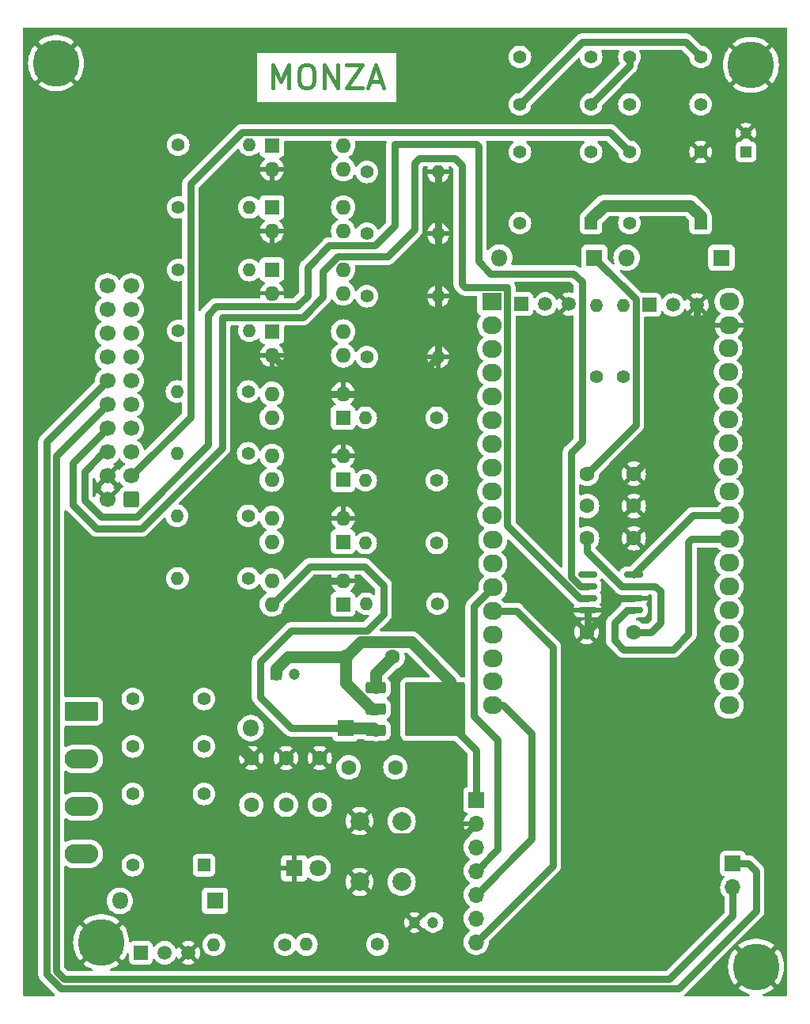
<source format=gbr>
%TF.GenerationSoftware,KiCad,Pcbnew,7.0.1*%
%TF.CreationDate,2023-05-03T13:42:05-03:00*%
%TF.ProjectId,proto,70726f74-6f2e-46b6-9963-61645f706362,rev?*%
%TF.SameCoordinates,Original*%
%TF.FileFunction,Copper,L1,Top*%
%TF.FilePolarity,Positive*%
%FSLAX46Y46*%
G04 Gerber Fmt 4.6, Leading zero omitted, Abs format (unit mm)*
G04 Created by KiCad (PCBNEW 7.0.1) date 2023-05-03 13:42:05*
%MOMM*%
%LPD*%
G01*
G04 APERTURE LIST*
G04 Aperture macros list*
%AMRoundRect*
0 Rectangle with rounded corners*
0 $1 Rounding radius*
0 $2 $3 $4 $5 $6 $7 $8 $9 X,Y pos of 4 corners*
0 Add a 4 corners polygon primitive as box body*
4,1,4,$2,$3,$4,$5,$6,$7,$8,$9,$2,$3,0*
0 Add four circle primitives for the rounded corners*
1,1,$1+$1,$2,$3*
1,1,$1+$1,$4,$5*
1,1,$1+$1,$6,$7*
1,1,$1+$1,$8,$9*
0 Add four rect primitives between the rounded corners*
20,1,$1+$1,$2,$3,$4,$5,0*
20,1,$1+$1,$4,$5,$6,$7,0*
20,1,$1+$1,$6,$7,$8,$9,0*
20,1,$1+$1,$8,$9,$2,$3,0*%
G04 Aperture macros list end*
%ADD10C,0.400000*%
%TA.AperFunction,NonConductor*%
%ADD11C,0.400000*%
%TD*%
%TA.AperFunction,ComponentPad*%
%ADD12R,1.200000X1.200000*%
%TD*%
%TA.AperFunction,ComponentPad*%
%ADD13C,1.200000*%
%TD*%
%TA.AperFunction,ComponentPad*%
%ADD14R,1.800000X1.800000*%
%TD*%
%TA.AperFunction,ComponentPad*%
%ADD15C,1.800000*%
%TD*%
%TA.AperFunction,ComponentPad*%
%ADD16R,1.500000X1.500000*%
%TD*%
%TA.AperFunction,ComponentPad*%
%ADD17C,1.500000*%
%TD*%
%TA.AperFunction,ComponentPad*%
%ADD18C,1.400000*%
%TD*%
%TA.AperFunction,ComponentPad*%
%ADD19O,1.400000X1.400000*%
%TD*%
%TA.AperFunction,ComponentPad*%
%ADD20C,1.600000*%
%TD*%
%TA.AperFunction,ComponentPad*%
%ADD21C,2.000000*%
%TD*%
%TA.AperFunction,ComponentPad*%
%ADD22O,1.800000X1.800000*%
%TD*%
%TA.AperFunction,ComponentPad*%
%ADD23R,1.700000X1.700000*%
%TD*%
%TA.AperFunction,ComponentPad*%
%ADD24O,1.700000X1.700000*%
%TD*%
%TA.AperFunction,ComponentPad*%
%ADD25R,1.600000X1.600000*%
%TD*%
%TA.AperFunction,ComponentPad*%
%ADD26O,1.600000X1.600000*%
%TD*%
%TA.AperFunction,ComponentPad*%
%ADD27C,0.800000*%
%TD*%
%TA.AperFunction,ComponentPad*%
%ADD28C,5.000000*%
%TD*%
%TA.AperFunction,ComponentPad*%
%ADD29RoundRect,0.249999X-1.550001X0.790001X-1.550001X-0.790001X1.550001X-0.790001X1.550001X0.790001X0*%
%TD*%
%TA.AperFunction,ComponentPad*%
%ADD30O,3.600000X2.080000*%
%TD*%
%TA.AperFunction,ComponentPad*%
%ADD31R,1.400000X1.400000*%
%TD*%
%TA.AperFunction,ComponentPad*%
%ADD32RoundRect,0.250000X0.600000X0.600000X-0.600000X0.600000X-0.600000X-0.600000X0.600000X-0.600000X0*%
%TD*%
%TA.AperFunction,ComponentPad*%
%ADD33C,1.700000*%
%TD*%
%TA.AperFunction,SMDPad,CuDef*%
%ADD34RoundRect,0.250000X-0.850000X-0.350000X0.850000X-0.350000X0.850000X0.350000X-0.850000X0.350000X0*%
%TD*%
%TA.AperFunction,SMDPad,CuDef*%
%ADD35RoundRect,0.250000X-1.275000X-1.125000X1.275000X-1.125000X1.275000X1.125000X-1.275000X1.125000X0*%
%TD*%
%TA.AperFunction,SMDPad,CuDef*%
%ADD36RoundRect,0.249997X-2.950003X-2.650003X2.950003X-2.650003X2.950003X2.650003X-2.950003X2.650003X0*%
%TD*%
%TA.AperFunction,ComponentPad*%
%ADD37R,2.100000X1.900000*%
%TD*%
%TA.AperFunction,ComponentPad*%
%ADD38O,2.100000X1.900000*%
%TD*%
%TA.AperFunction,SMDPad,CuDef*%
%ADD39RoundRect,0.150000X0.825000X0.150000X-0.825000X0.150000X-0.825000X-0.150000X0.825000X-0.150000X0*%
%TD*%
%TA.AperFunction,ViaPad*%
%ADD40C,0.800000*%
%TD*%
%TA.AperFunction,Conductor*%
%ADD41C,0.762000*%
%TD*%
%TA.AperFunction,Conductor*%
%ADD42C,1.270000*%
%TD*%
G04 APERTURE END LIST*
D10*
D11*
X81407714Y-35192547D02*
X81407714Y-32692547D01*
X81407714Y-32692547D02*
X82241047Y-34478261D01*
X82241047Y-34478261D02*
X83074380Y-32692547D01*
X83074380Y-32692547D02*
X83074380Y-35192547D01*
X84741047Y-32692547D02*
X85217238Y-32692547D01*
X85217238Y-32692547D02*
X85455333Y-32811595D01*
X85455333Y-32811595D02*
X85693428Y-33049690D01*
X85693428Y-33049690D02*
X85812476Y-33525880D01*
X85812476Y-33525880D02*
X85812476Y-34359214D01*
X85812476Y-34359214D02*
X85693428Y-34835404D01*
X85693428Y-34835404D02*
X85455333Y-35073500D01*
X85455333Y-35073500D02*
X85217238Y-35192547D01*
X85217238Y-35192547D02*
X84741047Y-35192547D01*
X84741047Y-35192547D02*
X84502952Y-35073500D01*
X84502952Y-35073500D02*
X84264857Y-34835404D01*
X84264857Y-34835404D02*
X84145809Y-34359214D01*
X84145809Y-34359214D02*
X84145809Y-33525880D01*
X84145809Y-33525880D02*
X84264857Y-33049690D01*
X84264857Y-33049690D02*
X84502952Y-32811595D01*
X84502952Y-32811595D02*
X84741047Y-32692547D01*
X86883905Y-35192547D02*
X86883905Y-32692547D01*
X86883905Y-32692547D02*
X88312476Y-35192547D01*
X88312476Y-35192547D02*
X88312476Y-32692547D01*
X89264857Y-32692547D02*
X90931524Y-32692547D01*
X90931524Y-32692547D02*
X89264857Y-35192547D01*
X89264857Y-35192547D02*
X90931524Y-35192547D01*
X91764857Y-34478261D02*
X92955333Y-34478261D01*
X91526762Y-35192547D02*
X92360095Y-32692547D01*
X92360095Y-32692547D02*
X93193428Y-35192547D01*
D12*
%TO.P,C12,1*%
%TO.N,Net-(U6-EN)*%
X132000000Y-42000000D03*
D13*
%TO.P,C12,2*%
%TO.N,BATT-*%
X132000000Y-40000000D03*
%TD*%
D12*
%TO.P,C11,1*%
%TO.N,+5V*%
X81680000Y-97870000D03*
D13*
%TO.P,C11,2*%
%TO.N,Net-(U13-GND)*%
X83680000Y-97870000D03*
%TD*%
%TO.P,C1,1*%
%TO.N,PULL*%
X98520000Y-124460000D03*
%TO.P,C1,2*%
%TO.N,BATT-*%
X96520000Y-124460000D03*
%TD*%
D14*
%TO.P,D2,1,K*%
%TO.N,BATT-*%
X83640000Y-118660000D03*
D15*
%TO.P,D2,2,A*%
%TO.N,Net-(D2-A)*%
X86180000Y-118660000D03*
%TD*%
D16*
%TO.P,Q1,1,C*%
%TO.N,Net-(D1-A)*%
X67240000Y-127710000D03*
D17*
%TO.P,Q1,2,B*%
%TO.N,Net-(Q1-B)*%
X69780000Y-127710000D03*
%TO.P,Q1,3,E*%
%TO.N,BATT-*%
X72320000Y-127710000D03*
%TD*%
D18*
%TO.P,R25,1*%
%TO.N,CLOSE_MIRR*%
X116010000Y-66040000D03*
D19*
%TO.P,R25,2*%
%TO.N,Net-(Q3-B)*%
X116010000Y-58420000D03*
%TD*%
D20*
%TO.P,C10,1*%
%TO.N,+5V*%
X89180000Y-96070000D03*
%TO.P,C10,2*%
%TO.N,Net-(U13-GND)*%
X94180000Y-96070000D03*
%TD*%
D18*
%TO.P,R7,1*%
%TO.N,MIRROR_DOWN_REVERS*%
X98920000Y-70460000D03*
D19*
%TO.P,R7,2*%
%TO.N,Net-(R7-Pad2)*%
X91300000Y-70460000D03*
%TD*%
D20*
%TO.P,C2,1*%
%TO.N,+12V*%
X86380000Y-111870000D03*
%TO.P,C2,2*%
%TO.N,BATT-*%
X86380000Y-106870000D03*
%TD*%
D21*
%TO.P,SW1,1,1*%
%TO.N,BATT-*%
X90660000Y-120120000D03*
X90660000Y-113620000D03*
%TO.P,SW1,2,2*%
%TO.N,PULL*%
X95160000Y-120120000D03*
X95160000Y-113620000D03*
%TD*%
D18*
%TO.P,R24,1*%
%TO.N,OPEN_MIRR*%
X118910000Y-66040000D03*
D19*
%TO.P,R24,2*%
%TO.N,Net-(Q2-B)*%
X118910000Y-58420000D03*
%TD*%
D14*
%TO.P,D4,1,K*%
%TO.N,+5V*%
X129390000Y-53330000D03*
D22*
%TO.P,D4,2,A*%
%TO.N,Net-(D4-A)*%
X119230000Y-53330000D03*
%TD*%
D18*
%TO.P,R4,1*%
%TO.N,Net-(R4-Pad1)*%
X78720000Y-80960000D03*
D19*
%TO.P,R4,2*%
%TO.N,CLOSE_TECH_CAR*%
X71100000Y-80960000D03*
%TD*%
D18*
%TO.P,R23,1*%
%TO.N,MIRROR_POS*%
X91440000Y-63960001D03*
D19*
%TO.P,R23,2*%
%TO.N,BATT-*%
X99060000Y-63960001D03*
%TD*%
D20*
%TO.P,C4,1*%
%TO.N,+12V*%
X82780000Y-111870000D03*
%TO.P,C4,2*%
%TO.N,BATT-*%
X82780000Y-106870000D03*
%TD*%
D18*
%TO.P,R5,1*%
%TO.N,MIRROR_UP_REVERS*%
X98920000Y-77160000D03*
D19*
%TO.P,R5,2*%
%TO.N,Net-(R5-Pad2)*%
X91300000Y-77160000D03*
%TD*%
D18*
%TO.P,R14,1*%
%TO.N,CONTACT_CAR*%
X71240000Y-54660001D03*
D19*
%TO.P,R14,2*%
%TO.N,Net-(R14-Pad2)*%
X78860000Y-54660001D03*
%TD*%
D23*
%TO.P,J2,1,Pin_1*%
%TO.N,CANL_50*%
X130606400Y-118155400D03*
D24*
%TO.P,J2,2,Pin_2*%
%TO.N,CANH_50*%
X130606400Y-120695400D03*
%TD*%
D20*
%TO.P,C5,1*%
%TO.N,+5V*%
X115005000Y-76450000D03*
%TO.P,C5,2*%
%TO.N,BATT-*%
X120005000Y-76450000D03*
%TD*%
D16*
%TO.P,Q2,1,C*%
%TO.N,Net-(D4-A)*%
X121670000Y-58390000D03*
D17*
%TO.P,Q2,2,B*%
%TO.N,Net-(Q2-B)*%
X124210000Y-58390000D03*
%TO.P,Q2,3,E*%
%TO.N,BATT-*%
X126750000Y-58390000D03*
%TD*%
D25*
%TO.P,U8,1*%
%TO.N,Net-(R22-Pad2)*%
X81280000Y-61242143D03*
D26*
%TO.P,U8,2*%
%TO.N,BATT-*%
X81280000Y-63782143D03*
%TO.P,U8,3*%
%TO.N,MIRROR_POS*%
X88900000Y-63782143D03*
%TO.P,U8,4*%
%TO.N,+5V*%
X88900000Y-61242143D03*
%TD*%
D27*
%TO.P,H4,1,1*%
%TO.N,BATT-*%
X61117000Y-126589000D03*
X61666175Y-125263175D03*
X61666175Y-127914825D03*
X62992000Y-124714000D03*
D28*
X62992000Y-126589000D03*
D27*
X62992000Y-128464000D03*
X64317825Y-125263175D03*
X64317825Y-127914825D03*
X64867000Y-126589000D03*
%TD*%
D25*
%TO.P,U9,1*%
%TO.N,Net-(R1-Pad2)*%
X88880000Y-90427858D03*
D26*
%TO.P,U9,2*%
%TO.N,BATT-*%
X88880000Y-87887858D03*
%TO.P,U9,3*%
%TO.N,Net-(R2-Pad1)*%
X81260000Y-87887858D03*
%TO.P,U9,4*%
%TO.N,+12V*%
X81260000Y-90427858D03*
%TD*%
D23*
%TO.P,J3,1,Pin_1*%
%TO.N,+5V*%
X103120000Y-111330000D03*
D24*
%TO.P,J3,2,Pin_2*%
%TO.N,BATT-*%
X103120000Y-113870000D03*
%TO.P,J3,3,Pin_3*%
%TO.N,CS*%
X103120000Y-116410000D03*
%TO.P,J3,4,Pin_4*%
%TO.N,SO*%
X103120000Y-118950000D03*
%TO.P,J3,5,Pin_5*%
%TO.N,SI*%
X103120000Y-121490000D03*
%TO.P,J3,6,Pin_6*%
%TO.N,SCK*%
X103120000Y-124030000D03*
%TO.P,J3,7,Pin_7*%
%TO.N,INT*%
X103120000Y-126570000D03*
%TD*%
D25*
%TO.P,U7,1*%
%TO.N,Net-(R14-Pad2)*%
X81280000Y-54599286D03*
D26*
%TO.P,U7,2*%
%TO.N,BATT-*%
X81280000Y-57139286D03*
%TO.P,U7,3*%
%TO.N,CONTACT*%
X88900000Y-57139286D03*
%TO.P,U7,4*%
%TO.N,+5V*%
X88900000Y-54599286D03*
%TD*%
D20*
%TO.P,C3,1*%
%TO.N,+12V*%
X79080000Y-111870000D03*
%TO.P,C3,2*%
%TO.N,BATT-*%
X79080000Y-106870000D03*
%TD*%
D18*
%TO.P,R10,1*%
%TO.N,MIRR_ON_UP_CAR*%
X71240000Y-41260001D03*
D19*
%TO.P,R10,2*%
%TO.N,Net-(R10-Pad2)*%
X78860000Y-41260001D03*
%TD*%
D25*
%TO.P,U5,1*%
%TO.N,Net-(R12-Pad2)*%
X81280000Y-47956429D03*
D26*
%TO.P,U5,2*%
%TO.N,BATT-*%
X81280000Y-50496429D03*
%TO.P,U5,3*%
%TO.N,MIRR_OFF_DOWN*%
X88900000Y-50496429D03*
%TO.P,U5,4*%
%TO.N,+5V*%
X88900000Y-47956429D03*
%TD*%
D29*
%TO.P,J4,1,Pin_1*%
%TO.N,TECHO+'*%
X60890000Y-101880000D03*
D30*
%TO.P,J4,2,Pin_2*%
%TO.N,TECHO+*%
X60890000Y-106960000D03*
%TO.P,J4,3,Pin_3*%
%TO.N,MIRROR+'*%
X60890000Y-112040000D03*
%TO.P,J4,4,Pin_4*%
%TO.N,MIRROR+*%
X60890000Y-117120000D03*
%TD*%
D20*
%TO.P,C9,1*%
%TO.N,+12V*%
X89480000Y-107870000D03*
%TO.P,C9,2*%
%TO.N,Net-(U13-GND)*%
X94480000Y-107870000D03*
%TD*%
D27*
%TO.P,H2,1,1*%
%TO.N,BATT-*%
X130657175Y-32710175D03*
X131206350Y-31384350D03*
X131206350Y-34036000D03*
X132532175Y-30835175D03*
D28*
X132532175Y-32710175D03*
D27*
X132532175Y-34585175D03*
X133858000Y-31384350D03*
X133858000Y-34036000D03*
X134407175Y-32710175D03*
%TD*%
D31*
%TO.P,K2,1*%
%TO.N,+5V*%
X127155000Y-49630000D03*
D18*
%TO.P,K2,4*%
%TO.N,BATT-*%
X127155000Y-42010000D03*
%TO.P,K2,6*%
%TO.N,Net-(K2-Pad6)*%
X127155000Y-36930000D03*
%TO.P,K2,8*%
%TO.N,Net-(K2-Pad8)*%
X127155000Y-31850000D03*
%TO.P,K2,9*%
%TO.N,Net-(K2-Pad9)*%
X119535000Y-31850000D03*
%TO.P,K2,11*%
%TO.N,Net-(K2-Pad11)*%
X119535000Y-36930000D03*
%TO.P,K2,13*%
%TO.N,BATT+*%
X119535000Y-42010000D03*
%TO.P,K2,16*%
%TO.N,Net-(D4-A)*%
X119535000Y-49630000D03*
%TD*%
D27*
%TO.P,H3,1,1*%
%TO.N,BATT-*%
X131221000Y-129189000D03*
X131770175Y-127863175D03*
X131770175Y-130514825D03*
X133096000Y-127314000D03*
D28*
X133096000Y-129189000D03*
D27*
X133096000Y-131064000D03*
X134421825Y-127863175D03*
X134421825Y-130514825D03*
X134971000Y-129189000D03*
%TD*%
D18*
%TO.P,R6,1*%
%TO.N,Net-(R6-Pad1)*%
X78720000Y-74260000D03*
D19*
%TO.P,R6,2*%
%TO.N,MIRROR_UP_REVERS_CAR*%
X71100000Y-74260000D03*
%TD*%
D31*
%TO.P,K3,1*%
%TO.N,+5V*%
X115430000Y-49630000D03*
D18*
%TO.P,K3,4*%
%TO.N,OPEN_MIRR_CAR*%
X115430000Y-42010000D03*
%TO.P,K3,6*%
%TO.N,Net-(K2-Pad9)*%
X115430000Y-36930000D03*
%TO.P,K3,8*%
%TO.N,Net-(K2-Pad6)*%
X115430000Y-31850000D03*
%TO.P,K3,9*%
%TO.N,Net-(K2-Pad11)*%
X107810000Y-31850000D03*
%TO.P,K3,11*%
%TO.N,Net-(K2-Pad8)*%
X107810000Y-36930000D03*
%TO.P,K3,13*%
%TO.N,CLOSE_MIRR_CAR*%
X107810000Y-42010000D03*
%TO.P,K3,16*%
%TO.N,Net-(D5-A)*%
X107810000Y-49630000D03*
%TD*%
D32*
%TO.P,J1,1,Pin_1*%
%TO.N,BATT+*%
X66210000Y-79220000D03*
D33*
%TO.P,J1,2,Pin_2*%
%TO.N,BATT-*%
X63670000Y-79220000D03*
%TO.P,J1,3,Pin_3*%
%TO.N,BATT+*%
X66210000Y-76680000D03*
%TO.P,J1,4,Pin_4*%
%TO.N,BATT-*%
X63670000Y-76680000D03*
%TO.P,J1,5,Pin_5*%
%TO.N,OPEN_TECH_CAR*%
X66210000Y-74140000D03*
%TO.P,J1,6,Pin_6*%
%TO.N,CANL_500*%
X63670000Y-74140000D03*
%TO.P,J1,7,Pin_7*%
%TO.N,CLOSE_TECH_CAR*%
X66210000Y-71600000D03*
%TO.P,J1,8,Pin_8*%
%TO.N,CANH_500*%
X63670000Y-71600000D03*
%TO.P,J1,9,Pin_9*%
%TO.N,MIRROR_UP_REVERS_CAR*%
X66210000Y-69060000D03*
%TO.P,J1,10,Pin_10*%
%TO.N,CANH_50*%
X63670000Y-69060000D03*
%TO.P,J1,11,Pin_11*%
%TO.N,MIRROR_DOWN_REVERS_CAR*%
X66210000Y-66520000D03*
%TO.P,J1,12,Pin_12*%
%TO.N,CANL_50*%
X63670000Y-66520000D03*
%TO.P,J1,13,Pin_13*%
%TO.N,MIRROR_POS_CAR*%
X66210000Y-63980000D03*
%TO.P,J1,14,Pin_14*%
%TO.N,unconnected-(J1-Pin_14-Pad14)*%
X63670000Y-63980000D03*
%TO.P,J1,15,Pin_15*%
%TO.N,CONTACT_CAR*%
X66210000Y-61440000D03*
%TO.P,J1,16,Pin_16*%
%TO.N,unconnected-(J1-Pin_16-Pad16)*%
X63670000Y-61440000D03*
%TO.P,J1,17,Pin_17*%
%TO.N,MIRR_OFF_DOWN_CAR*%
X66210000Y-58900000D03*
%TO.P,J1,18,Pin_18*%
%TO.N,OPEN_MIRR_CAR*%
X63670000Y-58900000D03*
%TO.P,J1,19,Pin_19*%
%TO.N,MIRR_ON_UP_CAR*%
X66210000Y-56360000D03*
%TO.P,J1,20,Pin_20*%
%TO.N,CLOSE_MIRR_CAR*%
X63670000Y-56360000D03*
%TD*%
D18*
%TO.P,R21,1*%
%TO.N,LED_1*%
X92580000Y-126810000D03*
D19*
%TO.P,R21,2*%
%TO.N,Net-(D2-A)*%
X84960000Y-126810000D03*
%TD*%
D25*
%TO.P,U3,1*%
%TO.N,Net-(R7-Pad2)*%
X88880000Y-70449286D03*
D26*
%TO.P,U3,2*%
%TO.N,BATT-*%
X88880000Y-67909286D03*
%TO.P,U3,3*%
%TO.N,Net-(R8-Pad1)*%
X81260000Y-67909286D03*
%TO.P,U3,4*%
%TO.N,+12V*%
X81260000Y-70449286D03*
%TD*%
D14*
%TO.P,D3,1,K*%
%TO.N,+12V*%
X89160000Y-103670000D03*
D22*
%TO.P,D3,2,A*%
%TO.N,BATT+*%
X79000000Y-103670000D03*
%TD*%
D18*
%TO.P,R13,1*%
%TO.N,MIRR_OFF_DOWN*%
X91440000Y-50760001D03*
D19*
%TO.P,R13,2*%
%TO.N,BATT-*%
X99060000Y-50760001D03*
%TD*%
D20*
%TO.P,C7,1*%
%TO.N,+5V*%
X115005000Y-83350000D03*
%TO.P,C7,2*%
%TO.N,BATT-*%
X120005000Y-83350000D03*
%TD*%
D25*
%TO.P,U4,1*%
%TO.N,Net-(R10-Pad2)*%
X81280000Y-41313572D03*
D26*
%TO.P,U4,2*%
%TO.N,BATT-*%
X81280000Y-43853572D03*
%TO.P,U4,3*%
%TO.N,MIRR_ON_UP*%
X88900000Y-43853572D03*
%TO.P,U4,4*%
%TO.N,+5V*%
X88900000Y-41313572D03*
%TD*%
D18*
%TO.P,R1,1*%
%TO.N,OPEN_TECH*%
X98990000Y-90352858D03*
D19*
%TO.P,R1,2*%
%TO.N,Net-(R1-Pad2)*%
X91370000Y-90352858D03*
%TD*%
D25*
%TO.P,U2,1*%
%TO.N,Net-(R5-Pad2)*%
X88880000Y-77092143D03*
D26*
%TO.P,U2,2*%
%TO.N,BATT-*%
X88880000Y-74552143D03*
%TO.P,U2,3*%
%TO.N,Net-(R6-Pad1)*%
X81260000Y-74552143D03*
%TO.P,U2,4*%
%TO.N,+12V*%
X81260000Y-77092143D03*
%TD*%
D14*
%TO.P,D1,1,K*%
%TO.N,+5V*%
X75160000Y-122150000D03*
D22*
%TO.P,D1,2,A*%
%TO.N,Net-(D1-A)*%
X65000000Y-122150000D03*
%TD*%
D18*
%TO.P,R15,1*%
%TO.N,CONTACT*%
X91440000Y-57460001D03*
D19*
%TO.P,R15,2*%
%TO.N,BATT-*%
X99060000Y-57460001D03*
%TD*%
D31*
%TO.P,K1,1*%
%TO.N,+5V*%
X74000000Y-118330000D03*
D18*
%TO.P,K1,4*%
%TO.N,MIRROR+*%
X74000000Y-110710000D03*
%TO.P,K1,6*%
%TO.N,MIRROR+'*%
X74000000Y-105630000D03*
%TO.P,K1,8*%
%TO.N,BATT+*%
X74000000Y-100550000D03*
%TO.P,K1,9*%
X66380000Y-100550000D03*
%TO.P,K1,11*%
%TO.N,TECHO+'*%
X66380000Y-105630000D03*
%TO.P,K1,13*%
%TO.N,TECHO+*%
X66380000Y-110710000D03*
%TO.P,K1,16*%
%TO.N,Net-(D1-A)*%
X66380000Y-118330000D03*
%TD*%
D25*
%TO.P,U1,1*%
%TO.N,Net-(R3-Pad2)*%
X88880000Y-83735000D03*
D26*
%TO.P,U1,2*%
%TO.N,BATT-*%
X88880000Y-81195000D03*
%TO.P,U1,3*%
%TO.N,Net-(R4-Pad1)*%
X81260000Y-81195000D03*
%TO.P,U1,4*%
%TO.N,+12V*%
X81260000Y-83735000D03*
%TD*%
D18*
%TO.P,R3,1*%
%TO.N,CLOSE_TECH*%
X98920000Y-83860000D03*
D19*
%TO.P,R3,2*%
%TO.N,Net-(R3-Pad2)*%
X91300000Y-83860000D03*
%TD*%
D18*
%TO.P,R9,1*%
%TO.N,POWER*%
X82680000Y-126840000D03*
D19*
%TO.P,R9,2*%
%TO.N,Net-(Q1-B)*%
X75060000Y-126840000D03*
%TD*%
D18*
%TO.P,R12,1*%
%TO.N,MIRR_OFF_DOWN_CAR*%
X71240000Y-47960001D03*
D19*
%TO.P,R12,2*%
%TO.N,Net-(R12-Pad2)*%
X78860000Y-47960001D03*
%TD*%
D18*
%TO.P,R2,1*%
%TO.N,Net-(R2-Pad1)*%
X78790000Y-87652858D03*
D19*
%TO.P,R2,2*%
%TO.N,OPEN_TECH_CAR*%
X71170000Y-87652858D03*
%TD*%
D14*
%TO.P,D5,1,K*%
%TO.N,+5V*%
X115790000Y-53330000D03*
D22*
%TO.P,D5,2,A*%
%TO.N,Net-(D5-A)*%
X105630000Y-53330000D03*
%TD*%
D16*
%TO.P,Q3,1,C*%
%TO.N,Net-(D5-A)*%
X107970000Y-58290000D03*
D17*
%TO.P,Q3,2,B*%
%TO.N,Net-(Q3-B)*%
X110510000Y-58290000D03*
%TO.P,Q3,3,E*%
%TO.N,BATT-*%
X113050000Y-58290000D03*
%TD*%
D20*
%TO.P,C8,1*%
%TO.N,+5V*%
X119955000Y-93385000D03*
%TO.P,C8,2*%
%TO.N,BATT-*%
X114955000Y-93385000D03*
%TD*%
D18*
%TO.P,R22,1*%
%TO.N,MIRROR_POS_CAR*%
X71240000Y-61160001D03*
D19*
%TO.P,R22,2*%
%TO.N,Net-(R22-Pad2)*%
X78860000Y-61160001D03*
%TD*%
D20*
%TO.P,C6,1*%
%TO.N,+5V*%
X115005000Y-79900000D03*
%TO.P,C6,2*%
%TO.N,BATT-*%
X120005000Y-79900000D03*
%TD*%
D27*
%TO.P,H1,1,1*%
%TO.N,BATT-*%
X56291000Y-32512000D03*
X56840175Y-31186175D03*
X56840175Y-33837825D03*
X58166000Y-30637000D03*
D28*
X58166000Y-32512000D03*
D27*
X58166000Y-34387000D03*
X59491825Y-31186175D03*
X59491825Y-33837825D03*
X60041000Y-32512000D03*
%TD*%
D34*
%TO.P,U13,1,GND*%
%TO.N,Net-(U13-GND)*%
X92405000Y-99365000D03*
%TO.P,U13,2,VO*%
%TO.N,+5V*%
X92405000Y-101645000D03*
D35*
X97030000Y-100120000D03*
X97030000Y-103170000D03*
D36*
X98705000Y-101645000D03*
D35*
X100380000Y-100120000D03*
X100380000Y-103170000D03*
D34*
%TO.P,U13,3,VI*%
%TO.N,+12V*%
X92405000Y-103925000D03*
%TD*%
D18*
%TO.P,R8,1*%
%TO.N,Net-(R8-Pad1)*%
X78720000Y-67660000D03*
D19*
%TO.P,R8,2*%
%TO.N,MIRROR_DOWN_REVERS_CAR*%
X71100000Y-67660000D03*
%TD*%
D37*
%TO.P,U6,1,3V3*%
%TO.N,+3.3VP*%
X104805000Y-58035000D03*
D38*
%TO.P,U6,2,CLK*%
%TO.N,unconnected-(U6-CLK-Pad2)*%
X104805000Y-60575000D03*
%TO.P,U6,3,SD0*%
%TO.N,MIRR_OFF_DOWN*%
X104805000Y-63115000D03*
%TO.P,U6,4,SD1*%
%TO.N,CONTACT*%
X104805000Y-65655000D03*
%TO.P,U6,5,D0*%
%TO.N,MIRROR_POS*%
X104805000Y-68195000D03*
%TO.P,U6,6,D15*%
%TO.N,MIRROR_DOWN_REVERS*%
X104805000Y-70735000D03*
%TO.P,U6,7,D2*%
%TO.N,MIRROR_UP_REVERS*%
X104805000Y-73275000D03*
%TO.P,U6,8,D4*%
%TO.N,CLOSE_TECH*%
X104805000Y-75815000D03*
%TO.P,U6,9,RX2*%
%TO.N,OPEN_TECH*%
X104805000Y-78355000D03*
%TO.P,U6,10,TX2*%
%TO.N,MIRR_ON_UP*%
X104805000Y-80895000D03*
%TO.P,U6,11,D5*%
%TO.N,CS*%
X104905000Y-83535000D03*
%TO.P,U6,12,D18*%
%TO.N,SCK*%
X104905000Y-86075000D03*
%TO.P,U6,13,D19*%
%TO.N,SO*%
X104905000Y-88615000D03*
%TO.P,U6,14,D21*%
%TO.N,INT*%
X104905000Y-91155000D03*
%TO.P,U6,15,RX0*%
%TO.N,unconnected-(U6-RX0-Pad15)*%
X104905000Y-93695000D03*
%TO.P,U6,16,TX0*%
%TO.N,PULL*%
X104905000Y-96235000D03*
%TO.P,U6,17,D22*%
%TO.N,LED_1*%
X104905000Y-98675000D03*
%TO.P,U6,18,D23*%
%TO.N,SI*%
X104905000Y-101215000D03*
%TO.P,U6,19,VIN*%
%TO.N,+5V*%
X130205000Y-58035000D03*
%TO.P,U6,20,GND*%
%TO.N,BATT-*%
X130205000Y-60575000D03*
%TO.P,U6,21,CMD*%
%TO.N,unconnected-(U6-CMD-Pad21)*%
X130105000Y-63015000D03*
%TO.P,U6,22,SD3*%
%TO.N,unconnected-(U6-SD3-Pad22)*%
X130105000Y-65555000D03*
%TO.P,U6,23,SD2*%
%TO.N,unconnected-(U6-SD2-Pad23)*%
X130105000Y-68095000D03*
%TO.P,U6,24,D13*%
%TO.N,OPEN_MIRR*%
X130105000Y-70635000D03*
%TO.P,U6,25,D12*%
%TO.N,CLOSE_MIRR*%
X130105000Y-73175000D03*
%TO.P,U6,26,D14*%
%TO.N,unconnected-(U6-D14-Pad26)*%
X130105000Y-75715000D03*
%TO.P,U6,27,D27*%
%TO.N,unconnected-(U6-D27-Pad27)*%
X130205000Y-78355000D03*
%TO.P,U6,28,D26*%
%TO.N,RXCANH*%
X130205000Y-80895000D03*
%TO.P,U6,29,D25*%
%TO.N,TXCANH*%
X130205000Y-83435000D03*
%TO.P,U6,30,D33*%
%TO.N,unconnected-(U6-D33-Pad30)*%
X130205000Y-85975000D03*
%TO.P,U6,31,D32*%
%TO.N,unconnected-(U6-D32-Pad31)*%
X130205000Y-88515000D03*
%TO.P,U6,32,D35*%
%TO.N,unconnected-(U6-D35-Pad32)*%
X130205000Y-91055000D03*
%TO.P,U6,33,D34*%
%TO.N,POWER*%
X130205000Y-93595000D03*
%TO.P,U6,34,VN*%
%TO.N,unconnected-(U6-VN-Pad34)*%
X130205000Y-96135000D03*
%TO.P,U6,35,VP*%
%TO.N,unconnected-(U6-VP-Pad35)*%
X130205000Y-98675000D03*
%TO.P,U6,36,EN*%
%TO.N,Net-(U6-EN)*%
X130205000Y-101215000D03*
%TD*%
D39*
%TO.P,U12,1,TXD*%
%TO.N,TXCANH*%
X120000000Y-91040000D03*
%TO.P,U12,2,GND*%
%TO.N,BATT-*%
X120000000Y-89770000D03*
%TO.P,U12,3,VCC*%
%TO.N,+5V*%
X120000000Y-88500000D03*
%TO.P,U12,4,RXD*%
%TO.N,RXCANH*%
X120000000Y-87230000D03*
%TO.P,U12,5,n.c.*%
%TO.N,unconnected-(U12-n.c.-Pad5)*%
X115050000Y-87230000D03*
%TO.P,U12,6,CANL*%
%TO.N,CANL_500*%
X115050000Y-88500000D03*
%TO.P,U12,7,CANH*%
%TO.N,CANH_500*%
X115050000Y-89770000D03*
%TO.P,U12,8,S*%
%TO.N,BATT-*%
X115050000Y-91040000D03*
%TD*%
D18*
%TO.P,R11,1*%
%TO.N,MIRR_ON_UP*%
X91440000Y-44160001D03*
D19*
%TO.P,R11,2*%
%TO.N,BATT-*%
X99060000Y-44160001D03*
%TD*%
D40*
%TO.N,BATT-*%
X63754000Y-93472000D03*
%TD*%
D41*
%TO.N,+12V*%
X91186000Y-86360000D02*
X93218000Y-88392000D01*
D42*
X89160000Y-103670000D02*
X92150000Y-103670000D01*
D41*
X81260000Y-90427858D02*
X85327858Y-86360000D01*
X80010000Y-96520000D02*
X80010000Y-100330000D01*
X80010000Y-100330000D02*
X83350000Y-103670000D01*
D42*
X92150000Y-103670000D02*
X92405000Y-103925000D01*
D41*
X93218000Y-91441000D02*
X91440000Y-93219000D01*
X83311000Y-93219000D02*
X80010000Y-96520000D01*
X85327858Y-86360000D02*
X91186000Y-86360000D01*
X91440000Y-93219000D02*
X83311000Y-93219000D01*
X93218000Y-88392000D02*
X93218000Y-91441000D01*
X83350000Y-103670000D02*
X89160000Y-103670000D01*
%TO.N,BATT-*%
X101690000Y-115300000D02*
X103120000Y-113870000D01*
X88880000Y-67909286D02*
X85407143Y-67909286D01*
X99060000Y-50760001D02*
X99060000Y-44160001D01*
X88880000Y-67909286D02*
X95110715Y-67909286D01*
D42*
X76454000Y-99314000D02*
X76454000Y-104244000D01*
D41*
X90660000Y-113620000D02*
X92340000Y-115300000D01*
D42*
X63754000Y-93472000D02*
X69342000Y-93472000D01*
D41*
X95110715Y-67909286D02*
X99060000Y-63960001D01*
X118570000Y-89770000D02*
X120000000Y-89770000D01*
X126750000Y-69705000D02*
X126750000Y-58390000D01*
X81026000Y-93472000D02*
X69342000Y-93472000D01*
X88880000Y-87887858D02*
X86610142Y-87887858D01*
X120005000Y-76450000D02*
X126750000Y-69705000D01*
D42*
X70612000Y-93472000D02*
X76454000Y-99314000D01*
D41*
X115050000Y-93290000D02*
X114955000Y-93385000D01*
X115050000Y-91040000D02*
X115050000Y-93290000D01*
D42*
X76454000Y-104244000D02*
X79080000Y-106870000D01*
D41*
X85407143Y-67909286D02*
X81280000Y-63782143D01*
X92340000Y-115300000D02*
X101690000Y-115300000D01*
X99060000Y-57460001D02*
X99060000Y-50760001D01*
X86610142Y-87887858D02*
X81026000Y-93472000D01*
D42*
X69342000Y-93472000D02*
X70612000Y-93472000D01*
D41*
X114955000Y-93385000D02*
X118570000Y-89770000D01*
X99060000Y-63960001D02*
X99060000Y-57460001D01*
%TO.N,+5V*%
X103120000Y-111330000D02*
X103120000Y-106060000D01*
X115005000Y-83350000D02*
X115005000Y-84779000D01*
X122300000Y-88500000D02*
X120000000Y-88500000D01*
X118726000Y-88500000D02*
X120000000Y-88500000D01*
D42*
X92405000Y-101645000D02*
X91950578Y-101645000D01*
D41*
X119955000Y-93385000D02*
X121845000Y-93385000D01*
D42*
X90815000Y-94435000D02*
X96155000Y-94435000D01*
X96155000Y-94435000D02*
X100380000Y-98660000D01*
X81680000Y-97870000D02*
X81680000Y-97340603D01*
X126011500Y-47752000D02*
X127155000Y-48895500D01*
D41*
X121845000Y-93385000D02*
X122850000Y-92380000D01*
D42*
X100380000Y-98660000D02*
X100380000Y-100120000D01*
D41*
X122850000Y-92380000D02*
X122850000Y-89050000D01*
X122850000Y-89050000D02*
X122300000Y-88500000D01*
D42*
X89180000Y-96070000D02*
X90815000Y-94435000D01*
X91950578Y-101645000D02*
X89180000Y-98874422D01*
X115430000Y-49162000D02*
X116840000Y-47752000D01*
D41*
X120200000Y-57740000D02*
X115790000Y-53330000D01*
X103120000Y-106060000D02*
X98705000Y-101645000D01*
D42*
X81680000Y-97340603D02*
X82950603Y-96070000D01*
D41*
X127155000Y-48895500D02*
X127155000Y-49630000D01*
X115005000Y-76450000D02*
X120200000Y-71255000D01*
D42*
X82950603Y-96070000D02*
X89180000Y-96070000D01*
X116840000Y-47752000D02*
X126011500Y-47752000D01*
X89180000Y-98874422D02*
X89180000Y-96070000D01*
D41*
X115005000Y-84779000D02*
X118726000Y-88500000D01*
X115430000Y-49630000D02*
X115430000Y-49162000D01*
X120200000Y-71255000D02*
X120200000Y-57740000D01*
D42*
%TO.N,Net-(U13-GND)*%
X92405000Y-99365000D02*
X92405000Y-97845000D01*
X92405000Y-97845000D02*
X94180000Y-96070000D01*
D41*
%TO.N,BATT+*%
X78036429Y-39932572D02*
X72540000Y-45429001D01*
X72540000Y-45429001D02*
X72540000Y-70350000D01*
X117457572Y-39932572D02*
X78036429Y-39932572D01*
X72540000Y-70350000D02*
X66210000Y-76680000D01*
X119535000Y-42010000D02*
X117457572Y-39932572D01*
%TO.N,CANL_500*%
X113550000Y-55020000D02*
X104700000Y-55020000D01*
X114450000Y-73002000D02*
X114450000Y-55920000D01*
X74422000Y-73383211D02*
X66779211Y-81026000D01*
X83944000Y-58550000D02*
X75308000Y-58550000D01*
X66779211Y-81026000D02*
X62992000Y-81026000D01*
X114311210Y-88500000D02*
X113284000Y-87472790D01*
X94410000Y-49898257D02*
X92267256Y-52041001D01*
X63274000Y-74140000D02*
X63670000Y-74140000D01*
X85090000Y-54356000D02*
X85090000Y-57404000D01*
X115050000Y-88500000D02*
X114311210Y-88500000D01*
X114450000Y-55920000D02*
X113550000Y-55020000D01*
X103124000Y-41148000D02*
X94410000Y-41148000D01*
X94410000Y-41148000D02*
X94410000Y-49898257D01*
X113284000Y-74168000D02*
X114450000Y-73002000D01*
X104700000Y-55020000D02*
X103378000Y-53698000D01*
X85090000Y-57404000D02*
X83944000Y-58550000D01*
X62992000Y-81026000D02*
X61214000Y-79248000D01*
X75308000Y-58550000D02*
X74422000Y-59436000D01*
X92267256Y-52041001D02*
X87404999Y-52041001D01*
X61214000Y-76200000D02*
X63274000Y-74140000D01*
X61214000Y-79248000D02*
X61214000Y-76200000D01*
X103378000Y-41402000D02*
X103124000Y-41148000D01*
X103378000Y-53698000D02*
X103378000Y-41402000D01*
X113284000Y-87472790D02*
X113284000Y-74168000D01*
X87404999Y-52041001D02*
X85090000Y-54356000D01*
X74422000Y-59436000D02*
X74422000Y-73383211D01*
%TO.N,CANH_500*%
X96520000Y-50328000D02*
X96520000Y-43180000D01*
X97028000Y-42672000D02*
X100838000Y-42672000D01*
X88327971Y-53218286D02*
X93629714Y-53218286D01*
X63670000Y-71600000D02*
X59944000Y-75326000D01*
X101934000Y-56504000D02*
X106436000Y-56504000D01*
X84582000Y-59690000D02*
X86737473Y-57534527D01*
X100838000Y-42672000D02*
X101600000Y-43434000D01*
X75946000Y-73660000D02*
X75946000Y-59754474D01*
X101600000Y-56170000D02*
X101934000Y-56504000D01*
X76010474Y-59690000D02*
X84582000Y-59690000D01*
X114220737Y-89770000D02*
X115050000Y-89770000D01*
X59944000Y-79756000D02*
X62484000Y-82296000D01*
X67310000Y-82296000D02*
X75946000Y-73660000D01*
X93629714Y-53218286D02*
X96520000Y-50328000D01*
X106436000Y-81985263D02*
X114220737Y-89770000D01*
X86737473Y-54808784D02*
X88327971Y-53218286D01*
X96520000Y-43180000D02*
X97028000Y-42672000D01*
X75946000Y-59754474D02*
X76010474Y-59690000D01*
X62484000Y-82296000D02*
X67310000Y-82296000D01*
X101600000Y-43434000D02*
X101600000Y-56170000D01*
X106436000Y-56504000D02*
X106436000Y-81985263D01*
X86737473Y-57534527D02*
X86737473Y-54808784D01*
X59944000Y-75326000D02*
X59944000Y-79756000D01*
%TO.N,CANL_50*%
X124815740Y-131503000D02*
X133096000Y-123222740D01*
X57150000Y-73040000D02*
X57150000Y-129997666D01*
X57150000Y-129997666D02*
X58655334Y-131503000D01*
X133096000Y-118999000D02*
X132252400Y-118155400D01*
X132252400Y-118155400D02*
X130606400Y-118155400D01*
X58655334Y-131503000D02*
X124815740Y-131503000D01*
X133096000Y-123222740D02*
X133096000Y-118999000D01*
X63670000Y-66520000D02*
X57150000Y-73040000D01*
%TO.N,CANH_50*%
X130606400Y-123688600D02*
X130606400Y-120695400D01*
X58166000Y-74564000D02*
X58166000Y-129653192D01*
X59053808Y-130541000D02*
X123754000Y-130541000D01*
X123754000Y-130541000D02*
X130606400Y-123688600D01*
X58166000Y-129653192D02*
X59053808Y-130541000D01*
X63670000Y-69060000D02*
X58166000Y-74564000D01*
%TO.N,SO*%
X102870000Y-90650000D02*
X104905000Y-88615000D01*
X105460000Y-104952000D02*
X102870000Y-102362000D01*
X102870000Y-102362000D02*
X102870000Y-90650000D01*
X103120000Y-118950000D02*
X105460000Y-116610000D01*
X105460000Y-116610000D02*
X105460000Y-104952000D01*
%TO.N,SI*%
X103120000Y-121490000D02*
X109080000Y-115530000D01*
X106041000Y-101215000D02*
X104905000Y-101215000D01*
X109080000Y-115530000D02*
X109080000Y-104254000D01*
X109080000Y-104254000D02*
X106041000Y-101215000D01*
%TO.N,INT*%
X111340000Y-95060000D02*
X107435000Y-91155000D01*
X103120000Y-126570000D02*
X111340000Y-118350000D01*
X107435000Y-91155000D02*
X104905000Y-91155000D01*
X111340000Y-118350000D02*
X111340000Y-95060000D01*
%TO.N,Net-(K2-Pad8)*%
X125531000Y-30226000D02*
X114514000Y-30226000D01*
X127155000Y-31850000D02*
X125531000Y-30226000D01*
X114514000Y-30226000D02*
X107810000Y-36930000D01*
%TO.N,Net-(K2-Pad9)*%
X119535000Y-31850000D02*
X119535000Y-32825000D01*
X119535000Y-32825000D02*
X115430000Y-36930000D01*
%TO.N,RXCANH*%
X126335000Y-80895000D02*
X130205000Y-80895000D01*
X120000000Y-87230000D02*
X126335000Y-80895000D01*
%TO.N,TXCANH*%
X118872000Y-95250000D02*
X124206000Y-95250000D01*
X125850000Y-83770000D02*
X126185000Y-83435000D01*
X120000000Y-91040000D02*
X119272000Y-91040000D01*
X124206000Y-95250000D02*
X125850000Y-93606000D01*
X117911526Y-92400474D02*
X117911526Y-94289526D01*
X119272000Y-91040000D02*
X117911526Y-92400474D01*
X117911526Y-94289526D02*
X118872000Y-95250000D01*
X125850000Y-93606000D02*
X125850000Y-83770000D01*
X126185000Y-83435000D02*
X130205000Y-83435000D01*
%TD*%
%TA.AperFunction,Conductor*%
%TO.N,BATT-*%
G36*
X136335500Y-28719113D02*
G01*
X136380887Y-28764500D01*
X136397500Y-28826500D01*
X136397500Y-132209500D01*
X136380887Y-132271500D01*
X136335500Y-132316887D01*
X136273500Y-132333500D01*
X133897844Y-132333500D01*
X133840055Y-132319210D01*
X133795584Y-132279635D01*
X133774682Y-132223896D01*
X133782166Y-132164838D01*
X133816311Y-132116074D01*
X133869248Y-132088842D01*
X133957871Y-132067837D01*
X134286255Y-131948316D01*
X134598535Y-131791482D01*
X134890515Y-131599445D01*
X135033180Y-131479734D01*
X135033181Y-131479733D01*
X133096000Y-129542553D01*
X131158818Y-131479733D01*
X131301489Y-131599448D01*
X131593464Y-131791482D01*
X131905744Y-131948316D01*
X132234128Y-132067837D01*
X132322752Y-132088842D01*
X132375689Y-132116074D01*
X132409834Y-132164838D01*
X132417318Y-132223896D01*
X132396416Y-132279635D01*
X132351945Y-132319210D01*
X132294156Y-132333500D01*
X125545744Y-132333500D01*
X125488295Y-132319389D01*
X125443921Y-132280268D01*
X125422722Y-132225040D01*
X125429522Y-132166276D01*
X125462773Y-132117349D01*
X125464189Y-132116074D01*
X125480409Y-132101470D01*
X125488486Y-132090351D01*
X125501111Y-132075570D01*
X128387682Y-129188999D01*
X130090915Y-129188999D01*
X130111235Y-129537869D01*
X130171916Y-129882014D01*
X130272146Y-130216799D01*
X130410560Y-130537681D01*
X130585288Y-130840320D01*
X130793971Y-131120630D01*
X130802147Y-131129297D01*
X130802149Y-131129298D01*
X132742447Y-129189001D01*
X132742447Y-129189000D01*
X133449553Y-129189000D01*
X135389851Y-131129298D01*
X135398026Y-131120632D01*
X135606711Y-130840320D01*
X135781439Y-130537681D01*
X135919853Y-130216799D01*
X136020083Y-129882014D01*
X136080764Y-129537869D01*
X136101084Y-129189000D01*
X136080764Y-128840130D01*
X136020083Y-128495985D01*
X135919853Y-128161200D01*
X135781439Y-127840318D01*
X135606711Y-127537679D01*
X135398027Y-127257369D01*
X135389850Y-127248701D01*
X135389850Y-127248700D01*
X133449553Y-129189000D01*
X132742447Y-129189000D01*
X130802148Y-127248701D01*
X130802146Y-127248701D01*
X130793974Y-127257365D01*
X130585288Y-127537679D01*
X130410560Y-127840318D01*
X130272146Y-128161200D01*
X130171916Y-128495985D01*
X130111235Y-128840130D01*
X130090915Y-129188999D01*
X128387682Y-129188999D01*
X130678417Y-126898264D01*
X131158817Y-126898264D01*
X133096000Y-128835447D01*
X133096001Y-128835447D01*
X135033180Y-126898265D01*
X134890510Y-126778551D01*
X134598535Y-126586517D01*
X134286255Y-126429683D01*
X133957871Y-126310162D01*
X133617828Y-126229570D01*
X133270726Y-126189000D01*
X132921274Y-126189000D01*
X132574171Y-126229570D01*
X132234128Y-126310162D01*
X131905744Y-126429683D01*
X131593464Y-126586517D01*
X131301484Y-126778554D01*
X131158817Y-126898264D01*
X130678417Y-126898264D01*
X133668570Y-123908111D01*
X133683351Y-123895486D01*
X133694470Y-123887409D01*
X133739286Y-123837634D01*
X133743717Y-123832964D01*
X133757937Y-123818746D01*
X133770585Y-123803125D01*
X133774772Y-123798224D01*
X133819585Y-123748455D01*
X133826449Y-123736563D01*
X133837463Y-123720538D01*
X133846107Y-123709865D01*
X133876514Y-123650183D01*
X133879585Y-123644528D01*
X133913075Y-123586525D01*
X133917319Y-123573461D01*
X133924760Y-123555496D01*
X133930994Y-123543264D01*
X133948325Y-123478582D01*
X133950157Y-123472394D01*
X133970855Y-123408696D01*
X133972288Y-123395051D01*
X133975833Y-123375922D01*
X133979389Y-123362655D01*
X133982893Y-123295763D01*
X133983396Y-123289361D01*
X133985500Y-123269360D01*
X133985500Y-123249285D01*
X133985670Y-123242796D01*
X133985681Y-123242575D01*
X133989174Y-123175930D01*
X133987026Y-123162373D01*
X133985500Y-123142976D01*
X133985500Y-119078764D01*
X133987027Y-119059365D01*
X133989174Y-119045810D01*
X133985670Y-118978944D01*
X133985500Y-118972455D01*
X133985500Y-118952379D01*
X133983402Y-118932426D01*
X133982892Y-118925947D01*
X133982589Y-118920168D01*
X133979389Y-118859085D01*
X133975833Y-118845817D01*
X133972288Y-118826684D01*
X133970855Y-118813045D01*
X133957441Y-118771761D01*
X133950160Y-118749355D01*
X133948321Y-118743142D01*
X133930994Y-118678476D01*
X133924765Y-118666251D01*
X133917316Y-118648269D01*
X133913075Y-118635215D01*
X133909137Y-118628395D01*
X133879593Y-118577223D01*
X133876507Y-118571539D01*
X133846107Y-118511875D01*
X133837467Y-118501207D01*
X133826446Y-118485170D01*
X133819586Y-118473287D01*
X133819585Y-118473285D01*
X133774770Y-118423512D01*
X133770571Y-118418595D01*
X133757936Y-118402993D01*
X133743744Y-118388801D01*
X133739275Y-118384092D01*
X133694470Y-118334331D01*
X133683359Y-118326258D01*
X133668565Y-118313622D01*
X132937775Y-117582832D01*
X132925139Y-117568037D01*
X132917069Y-117556930D01*
X132867306Y-117512123D01*
X132862614Y-117507671D01*
X132848406Y-117493463D01*
X132847083Y-117492391D01*
X132832803Y-117480827D01*
X132827869Y-117476613D01*
X132778114Y-117431814D01*
X132766226Y-117424951D01*
X132750187Y-117413927D01*
X132739524Y-117405292D01*
X132679874Y-117374899D01*
X132674169Y-117371801D01*
X132616188Y-117338326D01*
X132603124Y-117334081D01*
X132585151Y-117326636D01*
X132572920Y-117320404D01*
X132508239Y-117303072D01*
X132502017Y-117301229D01*
X132438360Y-117280546D01*
X132438358Y-117280545D01*
X132438356Y-117280545D01*
X132424698Y-117279109D01*
X132405581Y-117275565D01*
X132400114Y-117274100D01*
X132392313Y-117272010D01*
X132325454Y-117268507D01*
X132318985Y-117267998D01*
X132299020Y-117265900D01*
X132278945Y-117265900D01*
X132272456Y-117265730D01*
X132268291Y-117265511D01*
X132205590Y-117262226D01*
X132205589Y-117262226D01*
X132198001Y-117263427D01*
X132192033Y-117264373D01*
X132172636Y-117265900D01*
X132070481Y-117265900D01*
X132021669Y-117255888D01*
X131980738Y-117227470D01*
X131954299Y-117185234D01*
X131935829Y-117135715D01*
X131907289Y-117059196D01*
X131906984Y-117058788D01*
X131819661Y-116942138D01*
X131702603Y-116854510D01*
X131565605Y-116803411D01*
X131535319Y-116800155D01*
X131505038Y-116796900D01*
X129707762Y-116796900D01*
X129680845Y-116799793D01*
X129647194Y-116803411D01*
X129510196Y-116854510D01*
X129393138Y-116942138D01*
X129305510Y-117059196D01*
X129254411Y-117196194D01*
X129251584Y-117222497D01*
X129247900Y-117256762D01*
X129247900Y-119054038D01*
X129250544Y-119078634D01*
X129254411Y-119114605D01*
X129305510Y-119251603D01*
X129393138Y-119368661D01*
X129439857Y-119403634D01*
X129510196Y-119456289D01*
X129627996Y-119500226D01*
X129677529Y-119534240D01*
X129705256Y-119587551D01*
X129704663Y-119647637D01*
X129675890Y-119700390D01*
X129530679Y-119858130D01*
X129407538Y-120046611D01*
X129340984Y-120198342D01*
X129317104Y-120252784D01*
X129297790Y-120329054D01*
X129261835Y-120471036D01*
X129243243Y-120695399D01*
X129261835Y-120919763D01*
X129261835Y-120919766D01*
X129261836Y-120919768D01*
X129310055Y-121110182D01*
X129317105Y-121138018D01*
X129407538Y-121344188D01*
X129530681Y-121532673D01*
X129684129Y-121699360D01*
X129708417Y-121738268D01*
X129716900Y-121783343D01*
X129716900Y-123268795D01*
X129707461Y-123316248D01*
X129680581Y-123356476D01*
X123421876Y-129615181D01*
X123381648Y-129642061D01*
X123334195Y-129651500D01*
X64052503Y-129651500D01*
X63986793Y-129632658D01*
X63941052Y-129581858D01*
X63929182Y-129514538D01*
X63954790Y-129451158D01*
X64010093Y-129410978D01*
X64182255Y-129348316D01*
X64494535Y-129191482D01*
X64786515Y-128999445D01*
X64929180Y-128879734D01*
X64929181Y-128879733D01*
X62992000Y-126942553D01*
X61054818Y-128879733D01*
X61197489Y-128999448D01*
X61489464Y-129191482D01*
X61801744Y-129348316D01*
X61973907Y-129410978D01*
X62029210Y-129451158D01*
X62054818Y-129514538D01*
X62042948Y-129581858D01*
X61997207Y-129632658D01*
X61931497Y-129651500D01*
X59473613Y-129651500D01*
X59426160Y-129642061D01*
X59385932Y-129615181D01*
X59091819Y-129321068D01*
X59064939Y-129280840D01*
X59055500Y-129233387D01*
X59055500Y-126589000D01*
X59986915Y-126589000D01*
X60007235Y-126937869D01*
X60067916Y-127282014D01*
X60168146Y-127616799D01*
X60306560Y-127937681D01*
X60481288Y-128240320D01*
X60689971Y-128520630D01*
X60698147Y-128529297D01*
X60698148Y-128529298D01*
X62638447Y-126589000D01*
X63345553Y-126589000D01*
X65285851Y-128529298D01*
X65294026Y-128520632D01*
X65502711Y-128240320D01*
X65677439Y-127937681D01*
X65743641Y-127784208D01*
X65785787Y-127732163D01*
X65848850Y-127709624D01*
X65914437Y-127723167D01*
X65963415Y-127768840D01*
X65981500Y-127833322D01*
X65981500Y-128508638D01*
X65982941Y-128522038D01*
X65988011Y-128569205D01*
X66039110Y-128706203D01*
X66126738Y-128823261D01*
X66243796Y-128910889D01*
X66380794Y-128961988D01*
X66380797Y-128961988D01*
X66380799Y-128961989D01*
X66441362Y-128968500D01*
X68038634Y-128968500D01*
X68038638Y-128968500D01*
X68099201Y-128961989D01*
X68099203Y-128961988D01*
X68099205Y-128961988D01*
X68177124Y-128932924D01*
X68236204Y-128910889D01*
X68353261Y-128823261D01*
X68440889Y-128706204D01*
X68491989Y-128569201D01*
X68498500Y-128508638D01*
X68498500Y-128467233D01*
X68514047Y-128407117D01*
X68556790Y-128362075D01*
X68616010Y-128343403D01*
X68676858Y-128355782D01*
X68724072Y-128396106D01*
X68812251Y-128522038D01*
X68967962Y-128677749D01*
X69148346Y-128804056D01*
X69347924Y-128897120D01*
X69560629Y-128954115D01*
X69780000Y-128973307D01*
X69999371Y-128954115D01*
X70212076Y-128897120D01*
X70411654Y-128804056D01*
X70484392Y-128753124D01*
X71630426Y-128753124D01*
X71630427Y-128753125D01*
X71692610Y-128796666D01*
X71890840Y-128889102D01*
X72102113Y-128945712D01*
X72320000Y-128964775D01*
X72537886Y-128945712D01*
X72749159Y-128889102D01*
X72947385Y-128796667D01*
X73009572Y-128753124D01*
X72320001Y-128063553D01*
X72320000Y-128063553D01*
X71630426Y-128753124D01*
X70484392Y-128753124D01*
X70592038Y-128677749D01*
X70747749Y-128522038D01*
X70874056Y-128341654D01*
X70903789Y-128277890D01*
X70942307Y-128195289D01*
X70988064Y-128143112D01*
X71054689Y-128123693D01*
X71121314Y-128143113D01*
X71167071Y-128195289D01*
X71233331Y-128337386D01*
X71276873Y-128399571D01*
X71276875Y-128399572D01*
X71966447Y-127710001D01*
X71966447Y-127710000D01*
X72673553Y-127710000D01*
X73363124Y-128399572D01*
X73406667Y-128337385D01*
X73499102Y-128139159D01*
X73555712Y-127927886D01*
X73574775Y-127710000D01*
X73555712Y-127492113D01*
X73499102Y-127280840D01*
X73406667Y-127082615D01*
X73363123Y-127020428D01*
X72673553Y-127710000D01*
X71966447Y-127710000D01*
X71276875Y-127020427D01*
X71276874Y-127020428D01*
X71233333Y-127082611D01*
X71167071Y-127224712D01*
X71121314Y-127276888D01*
X71054689Y-127296307D01*
X70988064Y-127276888D01*
X70942307Y-127224712D01*
X70936451Y-127212155D01*
X70874056Y-127078347D01*
X70747749Y-126897962D01*
X70592038Y-126742251D01*
X70484391Y-126666875D01*
X71630427Y-126666875D01*
X72320000Y-127356447D01*
X72320001Y-127356447D01*
X72836447Y-126840000D01*
X73846883Y-126840000D01*
X73865313Y-127050652D01*
X73920044Y-127254911D01*
X73985860Y-127396052D01*
X74009411Y-127446558D01*
X74130699Y-127619776D01*
X74280224Y-127769301D01*
X74453442Y-127890589D01*
X74645090Y-127979956D01*
X74849345Y-128034686D01*
X75060000Y-128053116D01*
X75270655Y-128034686D01*
X75474910Y-127979956D01*
X75666558Y-127890589D01*
X75839776Y-127769301D01*
X75989301Y-127619776D01*
X76110589Y-127446558D01*
X76199956Y-127254910D01*
X76254686Y-127050655D01*
X76273116Y-126840000D01*
X81466883Y-126840000D01*
X81485313Y-127050652D01*
X81540044Y-127254911D01*
X81605860Y-127396052D01*
X81629411Y-127446558D01*
X81750699Y-127619776D01*
X81900224Y-127769301D01*
X82073442Y-127890589D01*
X82265090Y-127979956D01*
X82469345Y-128034686D01*
X82680000Y-128053116D01*
X82890655Y-128034686D01*
X83094910Y-127979956D01*
X83286558Y-127890589D01*
X83459776Y-127769301D01*
X83609301Y-127619776D01*
X83728930Y-127448927D01*
X83773246Y-127410063D01*
X83830503Y-127396052D01*
X83887760Y-127410063D01*
X83932076Y-127448927D01*
X84030699Y-127589776D01*
X84180224Y-127739301D01*
X84353442Y-127860589D01*
X84545090Y-127949956D01*
X84749345Y-128004686D01*
X84960000Y-128023116D01*
X85170655Y-128004686D01*
X85374910Y-127949956D01*
X85566558Y-127860589D01*
X85739776Y-127739301D01*
X85889301Y-127589776D01*
X86010589Y-127416558D01*
X86099956Y-127224910D01*
X86154686Y-127020655D01*
X86173116Y-126810000D01*
X91366883Y-126810000D01*
X91385313Y-127020652D01*
X91440044Y-127224911D01*
X91466672Y-127282014D01*
X91529411Y-127416558D01*
X91650699Y-127589776D01*
X91800224Y-127739301D01*
X91973442Y-127860589D01*
X92165090Y-127949956D01*
X92369345Y-128004686D01*
X92580000Y-128023116D01*
X92790655Y-128004686D01*
X92994910Y-127949956D01*
X93186558Y-127860589D01*
X93359776Y-127739301D01*
X93509301Y-127589776D01*
X93630589Y-127416558D01*
X93719956Y-127224910D01*
X93774686Y-127020655D01*
X93793116Y-126810000D01*
X93774686Y-126599345D01*
X93719956Y-126395090D01*
X93630589Y-126203442D01*
X93509301Y-126030224D01*
X93359776Y-125880699D01*
X93186558Y-125759411D01*
X93129345Y-125732732D01*
X92994911Y-125670044D01*
X92790652Y-125615313D01*
X92580000Y-125596883D01*
X92369347Y-125615313D01*
X92165088Y-125670044D01*
X91973441Y-125759411D01*
X91800223Y-125880699D01*
X91650699Y-126030223D01*
X91529411Y-126203441D01*
X91440044Y-126395088D01*
X91385313Y-126599347D01*
X91366883Y-126810000D01*
X86173116Y-126810000D01*
X86154686Y-126599345D01*
X86099956Y-126395090D01*
X86010589Y-126203442D01*
X85889301Y-126030224D01*
X85739776Y-125880699D01*
X85566558Y-125759411D01*
X85509345Y-125732732D01*
X85374911Y-125670044D01*
X85170652Y-125615313D01*
X84960000Y-125596883D01*
X84749347Y-125615313D01*
X84545088Y-125670044D01*
X84353441Y-125759411D01*
X84180223Y-125880699D01*
X84030702Y-126030220D01*
X83911072Y-126201070D01*
X83866754Y-126239935D01*
X83809497Y-126253946D01*
X83752240Y-126239935D01*
X83707922Y-126201070D01*
X83706642Y-126199242D01*
X83609301Y-126060224D01*
X83459776Y-125910699D01*
X83286558Y-125789411D01*
X83165010Y-125732732D01*
X83094911Y-125700044D01*
X82890652Y-125645313D01*
X82680000Y-125626883D01*
X82469347Y-125645313D01*
X82265088Y-125700044D01*
X82073441Y-125789411D01*
X81900223Y-125910699D01*
X81750699Y-126060223D01*
X81629411Y-126233441D01*
X81540044Y-126425088D01*
X81485313Y-126629347D01*
X81466883Y-126840000D01*
X76273116Y-126840000D01*
X76254686Y-126629345D01*
X76199956Y-126425090D01*
X76110589Y-126233442D01*
X75989301Y-126060224D01*
X75839776Y-125910699D01*
X75666558Y-125789411D01*
X75545010Y-125732732D01*
X75474911Y-125700044D01*
X75270652Y-125645313D01*
X75060000Y-125626883D01*
X74849347Y-125645313D01*
X74645088Y-125700044D01*
X74453441Y-125789411D01*
X74280223Y-125910699D01*
X74130699Y-126060223D01*
X74009411Y-126233441D01*
X73920044Y-126425088D01*
X73865313Y-126629347D01*
X73846883Y-126840000D01*
X72836447Y-126840000D01*
X73009572Y-126666875D01*
X73009571Y-126666873D01*
X72947386Y-126623331D01*
X72749161Y-126530898D01*
X72537886Y-126474287D01*
X72320000Y-126455224D01*
X72102113Y-126474287D01*
X71890840Y-126530897D01*
X71692611Y-126623333D01*
X71630428Y-126666874D01*
X71630427Y-126666875D01*
X70484391Y-126666875D01*
X70411654Y-126615944D01*
X70272734Y-126551165D01*
X70212077Y-126522880D01*
X69999368Y-126465884D01*
X69780000Y-126446692D01*
X69560631Y-126465884D01*
X69347922Y-126522880D01*
X69183939Y-126599347D01*
X69148347Y-126615944D01*
X69075610Y-126666875D01*
X68967958Y-126742254D01*
X68812254Y-126897958D01*
X68812251Y-126897961D01*
X68812251Y-126897962D01*
X68726341Y-127020655D01*
X68724075Y-127023891D01*
X68676858Y-127064218D01*
X68616010Y-127076597D01*
X68556790Y-127057925D01*
X68514047Y-127012883D01*
X68498500Y-126952767D01*
X68498500Y-126911366D01*
X68497092Y-126898265D01*
X68491989Y-126850799D01*
X68491988Y-126850797D01*
X68491988Y-126850794D01*
X68440889Y-126713796D01*
X68353261Y-126596738D01*
X68236203Y-126509110D01*
X68099205Y-126458011D01*
X68068919Y-126454755D01*
X68038638Y-126451500D01*
X66441362Y-126451500D01*
X66414445Y-126454393D01*
X66380794Y-126458011D01*
X66243796Y-126509110D01*
X66187617Y-126551165D01*
X66126154Y-126575230D01*
X66061051Y-126564348D01*
X66010755Y-126521603D01*
X65989518Y-126459107D01*
X65976764Y-126240130D01*
X65916083Y-125895985D01*
X65815853Y-125561200D01*
X65743834Y-125394240D01*
X95939310Y-125394240D01*
X96027588Y-125448899D01*
X96217679Y-125522540D01*
X96418072Y-125560000D01*
X96621928Y-125560000D01*
X96822320Y-125522540D01*
X97012411Y-125448899D01*
X97100688Y-125394240D01*
X96520001Y-124813553D01*
X96520000Y-124813553D01*
X95939310Y-125394240D01*
X65743834Y-125394240D01*
X65677439Y-125240318D01*
X65502711Y-124937679D01*
X65294027Y-124657369D01*
X65285850Y-124648701D01*
X65285850Y-124648700D01*
X63345553Y-126589000D01*
X62638447Y-126589000D01*
X60698148Y-124648701D01*
X60698146Y-124648701D01*
X60689974Y-124657365D01*
X60481288Y-124937679D01*
X60306560Y-125240318D01*
X60168146Y-125561200D01*
X60067916Y-125895985D01*
X60007235Y-126240130D01*
X59986915Y-126589000D01*
X59055500Y-126589000D01*
X59055500Y-124298264D01*
X61054817Y-124298264D01*
X62992000Y-126235447D01*
X62992001Y-126235447D01*
X64767446Y-124459999D01*
X95415287Y-124459999D01*
X95434096Y-124662992D01*
X95489885Y-124859068D01*
X95580751Y-125041552D01*
X95582532Y-125043912D01*
X95582533Y-125043913D01*
X96166447Y-124460001D01*
X96873553Y-124460001D01*
X97457466Y-125043913D01*
X97499144Y-125041021D01*
X97559123Y-125051875D01*
X97606683Y-125089996D01*
X97697299Y-125209992D01*
X97849115Y-125348390D01*
X97849117Y-125348391D01*
X97849118Y-125348392D01*
X98023782Y-125456540D01*
X98215345Y-125530751D01*
X98417282Y-125568500D01*
X98622716Y-125568500D01*
X98622718Y-125568500D01*
X98824655Y-125530751D01*
X99016218Y-125456540D01*
X99190882Y-125348392D01*
X99342701Y-125209991D01*
X99466503Y-125046050D01*
X99558074Y-124862152D01*
X99558952Y-124859068D01*
X99579207Y-124787874D01*
X99614294Y-124664559D01*
X99633249Y-124460000D01*
X99614294Y-124255441D01*
X99558952Y-124060933D01*
X99558075Y-124057849D01*
X99466503Y-123873950D01*
X99342700Y-123710007D01*
X99190884Y-123571609D01*
X99103550Y-123517534D01*
X99016218Y-123463460D01*
X99016216Y-123463459D01*
X98824655Y-123389249D01*
X98781645Y-123381209D01*
X98622718Y-123351500D01*
X98417282Y-123351500D01*
X98286707Y-123375909D01*
X98215344Y-123389249D01*
X98023783Y-123463459D01*
X97849115Y-123571609D01*
X97697299Y-123710007D01*
X97606681Y-123830006D01*
X97559115Y-123868130D01*
X97499130Y-123878981D01*
X97457465Y-123876085D01*
X96873553Y-124460000D01*
X96873553Y-124460001D01*
X96166447Y-124460001D01*
X96166447Y-124460000D01*
X95582533Y-123876085D01*
X95580753Y-123878444D01*
X95489884Y-124060933D01*
X95434096Y-124257007D01*
X95415287Y-124459999D01*
X64767446Y-124459999D01*
X64929180Y-124298265D01*
X64786510Y-124178551D01*
X64494535Y-123986517D01*
X64182255Y-123829683D01*
X63853871Y-123710162D01*
X63513828Y-123629570D01*
X63166726Y-123589000D01*
X62817274Y-123589000D01*
X62470171Y-123629570D01*
X62130128Y-123710162D01*
X61801744Y-123829683D01*
X61489464Y-123986517D01*
X61197484Y-124178554D01*
X61054817Y-124298264D01*
X59055500Y-124298264D01*
X59055500Y-122149999D01*
X63586672Y-122149999D01*
X63605948Y-122382621D01*
X63663251Y-122608908D01*
X63757016Y-122822669D01*
X63884684Y-123018081D01*
X63884686Y-123018083D01*
X64042780Y-123189818D01*
X64226983Y-123333190D01*
X64432273Y-123444287D01*
X64487466Y-123463235D01*
X64653046Y-123520080D01*
X64883288Y-123558500D01*
X65116712Y-123558500D01*
X65346953Y-123520080D01*
X65485927Y-123472369D01*
X65567727Y-123444287D01*
X65773017Y-123333190D01*
X65957220Y-123189818D01*
X66041161Y-123098634D01*
X73751500Y-123098634D01*
X73758011Y-123159205D01*
X73809110Y-123296203D01*
X73896738Y-123413261D01*
X74013796Y-123500889D01*
X74150794Y-123551988D01*
X74150797Y-123551988D01*
X74150799Y-123551989D01*
X74211362Y-123558500D01*
X76108634Y-123558500D01*
X76108638Y-123558500D01*
X76169201Y-123551989D01*
X76169203Y-123551988D01*
X76169205Y-123551988D01*
X76239528Y-123525758D01*
X95939310Y-123525758D01*
X96520000Y-124106447D01*
X96520001Y-124106447D01*
X97100688Y-123525758D01*
X97100687Y-123525757D01*
X97012414Y-123471101D01*
X96822320Y-123397459D01*
X96621928Y-123360000D01*
X96418072Y-123360000D01*
X96217679Y-123397459D01*
X96027589Y-123471100D01*
X95939310Y-123525758D01*
X76239528Y-123525758D01*
X76254751Y-123520080D01*
X76306204Y-123500889D01*
X76423261Y-123413261D01*
X76510889Y-123296204D01*
X76532924Y-123237124D01*
X76561988Y-123159205D01*
X76561988Y-123159203D01*
X76561989Y-123159201D01*
X76568500Y-123098638D01*
X76568500Y-121343610D01*
X89789942Y-121343610D01*
X89836766Y-121380055D01*
X90055393Y-121498368D01*
X90290506Y-121579083D01*
X90535707Y-121620000D01*
X90784293Y-121620000D01*
X91029493Y-121579083D01*
X91264606Y-121498368D01*
X91483233Y-121380053D01*
X91530056Y-121343609D01*
X90660000Y-120473553D01*
X89789942Y-121343609D01*
X89789942Y-121343610D01*
X76568500Y-121343610D01*
X76568500Y-121201362D01*
X76561989Y-121140799D01*
X76561988Y-121140797D01*
X76561988Y-121140794D01*
X76510889Y-121003796D01*
X76423261Y-120886738D01*
X76306203Y-120799110D01*
X76169205Y-120748011D01*
X76138919Y-120744755D01*
X76108638Y-120741500D01*
X74211362Y-120741500D01*
X74184445Y-120744393D01*
X74150794Y-120748011D01*
X74013796Y-120799110D01*
X73896738Y-120886738D01*
X73809110Y-121003796D01*
X73758011Y-121140794D01*
X73751500Y-121201366D01*
X73751500Y-123098634D01*
X66041161Y-123098634D01*
X66115314Y-123018083D01*
X66242984Y-122822669D01*
X66336749Y-122608907D01*
X66394051Y-122382626D01*
X66413327Y-122150000D01*
X66394051Y-121917374D01*
X66336749Y-121691093D01*
X66242984Y-121477331D01*
X66115314Y-121281917D01*
X65957220Y-121110182D01*
X65773017Y-120966810D01*
X65567727Y-120855713D01*
X65567726Y-120855712D01*
X65567725Y-120855712D01*
X65346953Y-120779919D01*
X65116712Y-120741500D01*
X64883288Y-120741500D01*
X64653046Y-120779919D01*
X64432274Y-120855712D01*
X64226983Y-120966810D01*
X64042780Y-121110181D01*
X63884684Y-121281918D01*
X63757016Y-121477330D01*
X63663251Y-121691091D01*
X63605948Y-121917378D01*
X63586672Y-122149999D01*
X59055500Y-122149999D01*
X59055500Y-120119999D01*
X89154858Y-120119999D01*
X89175386Y-120367732D01*
X89236413Y-120608721D01*
X89336268Y-120836370D01*
X89436563Y-120989882D01*
X89436564Y-120989882D01*
X90306447Y-120120001D01*
X91013553Y-120120001D01*
X91883434Y-120989882D01*
X91983730Y-120836369D01*
X92083586Y-120608721D01*
X92144613Y-120367732D01*
X92165141Y-120120000D01*
X93646835Y-120120000D01*
X93665465Y-120356712D01*
X93720894Y-120587593D01*
X93759477Y-120680741D01*
X93811760Y-120806963D01*
X93935824Y-121009416D01*
X94090031Y-121189969D01*
X94270584Y-121344176D01*
X94473037Y-121468240D01*
X94692406Y-121559105D01*
X94923289Y-121614535D01*
X95160000Y-121633165D01*
X95396711Y-121614535D01*
X95627594Y-121559105D01*
X95846963Y-121468240D01*
X96049416Y-121344176D01*
X96229969Y-121189969D01*
X96384176Y-121009416D01*
X96508240Y-120806963D01*
X96599105Y-120587594D01*
X96654535Y-120356711D01*
X96673165Y-120120000D01*
X96654535Y-119883289D01*
X96599105Y-119652406D01*
X96508240Y-119433037D01*
X96384176Y-119230584D01*
X96229969Y-119050031D01*
X96049416Y-118895824D01*
X95846963Y-118771760D01*
X95675483Y-118700731D01*
X95627593Y-118680894D01*
X95396712Y-118625465D01*
X95160000Y-118606835D01*
X94923287Y-118625465D01*
X94692406Y-118680894D01*
X94473035Y-118771761D01*
X94270585Y-118895823D01*
X94090031Y-119050031D01*
X93935823Y-119230585D01*
X93811761Y-119433035D01*
X93720894Y-119652406D01*
X93665465Y-119883287D01*
X93646835Y-120120000D01*
X92165141Y-120120000D01*
X92165141Y-120119999D01*
X92144613Y-119872267D01*
X92083586Y-119631278D01*
X91983730Y-119403630D01*
X91883434Y-119250116D01*
X91013553Y-120120000D01*
X91013553Y-120120001D01*
X90306447Y-120120001D01*
X90306447Y-120120000D01*
X89436564Y-119250116D01*
X89336266Y-119403634D01*
X89236413Y-119631278D01*
X89175386Y-119872267D01*
X89154858Y-120119999D01*
X59055500Y-120119999D01*
X59055500Y-118497828D01*
X59074035Y-118432613D01*
X59124097Y-118386893D01*
X59190722Y-118374337D01*
X59253992Y-118398697D01*
X59259710Y-118402994D01*
X59292153Y-118427374D01*
X59299687Y-118433035D01*
X59521065Y-118549223D01*
X59758214Y-118628395D01*
X59937620Y-118657551D01*
X60004991Y-118668500D01*
X60004992Y-118668500D01*
X61712406Y-118668500D01*
X61712407Y-118668500D01*
X61899205Y-118653420D01*
X62141956Y-118593587D01*
X62371965Y-118495590D01*
X62583276Y-118361965D01*
X62619357Y-118330000D01*
X65166883Y-118330000D01*
X65185313Y-118540652D01*
X65240044Y-118744911D01*
X65295497Y-118863830D01*
X65329411Y-118936558D01*
X65450699Y-119109776D01*
X65600224Y-119259301D01*
X65773442Y-119380589D01*
X65965090Y-119469956D01*
X66169345Y-119524686D01*
X66380000Y-119543116D01*
X66590655Y-119524686D01*
X66794910Y-119469956D01*
X66986558Y-119380589D01*
X67159776Y-119259301D01*
X67309301Y-119109776D01*
X67331107Y-119078634D01*
X72791500Y-119078634D01*
X72798011Y-119139205D01*
X72849110Y-119276203D01*
X72936738Y-119393261D01*
X73053796Y-119480889D01*
X73190794Y-119531988D01*
X73190797Y-119531988D01*
X73190799Y-119531989D01*
X73251362Y-119538500D01*
X74748634Y-119538500D01*
X74748638Y-119538500D01*
X74809201Y-119531989D01*
X74809203Y-119531988D01*
X74809205Y-119531988D01*
X74894363Y-119500225D01*
X74946204Y-119480889D01*
X75063261Y-119393261D01*
X75150889Y-119276204D01*
X75174866Y-119211921D01*
X75201988Y-119139205D01*
X75201988Y-119139203D01*
X75201989Y-119139201D01*
X75208500Y-119078638D01*
X75208500Y-118910000D01*
X82240000Y-118910000D01*
X82240000Y-119607824D01*
X82246402Y-119667375D01*
X82296647Y-119802089D01*
X82382811Y-119917188D01*
X82497910Y-120003352D01*
X82632624Y-120053597D01*
X82692176Y-120060000D01*
X83390000Y-120060000D01*
X83890000Y-120060000D01*
X84587824Y-120060000D01*
X84647375Y-120053597D01*
X84782089Y-120003352D01*
X84897188Y-119917188D01*
X84983352Y-119802088D01*
X85008940Y-119733485D01*
X85044891Y-119682271D01*
X85101273Y-119655133D01*
X85163727Y-119658981D01*
X85216351Y-119692835D01*
X85222776Y-119699815D01*
X85222780Y-119699818D01*
X85406983Y-119843190D01*
X85612273Y-119954287D01*
X85667467Y-119973235D01*
X85833046Y-120030080D01*
X86063288Y-120068500D01*
X86296712Y-120068500D01*
X86526953Y-120030080D01*
X86637338Y-119992183D01*
X86747727Y-119954287D01*
X86953017Y-119843190D01*
X87137220Y-119699818D01*
X87295314Y-119528083D01*
X87422984Y-119332669D01*
X87516749Y-119118907D01*
X87573098Y-118896390D01*
X89789942Y-118896390D01*
X90660000Y-119766447D01*
X90660001Y-119766447D01*
X91530057Y-118896390D01*
X91530056Y-118896388D01*
X91483235Y-118859947D01*
X91264606Y-118741631D01*
X91029493Y-118660916D01*
X90784293Y-118620000D01*
X90535707Y-118620000D01*
X90290506Y-118660916D01*
X90055393Y-118741631D01*
X89836764Y-118859946D01*
X89789942Y-118896388D01*
X89789942Y-118896390D01*
X87573098Y-118896390D01*
X87574051Y-118892626D01*
X87593327Y-118660000D01*
X87574051Y-118427374D01*
X87516749Y-118201093D01*
X87422984Y-117987331D01*
X87359148Y-117889623D01*
X87295315Y-117791918D01*
X87137219Y-117620181D01*
X87049903Y-117552220D01*
X86953017Y-117476810D01*
X86747727Y-117365713D01*
X86747726Y-117365712D01*
X86747725Y-117365712D01*
X86526953Y-117289919D01*
X86296712Y-117251500D01*
X86063288Y-117251500D01*
X85833046Y-117289919D01*
X85612274Y-117365712D01*
X85406983Y-117476810D01*
X85222777Y-117620184D01*
X85216348Y-117627168D01*
X85163724Y-117661019D01*
X85101271Y-117664866D01*
X85044891Y-117637727D01*
X85008940Y-117586514D01*
X84983352Y-117517911D01*
X84897188Y-117402811D01*
X84782089Y-117316647D01*
X84647375Y-117266402D01*
X84587824Y-117260000D01*
X83890000Y-117260000D01*
X83890000Y-120060000D01*
X83390000Y-120060000D01*
X83390000Y-118910000D01*
X82240000Y-118910000D01*
X75208500Y-118910000D01*
X75208500Y-118410000D01*
X82240000Y-118410000D01*
X83390000Y-118410000D01*
X83390000Y-117260000D01*
X82692176Y-117260000D01*
X82632624Y-117266402D01*
X82497910Y-117316647D01*
X82382811Y-117402811D01*
X82296647Y-117517910D01*
X82246402Y-117652624D01*
X82240000Y-117712176D01*
X82240000Y-118410000D01*
X75208500Y-118410000D01*
X75208500Y-117581362D01*
X75201989Y-117520799D01*
X75201988Y-117520797D01*
X75201988Y-117520794D01*
X75150889Y-117383796D01*
X75063261Y-117266738D01*
X74946203Y-117179110D01*
X74809205Y-117128011D01*
X74778919Y-117124755D01*
X74748638Y-117121500D01*
X73251362Y-117121500D01*
X73224445Y-117124393D01*
X73190794Y-117128011D01*
X73053796Y-117179110D01*
X72936738Y-117266738D01*
X72849110Y-117383796D01*
X72798011Y-117520794D01*
X72791500Y-117581366D01*
X72791500Y-119078634D01*
X67331107Y-119078634D01*
X67430589Y-118936558D01*
X67519956Y-118744910D01*
X67574686Y-118540655D01*
X67593116Y-118330000D01*
X67574686Y-118119345D01*
X67519956Y-117915090D01*
X67430589Y-117723442D01*
X67309301Y-117550224D01*
X67159776Y-117400699D01*
X66986558Y-117279411D01*
X66926703Y-117251500D01*
X66794911Y-117190044D01*
X66590652Y-117135313D01*
X66380000Y-117116883D01*
X66169347Y-117135313D01*
X65965088Y-117190044D01*
X65773441Y-117279411D01*
X65600223Y-117400699D01*
X65450699Y-117550223D01*
X65329411Y-117723441D01*
X65240044Y-117915088D01*
X65185313Y-118119347D01*
X65166883Y-118330000D01*
X62619357Y-118330000D01*
X62770415Y-118196174D01*
X62928537Y-118002510D01*
X63053545Y-117785990D01*
X63142201Y-117552221D01*
X63192211Y-117307258D01*
X63200679Y-117097125D01*
X63202278Y-117057448D01*
X63202278Y-117057445D01*
X63172142Y-116809252D01*
X63102583Y-116569108D01*
X62995403Y-116343231D01*
X62898426Y-116202736D01*
X62853378Y-116137472D01*
X62680186Y-115957160D01*
X62480315Y-115806966D01*
X62434108Y-115782715D01*
X62258935Y-115690777D01*
X62021786Y-115611605D01*
X62021782Y-115611604D01*
X62021781Y-115611604D01*
X61775009Y-115571500D01*
X61775008Y-115571500D01*
X60067593Y-115571500D01*
X59880795Y-115586579D01*
X59880795Y-115586580D01*
X59638044Y-115646413D01*
X59408032Y-115744411D01*
X59307698Y-115807859D01*
X59245772Y-115847018D01*
X59183246Y-115866158D01*
X59119675Y-115850829D01*
X59072743Y-115805293D01*
X59055500Y-115742215D01*
X59055500Y-114843610D01*
X89789942Y-114843610D01*
X89836766Y-114880055D01*
X90055393Y-114998368D01*
X90290506Y-115079083D01*
X90535707Y-115120000D01*
X90784293Y-115120000D01*
X91029493Y-115079083D01*
X91264606Y-114998368D01*
X91483233Y-114880053D01*
X91530056Y-114843609D01*
X90660000Y-113973553D01*
X89789942Y-114843609D01*
X89789942Y-114843610D01*
X59055500Y-114843610D01*
X59055500Y-113619999D01*
X89154858Y-113619999D01*
X89175386Y-113867732D01*
X89236413Y-114108721D01*
X89336268Y-114336370D01*
X89436563Y-114489882D01*
X89436564Y-114489882D01*
X90306447Y-113620001D01*
X91013553Y-113620001D01*
X91883434Y-114489882D01*
X91983730Y-114336369D01*
X92083586Y-114108721D01*
X92144613Y-113867732D01*
X92165141Y-113619999D01*
X93646835Y-113619999D01*
X93665465Y-113856712D01*
X93720894Y-114087593D01*
X93729646Y-114108721D01*
X93811760Y-114306963D01*
X93935824Y-114509416D01*
X94090031Y-114689969D01*
X94270584Y-114844176D01*
X94473037Y-114968240D01*
X94692406Y-115059105D01*
X94923289Y-115114535D01*
X95160000Y-115133165D01*
X95396711Y-115114535D01*
X95627594Y-115059105D01*
X95846963Y-114968240D01*
X96049416Y-114844176D01*
X96229969Y-114689969D01*
X96384176Y-114509416D01*
X96508240Y-114306963D01*
X96599105Y-114087594D01*
X96654535Y-113856711D01*
X96673165Y-113620000D01*
X96654535Y-113383289D01*
X96599105Y-113152406D01*
X96508240Y-112933037D01*
X96384176Y-112730584D01*
X96229969Y-112550031D01*
X96049416Y-112395824D01*
X95846963Y-112271760D01*
X95737278Y-112226327D01*
X95627593Y-112180894D01*
X95396712Y-112125465D01*
X95160000Y-112106835D01*
X94923287Y-112125465D01*
X94692406Y-112180894D01*
X94473035Y-112271761D01*
X94270585Y-112395823D01*
X94090031Y-112550031D01*
X93935823Y-112730585D01*
X93811761Y-112933035D01*
X93720894Y-113152406D01*
X93665465Y-113383287D01*
X93646835Y-113619999D01*
X92165141Y-113619999D01*
X92144613Y-113372267D01*
X92083586Y-113131278D01*
X91983730Y-112903630D01*
X91883434Y-112750116D01*
X91013553Y-113620000D01*
X91013553Y-113620001D01*
X90306447Y-113620001D01*
X90306447Y-113620000D01*
X89436564Y-112750116D01*
X89336266Y-112903634D01*
X89236413Y-113131278D01*
X89175386Y-113372267D01*
X89154858Y-113619999D01*
X59055500Y-113619999D01*
X59055500Y-113417828D01*
X59074035Y-113352613D01*
X59124097Y-113306893D01*
X59190722Y-113294337D01*
X59253993Y-113318698D01*
X59277540Y-113336393D01*
X59299687Y-113353035D01*
X59521065Y-113469223D01*
X59758214Y-113548395D01*
X59955636Y-113580478D01*
X60004991Y-113588500D01*
X60004992Y-113588500D01*
X61712406Y-113588500D01*
X61712407Y-113588500D01*
X61899205Y-113573420D01*
X62141956Y-113513587D01*
X62371965Y-113415590D01*
X62583276Y-113281965D01*
X62770415Y-113116174D01*
X62928537Y-112922510D01*
X63053545Y-112705990D01*
X63142201Y-112472221D01*
X63192211Y-112227258D01*
X63202278Y-111977445D01*
X63172142Y-111729252D01*
X63102583Y-111489108D01*
X62995403Y-111263231D01*
X62960904Y-111213251D01*
X62853378Y-111057472D01*
X62680186Y-110877160D01*
X62480315Y-110726966D01*
X62447989Y-110710000D01*
X65166883Y-110710000D01*
X65185313Y-110920652D01*
X65213459Y-111025696D01*
X65240044Y-111124910D01*
X65329411Y-111316558D01*
X65450699Y-111489776D01*
X65600224Y-111639301D01*
X65773442Y-111760589D01*
X65965090Y-111849956D01*
X66169345Y-111904686D01*
X66380000Y-111923116D01*
X66590655Y-111904686D01*
X66794910Y-111849956D01*
X66986558Y-111760589D01*
X67159776Y-111639301D01*
X67309301Y-111489776D01*
X67430589Y-111316558D01*
X67519956Y-111124910D01*
X67574686Y-110920655D01*
X67593116Y-110710000D01*
X72786883Y-110710000D01*
X72805313Y-110920652D01*
X72833459Y-111025696D01*
X72860044Y-111124910D01*
X72949411Y-111316558D01*
X73070699Y-111489776D01*
X73220224Y-111639301D01*
X73393442Y-111760589D01*
X73585090Y-111849956D01*
X73789345Y-111904686D01*
X74000000Y-111923116D01*
X74210655Y-111904686D01*
X74340105Y-111870000D01*
X77766501Y-111870000D01*
X77786456Y-112098084D01*
X77845717Y-112319246D01*
X77942474Y-112526744D01*
X77942476Y-112526746D01*
X77942477Y-112526749D01*
X78073802Y-112714300D01*
X78235700Y-112876198D01*
X78423251Y-113007523D01*
X78630757Y-113104284D01*
X78851913Y-113163543D01*
X79080000Y-113183498D01*
X79308087Y-113163543D01*
X79529243Y-113104284D01*
X79736749Y-113007523D01*
X79924300Y-112876198D01*
X80086198Y-112714300D01*
X80217523Y-112526749D01*
X80314284Y-112319243D01*
X80373543Y-112098087D01*
X80393498Y-111870000D01*
X81466501Y-111870000D01*
X81486456Y-112098084D01*
X81545717Y-112319246D01*
X81642474Y-112526744D01*
X81642476Y-112526746D01*
X81642477Y-112526749D01*
X81773802Y-112714300D01*
X81935700Y-112876198D01*
X82123251Y-113007523D01*
X82330757Y-113104284D01*
X82551913Y-113163543D01*
X82780000Y-113183498D01*
X83008087Y-113163543D01*
X83229243Y-113104284D01*
X83436749Y-113007523D01*
X83624300Y-112876198D01*
X83786198Y-112714300D01*
X83917523Y-112526749D01*
X84014284Y-112319243D01*
X84073543Y-112098087D01*
X84093498Y-111870000D01*
X85066501Y-111870000D01*
X85086456Y-112098084D01*
X85145717Y-112319246D01*
X85242474Y-112526744D01*
X85242476Y-112526746D01*
X85242477Y-112526749D01*
X85373802Y-112714300D01*
X85535700Y-112876198D01*
X85723251Y-113007523D01*
X85930757Y-113104284D01*
X86151913Y-113163543D01*
X86380000Y-113183498D01*
X86608087Y-113163543D01*
X86829243Y-113104284D01*
X87036749Y-113007523D01*
X87224300Y-112876198D01*
X87386198Y-112714300D01*
X87517523Y-112526749D01*
X87578310Y-112396390D01*
X89789942Y-112396390D01*
X90660000Y-113266447D01*
X90660001Y-113266447D01*
X91530057Y-112396390D01*
X91530056Y-112396388D01*
X91483235Y-112359947D01*
X91264606Y-112241631D01*
X91029493Y-112160916D01*
X90784293Y-112120000D01*
X90535707Y-112120000D01*
X90290506Y-112160916D01*
X90055393Y-112241631D01*
X89836764Y-112359946D01*
X89789942Y-112396388D01*
X89789942Y-112396390D01*
X87578310Y-112396390D01*
X87614284Y-112319243D01*
X87673543Y-112098087D01*
X87693498Y-111870000D01*
X87673543Y-111641913D01*
X87614284Y-111420757D01*
X87517523Y-111213251D01*
X87386198Y-111025700D01*
X87224300Y-110863802D01*
X87036749Y-110732477D01*
X87036746Y-110732476D01*
X87036744Y-110732474D01*
X86829246Y-110635717D01*
X86829243Y-110635716D01*
X86718665Y-110606086D01*
X86608084Y-110576456D01*
X86380000Y-110556501D01*
X86151915Y-110576456D01*
X85930753Y-110635717D01*
X85723255Y-110732474D01*
X85535696Y-110863805D01*
X85373805Y-111025696D01*
X85242474Y-111213255D01*
X85145717Y-111420753D01*
X85086456Y-111641915D01*
X85066501Y-111870000D01*
X84093498Y-111870000D01*
X84073543Y-111641913D01*
X84014284Y-111420757D01*
X83917523Y-111213251D01*
X83786198Y-111025700D01*
X83624300Y-110863802D01*
X83436749Y-110732477D01*
X83436746Y-110732476D01*
X83436744Y-110732474D01*
X83229246Y-110635717D01*
X83229243Y-110635716D01*
X83118665Y-110606086D01*
X83008084Y-110576456D01*
X82780000Y-110556501D01*
X82551915Y-110576456D01*
X82330753Y-110635717D01*
X82123255Y-110732474D01*
X81935696Y-110863805D01*
X81773805Y-111025696D01*
X81642474Y-111213255D01*
X81545717Y-111420753D01*
X81486456Y-111641915D01*
X81466501Y-111870000D01*
X80393498Y-111870000D01*
X80373543Y-111641913D01*
X80314284Y-111420757D01*
X80217523Y-111213251D01*
X80086198Y-111025700D01*
X79924300Y-110863802D01*
X79736749Y-110732477D01*
X79736746Y-110732476D01*
X79736744Y-110732474D01*
X79529246Y-110635717D01*
X79529243Y-110635716D01*
X79418665Y-110606086D01*
X79308084Y-110576456D01*
X79080000Y-110556501D01*
X78851915Y-110576456D01*
X78630753Y-110635717D01*
X78423255Y-110732474D01*
X78235696Y-110863805D01*
X78073805Y-111025696D01*
X77942474Y-111213255D01*
X77845717Y-111420753D01*
X77786456Y-111641915D01*
X77766501Y-111870000D01*
X74340105Y-111870000D01*
X74414910Y-111849956D01*
X74606558Y-111760589D01*
X74779776Y-111639301D01*
X74929301Y-111489776D01*
X75050589Y-111316558D01*
X75139956Y-111124910D01*
X75194686Y-110920655D01*
X75213116Y-110710000D01*
X75194686Y-110499345D01*
X75139956Y-110295090D01*
X75050589Y-110103442D01*
X74929301Y-109930224D01*
X74779776Y-109780699D01*
X74606558Y-109659411D01*
X74606557Y-109659410D01*
X74414911Y-109570044D01*
X74210652Y-109515313D01*
X74000000Y-109496883D01*
X73789347Y-109515313D01*
X73585088Y-109570044D01*
X73393441Y-109659411D01*
X73220223Y-109780699D01*
X73070699Y-109930223D01*
X72949411Y-110103441D01*
X72860044Y-110295088D01*
X72805313Y-110499347D01*
X72786883Y-110710000D01*
X67593116Y-110710000D01*
X67574686Y-110499345D01*
X67519956Y-110295090D01*
X67430589Y-110103442D01*
X67309301Y-109930224D01*
X67159776Y-109780699D01*
X66986558Y-109659411D01*
X66986557Y-109659410D01*
X66794911Y-109570044D01*
X66590652Y-109515313D01*
X66380000Y-109496883D01*
X66169347Y-109515313D01*
X65965088Y-109570044D01*
X65773441Y-109659411D01*
X65600223Y-109780699D01*
X65450699Y-109930223D01*
X65329411Y-110103441D01*
X65240044Y-110295088D01*
X65185313Y-110499347D01*
X65166883Y-110710000D01*
X62447989Y-110710000D01*
X62356942Y-110662215D01*
X62258935Y-110610777D01*
X62021786Y-110531605D01*
X62021782Y-110531604D01*
X62021781Y-110531604D01*
X61775009Y-110491500D01*
X61775008Y-110491500D01*
X60067593Y-110491500D01*
X59880795Y-110506579D01*
X59880795Y-110506580D01*
X59638044Y-110566413D01*
X59408032Y-110664411D01*
X59300400Y-110732474D01*
X59245772Y-110767018D01*
X59183246Y-110786158D01*
X59119675Y-110770829D01*
X59072743Y-110725293D01*
X59055500Y-110662215D01*
X59055500Y-108337828D01*
X59074035Y-108272613D01*
X59124097Y-108226893D01*
X59190722Y-108214337D01*
X59253992Y-108238697D01*
X59299687Y-108273035D01*
X59521065Y-108389223D01*
X59758214Y-108468395D01*
X59955636Y-108500479D01*
X60004991Y-108508500D01*
X60004992Y-108508500D01*
X61712406Y-108508500D01*
X61712407Y-108508500D01*
X61899205Y-108493420D01*
X62141956Y-108433587D01*
X62371965Y-108335590D01*
X62583276Y-108201965D01*
X62770415Y-108036174D01*
X62841569Y-107949026D01*
X78354526Y-107949026D01*
X78427515Y-108000133D01*
X78633673Y-108096266D01*
X78853397Y-108155141D01*
X79080000Y-108174966D01*
X79306602Y-108155141D01*
X79526326Y-108096266D01*
X79732480Y-108000134D01*
X79805471Y-107949026D01*
X82054526Y-107949026D01*
X82127515Y-108000133D01*
X82333673Y-108096266D01*
X82553397Y-108155141D01*
X82780000Y-108174966D01*
X83006602Y-108155141D01*
X83226326Y-108096266D01*
X83432480Y-108000134D01*
X83505471Y-107949026D01*
X85654526Y-107949026D01*
X85727515Y-108000133D01*
X85933673Y-108096266D01*
X86153397Y-108155141D01*
X86380000Y-108174966D01*
X86606602Y-108155141D01*
X86826326Y-108096266D01*
X87032480Y-108000134D01*
X87105472Y-107949025D01*
X87026446Y-107869999D01*
X88166501Y-107869999D01*
X88186456Y-108098084D01*
X88201745Y-108155141D01*
X88233221Y-108272613D01*
X88245717Y-108319246D01*
X88342474Y-108526744D01*
X88342476Y-108526746D01*
X88342477Y-108526749D01*
X88473802Y-108714300D01*
X88635700Y-108876198D01*
X88823251Y-109007523D01*
X89030757Y-109104284D01*
X89251913Y-109163543D01*
X89480000Y-109183498D01*
X89708087Y-109163543D01*
X89929243Y-109104284D01*
X90136749Y-109007523D01*
X90324300Y-108876198D01*
X90486198Y-108714300D01*
X90617523Y-108526749D01*
X90714284Y-108319243D01*
X90773543Y-108098087D01*
X90793498Y-107870000D01*
X90793498Y-107869999D01*
X93166501Y-107869999D01*
X93186456Y-108098084D01*
X93201745Y-108155141D01*
X93233221Y-108272613D01*
X93245717Y-108319246D01*
X93342474Y-108526744D01*
X93342476Y-108526746D01*
X93342477Y-108526749D01*
X93473802Y-108714300D01*
X93635700Y-108876198D01*
X93823251Y-109007523D01*
X94030757Y-109104284D01*
X94251913Y-109163543D01*
X94480000Y-109183498D01*
X94708087Y-109163543D01*
X94929243Y-109104284D01*
X95136749Y-109007523D01*
X95324300Y-108876198D01*
X95486198Y-108714300D01*
X95617523Y-108526749D01*
X95714284Y-108319243D01*
X95773543Y-108098087D01*
X95793498Y-107870000D01*
X95773543Y-107641913D01*
X95714284Y-107420757D01*
X95617523Y-107213251D01*
X95486198Y-107025700D01*
X95324300Y-106863802D01*
X95136749Y-106732477D01*
X95136746Y-106732476D01*
X95136744Y-106732474D01*
X94929246Y-106635717D01*
X94929243Y-106635716D01*
X94818665Y-106606086D01*
X94708084Y-106576456D01*
X94480000Y-106556501D01*
X94251915Y-106576456D01*
X94030753Y-106635717D01*
X93823255Y-106732474D01*
X93635696Y-106863805D01*
X93473805Y-107025696D01*
X93342474Y-107213255D01*
X93245717Y-107420753D01*
X93186456Y-107641915D01*
X93166501Y-107869999D01*
X90793498Y-107869999D01*
X90773543Y-107641913D01*
X90714284Y-107420757D01*
X90617523Y-107213251D01*
X90486198Y-107025700D01*
X90324300Y-106863802D01*
X90136749Y-106732477D01*
X90136746Y-106732476D01*
X90136744Y-106732474D01*
X89929246Y-106635717D01*
X89929243Y-106635716D01*
X89818665Y-106606086D01*
X89708084Y-106576456D01*
X89480000Y-106556501D01*
X89251915Y-106576456D01*
X89030753Y-106635717D01*
X88823255Y-106732474D01*
X88635696Y-106863805D01*
X88473805Y-107025696D01*
X88342474Y-107213255D01*
X88245717Y-107420753D01*
X88186456Y-107641915D01*
X88166501Y-107869999D01*
X87026446Y-107869999D01*
X86380001Y-107223553D01*
X86380000Y-107223553D01*
X85654526Y-107949025D01*
X85654526Y-107949026D01*
X83505471Y-107949026D01*
X83505472Y-107949025D01*
X82780001Y-107223553D01*
X82780000Y-107223553D01*
X82054526Y-107949025D01*
X82054526Y-107949026D01*
X79805471Y-107949026D01*
X79805472Y-107949025D01*
X79080001Y-107223553D01*
X79080000Y-107223553D01*
X78354526Y-107949025D01*
X78354526Y-107949026D01*
X62841569Y-107949026D01*
X62928537Y-107842510D01*
X63053545Y-107625990D01*
X63142201Y-107392221D01*
X63192211Y-107147258D01*
X63202278Y-106897445D01*
X63198945Y-106869999D01*
X77775033Y-106869999D01*
X77794858Y-107096602D01*
X77853733Y-107316326D01*
X77949866Y-107522484D01*
X78000972Y-107595471D01*
X78000974Y-107595472D01*
X78726446Y-106870001D01*
X79433553Y-106870001D01*
X80159025Y-107595472D01*
X80210134Y-107522480D01*
X80306266Y-107316326D01*
X80365141Y-107096602D01*
X80384966Y-106869999D01*
X81475033Y-106869999D01*
X81494858Y-107096602D01*
X81553733Y-107316326D01*
X81649866Y-107522484D01*
X81700972Y-107595471D01*
X81700974Y-107595472D01*
X82426446Y-106870001D01*
X83133553Y-106870001D01*
X83859025Y-107595472D01*
X83910134Y-107522480D01*
X84006266Y-107316326D01*
X84065141Y-107096602D01*
X84084966Y-106869999D01*
X85075033Y-106869999D01*
X85094858Y-107096602D01*
X85153733Y-107316326D01*
X85249866Y-107522484D01*
X85300972Y-107595471D01*
X85300974Y-107595472D01*
X86026446Y-106870001D01*
X86733553Y-106870001D01*
X87459025Y-107595472D01*
X87510134Y-107522480D01*
X87606266Y-107316326D01*
X87665141Y-107096602D01*
X87684966Y-106869999D01*
X87665141Y-106643397D01*
X87606266Y-106423673D01*
X87510133Y-106217515D01*
X87459025Y-106144526D01*
X86733553Y-106870000D01*
X86733553Y-106870001D01*
X86026446Y-106870001D01*
X86026446Y-106870000D01*
X85300973Y-106144526D01*
X85300973Y-106144527D01*
X85249865Y-106217516D01*
X85153733Y-106423672D01*
X85094858Y-106643397D01*
X85075033Y-106869999D01*
X84084966Y-106869999D01*
X84065141Y-106643397D01*
X84006266Y-106423673D01*
X83910133Y-106217515D01*
X83859025Y-106144526D01*
X83133553Y-106870000D01*
X83133553Y-106870001D01*
X82426446Y-106870001D01*
X82426446Y-106870000D01*
X81700973Y-106144526D01*
X81700973Y-106144527D01*
X81649865Y-106217516D01*
X81553733Y-106423672D01*
X81494858Y-106643397D01*
X81475033Y-106869999D01*
X80384966Y-106869999D01*
X80365141Y-106643397D01*
X80306266Y-106423673D01*
X80210133Y-106217515D01*
X80159025Y-106144526D01*
X79433553Y-106870000D01*
X79433553Y-106870001D01*
X78726446Y-106870001D01*
X78726446Y-106870000D01*
X78000973Y-106144526D01*
X78000973Y-106144527D01*
X77949865Y-106217516D01*
X77853733Y-106423672D01*
X77794858Y-106643397D01*
X77775033Y-106869999D01*
X63198945Y-106869999D01*
X63172142Y-106649252D01*
X63102583Y-106409108D01*
X62995403Y-106183231D01*
X62942653Y-106106810D01*
X62853378Y-105977472D01*
X62680186Y-105797160D01*
X62480315Y-105646966D01*
X62447989Y-105630000D01*
X65166883Y-105630000D01*
X65185313Y-105840652D01*
X65236974Y-106033455D01*
X65240044Y-106044910D01*
X65329411Y-106236558D01*
X65450699Y-106409776D01*
X65600224Y-106559301D01*
X65773442Y-106680589D01*
X65965090Y-106769956D01*
X66169345Y-106824686D01*
X66380000Y-106843116D01*
X66590655Y-106824686D01*
X66794910Y-106769956D01*
X66986558Y-106680589D01*
X67159776Y-106559301D01*
X67309301Y-106409776D01*
X67430589Y-106236558D01*
X67519956Y-106044910D01*
X67574686Y-105840655D01*
X67593116Y-105630000D01*
X72786883Y-105630000D01*
X72805313Y-105840652D01*
X72856974Y-106033455D01*
X72860044Y-106044910D01*
X72949411Y-106236558D01*
X73070699Y-106409776D01*
X73220224Y-106559301D01*
X73393442Y-106680589D01*
X73585090Y-106769956D01*
X73789345Y-106824686D01*
X74000000Y-106843116D01*
X74210655Y-106824686D01*
X74414910Y-106769956D01*
X74606558Y-106680589D01*
X74779776Y-106559301D01*
X74929301Y-106409776D01*
X75050589Y-106236558D01*
X75139956Y-106044910D01*
X75194686Y-105840655D01*
X75199033Y-105790973D01*
X78354526Y-105790973D01*
X79080000Y-106516446D01*
X79080001Y-106516446D01*
X79805472Y-105790974D01*
X79805471Y-105790973D01*
X82054526Y-105790973D01*
X82780000Y-106516446D01*
X82780001Y-106516446D01*
X83505472Y-105790974D01*
X83505471Y-105790973D01*
X85654526Y-105790973D01*
X86380000Y-106516446D01*
X86380001Y-106516446D01*
X87105472Y-105790974D01*
X87105471Y-105790972D01*
X87032484Y-105739866D01*
X86826326Y-105643733D01*
X86606602Y-105584858D01*
X86380000Y-105565033D01*
X86153397Y-105584858D01*
X85933672Y-105643733D01*
X85727516Y-105739865D01*
X85654527Y-105790973D01*
X85654526Y-105790973D01*
X83505471Y-105790973D01*
X83505471Y-105790972D01*
X83432484Y-105739866D01*
X83226326Y-105643733D01*
X83006602Y-105584858D01*
X82780000Y-105565033D01*
X82553397Y-105584858D01*
X82333672Y-105643733D01*
X82127516Y-105739865D01*
X82054527Y-105790973D01*
X82054526Y-105790973D01*
X79805471Y-105790973D01*
X79805471Y-105790972D01*
X79732484Y-105739866D01*
X79526326Y-105643733D01*
X79306602Y-105584858D01*
X79080000Y-105565033D01*
X78853397Y-105584858D01*
X78633672Y-105643733D01*
X78427516Y-105739865D01*
X78354527Y-105790973D01*
X78354526Y-105790973D01*
X75199033Y-105790973D01*
X75213116Y-105630000D01*
X75194686Y-105419345D01*
X75139956Y-105215090D01*
X75050589Y-105023442D01*
X74929301Y-104850224D01*
X74779776Y-104700699D01*
X74606558Y-104579411D01*
X74414911Y-104490044D01*
X74210652Y-104435313D01*
X74000000Y-104416883D01*
X73789347Y-104435313D01*
X73585088Y-104490044D01*
X73393441Y-104579411D01*
X73220223Y-104700699D01*
X73070699Y-104850223D01*
X72949411Y-105023441D01*
X72860044Y-105215088D01*
X72805313Y-105419347D01*
X72786883Y-105630000D01*
X67593116Y-105630000D01*
X67574686Y-105419345D01*
X67519956Y-105215090D01*
X67430589Y-105023442D01*
X67309301Y-104850224D01*
X67159776Y-104700699D01*
X66986558Y-104579411D01*
X66794911Y-104490044D01*
X66590652Y-104435313D01*
X66380000Y-104416883D01*
X66169347Y-104435313D01*
X65965088Y-104490044D01*
X65773441Y-104579411D01*
X65600223Y-104700699D01*
X65450699Y-104850223D01*
X65329411Y-105023441D01*
X65240044Y-105215088D01*
X65185313Y-105419347D01*
X65166883Y-105630000D01*
X62447989Y-105630000D01*
X62258935Y-105530777D01*
X62021786Y-105451605D01*
X62021782Y-105451604D01*
X62021781Y-105451604D01*
X61775009Y-105411500D01*
X61775008Y-105411500D01*
X60067593Y-105411500D01*
X59880794Y-105426580D01*
X59880795Y-105426580D01*
X59638044Y-105486413D01*
X59408032Y-105584411D01*
X59290869Y-105658500D01*
X59245772Y-105687018D01*
X59183246Y-105706158D01*
X59119675Y-105690829D01*
X59072743Y-105645293D01*
X59055500Y-105582215D01*
X59055500Y-103669999D01*
X77586672Y-103669999D01*
X77605948Y-103902621D01*
X77605948Y-103902624D01*
X77605949Y-103902626D01*
X77610666Y-103921252D01*
X77663251Y-104128908D01*
X77757016Y-104342669D01*
X77884684Y-104538081D01*
X78014595Y-104679201D01*
X78042780Y-104709818D01*
X78226983Y-104853190D01*
X78432273Y-104964287D01*
X78440511Y-104967115D01*
X78653046Y-105040080D01*
X78883288Y-105078500D01*
X79116712Y-105078500D01*
X79346953Y-105040080D01*
X79457339Y-105002183D01*
X79567727Y-104964287D01*
X79773017Y-104853190D01*
X79957220Y-104709818D01*
X80115314Y-104538083D01*
X80242984Y-104342669D01*
X80336749Y-104128907D01*
X80394051Y-103902626D01*
X80413327Y-103670000D01*
X80394051Y-103437374D01*
X80336749Y-103211093D01*
X80242984Y-102997331D01*
X80168213Y-102882885D01*
X80115315Y-102801918D01*
X79957219Y-102630181D01*
X79820536Y-102523796D01*
X79773017Y-102486810D01*
X79567727Y-102375713D01*
X79567726Y-102375712D01*
X79567725Y-102375712D01*
X79346953Y-102299919D01*
X79116712Y-102261500D01*
X78883288Y-102261500D01*
X78653046Y-102299919D01*
X78432274Y-102375712D01*
X78226983Y-102486810D01*
X78042780Y-102630181D01*
X77884684Y-102801918D01*
X77757016Y-102997330D01*
X77663251Y-103211091D01*
X77605948Y-103437378D01*
X77586672Y-103669999D01*
X59055500Y-103669999D01*
X59055500Y-103541912D01*
X59074278Y-103476304D01*
X59124926Y-103430567D01*
X59192102Y-103418554D01*
X59289454Y-103428500D01*
X62490545Y-103428500D01*
X62490546Y-103428500D01*
X62594427Y-103417887D01*
X62762739Y-103362115D01*
X62913652Y-103269030D01*
X63039030Y-103143652D01*
X63132115Y-102992739D01*
X63187887Y-102824427D01*
X63198500Y-102720546D01*
X63198500Y-101039454D01*
X63187887Y-100935573D01*
X63184715Y-100926001D01*
X63132115Y-100767262D01*
X63132115Y-100767261D01*
X63039030Y-100616348D01*
X63039029Y-100616347D01*
X63039028Y-100616345D01*
X62972683Y-100550000D01*
X65166883Y-100550000D01*
X65185313Y-100760652D01*
X65240044Y-100964911D01*
X65329411Y-101156558D01*
X65450699Y-101329776D01*
X65600224Y-101479301D01*
X65773442Y-101600589D01*
X65965090Y-101689956D01*
X66169345Y-101744686D01*
X66380000Y-101763116D01*
X66590655Y-101744686D01*
X66794910Y-101689956D01*
X66986558Y-101600589D01*
X67159776Y-101479301D01*
X67309301Y-101329776D01*
X67430589Y-101156558D01*
X67519956Y-100964910D01*
X67574686Y-100760655D01*
X67593116Y-100550000D01*
X72786883Y-100550000D01*
X72805313Y-100760652D01*
X72860044Y-100964911D01*
X72949411Y-101156558D01*
X73070699Y-101329776D01*
X73220224Y-101479301D01*
X73393442Y-101600589D01*
X73585090Y-101689956D01*
X73789345Y-101744686D01*
X74000000Y-101763116D01*
X74210655Y-101744686D01*
X74414910Y-101689956D01*
X74606558Y-101600589D01*
X74779776Y-101479301D01*
X74929301Y-101329776D01*
X75050589Y-101156558D01*
X75139956Y-100964910D01*
X75194686Y-100760655D01*
X75213116Y-100550000D01*
X75194686Y-100339345D01*
X75139956Y-100135090D01*
X75050589Y-99943442D01*
X74929301Y-99770224D01*
X74779776Y-99620699D01*
X74606558Y-99499411D01*
X74555191Y-99475458D01*
X74414911Y-99410044D01*
X74210652Y-99355313D01*
X74000000Y-99336883D01*
X73789347Y-99355313D01*
X73585088Y-99410044D01*
X73393441Y-99499411D01*
X73220223Y-99620699D01*
X73070699Y-99770223D01*
X72949411Y-99943441D01*
X72860044Y-100135088D01*
X72805313Y-100339347D01*
X72786883Y-100550000D01*
X67593116Y-100550000D01*
X67574686Y-100339345D01*
X67519956Y-100135090D01*
X67430589Y-99943442D01*
X67309301Y-99770224D01*
X67159776Y-99620699D01*
X66986558Y-99499411D01*
X66935191Y-99475458D01*
X66794911Y-99410044D01*
X66590652Y-99355313D01*
X66380000Y-99336883D01*
X66169347Y-99355313D01*
X65965088Y-99410044D01*
X65773441Y-99499411D01*
X65600223Y-99620699D01*
X65450699Y-99770223D01*
X65329411Y-99943441D01*
X65240044Y-100135088D01*
X65185313Y-100339347D01*
X65166883Y-100550000D01*
X62972683Y-100550000D01*
X62913654Y-100490971D01*
X62789744Y-100414542D01*
X62762739Y-100397885D01*
X62762738Y-100397884D01*
X62762737Y-100397884D01*
X62594427Y-100342112D01*
X62491632Y-100331611D01*
X62490546Y-100331500D01*
X59289454Y-100331500D01*
X59192102Y-100341445D01*
X59124926Y-100329433D01*
X59074278Y-100283696D01*
X59055500Y-100218088D01*
X59055500Y-87652857D01*
X69956883Y-87652857D01*
X69975313Y-87863510D01*
X70030044Y-88067769D01*
X70063392Y-88139284D01*
X70119411Y-88259416D01*
X70240699Y-88432634D01*
X70390224Y-88582159D01*
X70563442Y-88703447D01*
X70755090Y-88792814D01*
X70959345Y-88847544D01*
X71170000Y-88865974D01*
X71380655Y-88847544D01*
X71584910Y-88792814D01*
X71776558Y-88703447D01*
X71949776Y-88582159D01*
X72099301Y-88432634D01*
X72220589Y-88259416D01*
X72309956Y-88067768D01*
X72364686Y-87863513D01*
X72383116Y-87652858D01*
X72364686Y-87442203D01*
X72309956Y-87237948D01*
X72220589Y-87046300D01*
X72099301Y-86873082D01*
X71949776Y-86723557D01*
X71776558Y-86602269D01*
X71759501Y-86594315D01*
X71584911Y-86512902D01*
X71380652Y-86458171D01*
X71170000Y-86439741D01*
X70959347Y-86458171D01*
X70755088Y-86512902D01*
X70563441Y-86602269D01*
X70390223Y-86723557D01*
X70240699Y-86873081D01*
X70119411Y-87046299D01*
X70030044Y-87237946D01*
X69975313Y-87442205D01*
X69956883Y-87652857D01*
X59055500Y-87652857D01*
X59055500Y-80422390D01*
X59070218Y-80363794D01*
X59110879Y-80319108D01*
X59167829Y-80298940D01*
X59227551Y-80308078D01*
X59275865Y-80344353D01*
X59277463Y-80346326D01*
X59282063Y-80352006D01*
X59296271Y-80366214D01*
X59300723Y-80370906D01*
X59345530Y-80420669D01*
X59356637Y-80428739D01*
X59371432Y-80441375D01*
X61798620Y-82868562D01*
X61811255Y-82883355D01*
X61819331Y-82894470D01*
X61869121Y-82939301D01*
X61873811Y-82943753D01*
X61887994Y-82957936D01*
X61903587Y-82970563D01*
X61908520Y-82974777D01*
X61958284Y-83019585D01*
X61970177Y-83026451D01*
X61986211Y-83037470D01*
X61996875Y-83046106D01*
X62056536Y-83076505D01*
X62062202Y-83079581D01*
X62120215Y-83113075D01*
X62133265Y-83117315D01*
X62151242Y-83124761D01*
X62163475Y-83130994D01*
X62181589Y-83135847D01*
X62228152Y-83148325D01*
X62234376Y-83150168D01*
X62298044Y-83170855D01*
X62311688Y-83172288D01*
X62330821Y-83175833D01*
X62344084Y-83179388D01*
X62410943Y-83182891D01*
X62417405Y-83183400D01*
X62437380Y-83185500D01*
X62457460Y-83185500D01*
X62463949Y-83185669D01*
X62530809Y-83189174D01*
X62544364Y-83187027D01*
X62563763Y-83185500D01*
X67230236Y-83185500D01*
X67249633Y-83187026D01*
X67263190Y-83189174D01*
X67330055Y-83185670D01*
X67336545Y-83185500D01*
X67356615Y-83185500D01*
X67356620Y-83185500D01*
X67376621Y-83183396D01*
X67383023Y-83182893D01*
X67449915Y-83179389D01*
X67463182Y-83175833D01*
X67482311Y-83172288D01*
X67495956Y-83170855D01*
X67559654Y-83150157D01*
X67565842Y-83148325D01*
X67630524Y-83130994D01*
X67642756Y-83124760D01*
X67660721Y-83117319D01*
X67673785Y-83113075D01*
X67731788Y-83079585D01*
X67737443Y-83076514D01*
X67797125Y-83046107D01*
X67807798Y-83037463D01*
X67823823Y-83026449D01*
X67835715Y-83019585D01*
X67885484Y-82974772D01*
X67890385Y-82970585D01*
X67906006Y-82957937D01*
X67920224Y-82943717D01*
X67924897Y-82939284D01*
X67974669Y-82894470D01*
X67982746Y-82883351D01*
X67995371Y-82868570D01*
X69708640Y-81155301D01*
X69764225Y-81123209D01*
X69828412Y-81123209D01*
X69884000Y-81155302D01*
X69916094Y-81210890D01*
X69960044Y-81374911D01*
X70048898Y-81565458D01*
X70049411Y-81566558D01*
X70170699Y-81739776D01*
X70320224Y-81889301D01*
X70493442Y-82010589D01*
X70685090Y-82099956D01*
X70889345Y-82154686D01*
X71100000Y-82173116D01*
X71310655Y-82154686D01*
X71514910Y-82099956D01*
X71706558Y-82010589D01*
X71879776Y-81889301D01*
X72029301Y-81739776D01*
X72150589Y-81566558D01*
X72239956Y-81374910D01*
X72294686Y-81170655D01*
X72313116Y-80960000D01*
X77506883Y-80960000D01*
X77525313Y-81170652D01*
X77580044Y-81374911D01*
X77668898Y-81565458D01*
X77669411Y-81566558D01*
X77790699Y-81739776D01*
X77940224Y-81889301D01*
X78113442Y-82010589D01*
X78305090Y-82099956D01*
X78509345Y-82154686D01*
X78720000Y-82173116D01*
X78930655Y-82154686D01*
X79134910Y-82099956D01*
X79326558Y-82010589D01*
X79499776Y-81889301D01*
X79649301Y-81739776D01*
X79770589Y-81566558D01*
X79775413Y-81556212D01*
X79813168Y-81509587D01*
X79868395Y-81486143D01*
X79928164Y-81491371D01*
X79978482Y-81524047D01*
X80007570Y-81576522D01*
X80024934Y-81641326D01*
X80025717Y-81644246D01*
X80122474Y-81851744D01*
X80122476Y-81851746D01*
X80122477Y-81851749D01*
X80253802Y-82039300D01*
X80415700Y-82201198D01*
X80603251Y-82332523D01*
X80643334Y-82351214D01*
X80646345Y-82352618D01*
X80698521Y-82398375D01*
X80717940Y-82465000D01*
X80698521Y-82531625D01*
X80646344Y-82577382D01*
X80603251Y-82597477D01*
X80460381Y-82697516D01*
X80415696Y-82728805D01*
X80253805Y-82890696D01*
X80253802Y-82890699D01*
X80253802Y-82890700D01*
X80194925Y-82974785D01*
X80122474Y-83078255D01*
X80025717Y-83285753D01*
X79966456Y-83506915D01*
X79946501Y-83734999D01*
X79966456Y-83963084D01*
X80025717Y-84184246D01*
X80122474Y-84391744D01*
X80122476Y-84391746D01*
X80122477Y-84391749D01*
X80253802Y-84579300D01*
X80415700Y-84741198D01*
X80603251Y-84872523D01*
X80810757Y-84969284D01*
X81031913Y-85028543D01*
X81183970Y-85041846D01*
X81259999Y-85048498D01*
X81259999Y-85048497D01*
X81260000Y-85048498D01*
X81488087Y-85028543D01*
X81709243Y-84969284D01*
X81916749Y-84872523D01*
X82104300Y-84741198D01*
X82261864Y-84583634D01*
X87571500Y-84583634D01*
X87578011Y-84644205D01*
X87629110Y-84781203D01*
X87716738Y-84898261D01*
X87833796Y-84985889D01*
X87970794Y-85036988D01*
X87970797Y-85036988D01*
X87970799Y-85036989D01*
X88031362Y-85043500D01*
X89728634Y-85043500D01*
X89728638Y-85043500D01*
X89789201Y-85036989D01*
X89789203Y-85036988D01*
X89789205Y-85036988D01*
X89888492Y-84999955D01*
X89926204Y-84985889D01*
X90043261Y-84898261D01*
X90130889Y-84781204D01*
X90167028Y-84684312D01*
X90202007Y-84633935D01*
X90256851Y-84606482D01*
X90318144Y-84608671D01*
X90370890Y-84639967D01*
X90520224Y-84789301D01*
X90693442Y-84910589D01*
X90885090Y-84999956D01*
X91089345Y-85054686D01*
X91229781Y-85066972D01*
X91299999Y-85073116D01*
X91299999Y-85073115D01*
X91300000Y-85073116D01*
X91510655Y-85054686D01*
X91714910Y-84999956D01*
X91906558Y-84910589D01*
X92079776Y-84789301D01*
X92229301Y-84639776D01*
X92350589Y-84466558D01*
X92439956Y-84274910D01*
X92494686Y-84070655D01*
X92513116Y-83860000D01*
X92513116Y-83859999D01*
X97706883Y-83859999D01*
X97725313Y-84070652D01*
X97780044Y-84274911D01*
X97860971Y-84448458D01*
X97869411Y-84466558D01*
X97990699Y-84639776D01*
X98140224Y-84789301D01*
X98313442Y-84910589D01*
X98505090Y-84999956D01*
X98709345Y-85054686D01*
X98849781Y-85066972D01*
X98919999Y-85073116D01*
X98919999Y-85073115D01*
X98920000Y-85073116D01*
X99130655Y-85054686D01*
X99334910Y-84999956D01*
X99526558Y-84910589D01*
X99699776Y-84789301D01*
X99849301Y-84639776D01*
X99970589Y-84466558D01*
X100059956Y-84274910D01*
X100114686Y-84070655D01*
X100133116Y-83860000D01*
X100132220Y-83849764D01*
X100126972Y-83789781D01*
X100114686Y-83649345D01*
X100059956Y-83445090D01*
X99970589Y-83253442D01*
X99849301Y-83080224D01*
X99699776Y-82930699D01*
X99526558Y-82809411D01*
X99526557Y-82809410D01*
X99334911Y-82720044D01*
X99130652Y-82665313D01*
X98920000Y-82646883D01*
X98709347Y-82665313D01*
X98505088Y-82720044D01*
X98313441Y-82809411D01*
X98140223Y-82930699D01*
X97990699Y-83080223D01*
X97869411Y-83253441D01*
X97780044Y-83445088D01*
X97725313Y-83649347D01*
X97706883Y-83859999D01*
X92513116Y-83859999D01*
X92512220Y-83849764D01*
X92506972Y-83789781D01*
X92494686Y-83649345D01*
X92439956Y-83445090D01*
X92350589Y-83253442D01*
X92229301Y-83080224D01*
X92079776Y-82930699D01*
X91906558Y-82809411D01*
X91906557Y-82809410D01*
X91714911Y-82720044D01*
X91510652Y-82665313D01*
X91300000Y-82646883D01*
X91089347Y-82665313D01*
X90885088Y-82720044D01*
X90693441Y-82809411D01*
X90520223Y-82930699D01*
X90400181Y-83050742D01*
X90350818Y-83080992D01*
X90293102Y-83085534D01*
X90239615Y-83063379D01*
X90202015Y-83019356D01*
X90188500Y-82963061D01*
X90188500Y-82886366D01*
X90188500Y-82886362D01*
X90181989Y-82825799D01*
X90181988Y-82825797D01*
X90181988Y-82825794D01*
X90130889Y-82688796D01*
X90043261Y-82571738D01*
X89926203Y-82484110D01*
X89789201Y-82433010D01*
X89761653Y-82430048D01*
X89705732Y-82409668D01*
X89665748Y-82365578D01*
X89650916Y-82307936D01*
X89664651Y-82250023D01*
X89703790Y-82205182D01*
X89718817Y-82194660D01*
X89879658Y-82033819D01*
X90010134Y-81847480D01*
X90106266Y-81641326D01*
X90158872Y-81445000D01*
X87601128Y-81445000D01*
X87653733Y-81641326D01*
X87749865Y-81847480D01*
X87880341Y-82033819D01*
X88041181Y-82194659D01*
X88056211Y-82205183D01*
X88095349Y-82250025D01*
X88109083Y-82307938D01*
X88094250Y-82365579D01*
X88054267Y-82409668D01*
X87998346Y-82430048D01*
X87970798Y-82433010D01*
X87833796Y-82484110D01*
X87716738Y-82571738D01*
X87629110Y-82688796D01*
X87578011Y-82825794D01*
X87574393Y-82859445D01*
X87571823Y-82883364D01*
X87571500Y-82886366D01*
X87571500Y-84583634D01*
X82261864Y-84583634D01*
X82266198Y-84579300D01*
X82397523Y-84391749D01*
X82494284Y-84184243D01*
X82553543Y-83963087D01*
X82573498Y-83735000D01*
X82553543Y-83506913D01*
X82494284Y-83285757D01*
X82398443Y-83080223D01*
X82397525Y-83078255D01*
X82397524Y-83078254D01*
X82397523Y-83078251D01*
X82266198Y-82890700D01*
X82104300Y-82728802D01*
X81916749Y-82597477D01*
X81903755Y-82591418D01*
X81873655Y-82577382D01*
X81821479Y-82531625D01*
X81802059Y-82465000D01*
X81821479Y-82398375D01*
X81873655Y-82352618D01*
X81876882Y-82351112D01*
X81916749Y-82332523D01*
X82104300Y-82201198D01*
X82266198Y-82039300D01*
X82397523Y-81851749D01*
X82494284Y-81644243D01*
X82553543Y-81423087D01*
X82573498Y-81195000D01*
X82553543Y-80966913D01*
X82547671Y-80945000D01*
X87601128Y-80945000D01*
X88630000Y-80945000D01*
X88630000Y-79916128D01*
X89130000Y-79916128D01*
X89130000Y-80945000D01*
X90158872Y-80945000D01*
X90158871Y-80944999D01*
X90106266Y-80748673D01*
X90010134Y-80542519D01*
X89879658Y-80356180D01*
X89718819Y-80195341D01*
X89532480Y-80064865D01*
X89326326Y-79968733D01*
X89130000Y-79916128D01*
X88630000Y-79916128D01*
X88629999Y-79916128D01*
X88433673Y-79968733D01*
X88227519Y-80064865D01*
X88041180Y-80195341D01*
X87880341Y-80356180D01*
X87749865Y-80542519D01*
X87653733Y-80748673D01*
X87601128Y-80944999D01*
X87601128Y-80945000D01*
X82547671Y-80945000D01*
X82494284Y-80745757D01*
X82397523Y-80538251D01*
X82266198Y-80350700D01*
X82104300Y-80188802D01*
X81916749Y-80057477D01*
X81916746Y-80057476D01*
X81916744Y-80057474D01*
X81709246Y-79960717D01*
X81709243Y-79960716D01*
X81598665Y-79931086D01*
X81488084Y-79901456D01*
X81260000Y-79881501D01*
X81031915Y-79901456D01*
X80810753Y-79960717D01*
X80603255Y-80057474D01*
X80574048Y-80077925D01*
X80440536Y-80171412D01*
X80415696Y-80188805D01*
X80253805Y-80350696D01*
X80253802Y-80350699D01*
X80253802Y-80350700D01*
X80124243Y-80535729D01*
X80122477Y-80538251D01*
X80098573Y-80589513D01*
X80060815Y-80636139D01*
X80005588Y-80659581D01*
X79945819Y-80654351D01*
X79895502Y-80621674D01*
X79866416Y-80569199D01*
X79859956Y-80545090D01*
X79801937Y-80420669D01*
X79770589Y-80353442D01*
X79649301Y-80180224D01*
X79499776Y-80030699D01*
X79326558Y-79909411D01*
X79309501Y-79901457D01*
X79134911Y-79820044D01*
X78930652Y-79765313D01*
X78720000Y-79746883D01*
X78509347Y-79765313D01*
X78305088Y-79820044D01*
X78113441Y-79909411D01*
X77940223Y-80030699D01*
X77790699Y-80180223D01*
X77669411Y-80353441D01*
X77580044Y-80545088D01*
X77525313Y-80749347D01*
X77506883Y-80960000D01*
X72313116Y-80960000D01*
X72294686Y-80749345D01*
X72239956Y-80545090D01*
X72150589Y-80353442D01*
X72029301Y-80180224D01*
X71879776Y-80030699D01*
X71706558Y-79909411D01*
X71689501Y-79901457D01*
X71514911Y-79820044D01*
X71350890Y-79776094D01*
X71295302Y-79744000D01*
X71263209Y-79688412D01*
X71263209Y-79624225D01*
X71295301Y-79568640D01*
X76518570Y-74345371D01*
X76533351Y-74332746D01*
X76544470Y-74324669D01*
X76589286Y-74274894D01*
X76593717Y-74270224D01*
X76603942Y-74260000D01*
X77506883Y-74260000D01*
X77525313Y-74470652D01*
X77580044Y-74674911D01*
X77649472Y-74823798D01*
X77669411Y-74866558D01*
X77790699Y-75039776D01*
X77940224Y-75189301D01*
X78113442Y-75310589D01*
X78305090Y-75399956D01*
X78509345Y-75454686D01*
X78649781Y-75466972D01*
X78719999Y-75473116D01*
X78719999Y-75473115D01*
X78720000Y-75473116D01*
X78930655Y-75454686D01*
X79134910Y-75399956D01*
X79326558Y-75310589D01*
X79499776Y-75189301D01*
X79649301Y-75039776D01*
X79770589Y-74866558D01*
X79770591Y-74866552D01*
X79776452Y-74858183D01*
X79830574Y-74814745D01*
X79899559Y-74807190D01*
X79961799Y-74837883D01*
X79997802Y-74897211D01*
X80025717Y-75001390D01*
X80122474Y-75208887D01*
X80122476Y-75208889D01*
X80122477Y-75208892D01*
X80253802Y-75396443D01*
X80415700Y-75558341D01*
X80603251Y-75689666D01*
X80646345Y-75709761D01*
X80698520Y-75755515D01*
X80717940Y-75822140D01*
X80698522Y-75888765D01*
X80646347Y-75934523D01*
X80603254Y-75954618D01*
X80603251Y-75954619D01*
X80603251Y-75954620D01*
X80432377Y-76074268D01*
X80415696Y-76085948D01*
X80253805Y-76247839D01*
X80122474Y-76435398D01*
X80025717Y-76642896D01*
X79966456Y-76864058D01*
X79946501Y-77092142D01*
X79966456Y-77320227D01*
X80025717Y-77541389D01*
X80122474Y-77748887D01*
X80122476Y-77748889D01*
X80122477Y-77748892D01*
X80253802Y-77936443D01*
X80415700Y-78098341D01*
X80603251Y-78229666D01*
X80810757Y-78326427D01*
X81031913Y-78385686D01*
X81260000Y-78405641D01*
X81488087Y-78385686D01*
X81709243Y-78326427D01*
X81916749Y-78229666D01*
X82104300Y-78098341D01*
X82261860Y-77940781D01*
X87571500Y-77940781D01*
X87574755Y-77971062D01*
X87578011Y-78001348D01*
X87629110Y-78138346D01*
X87716738Y-78255404D01*
X87833796Y-78343032D01*
X87970794Y-78394131D01*
X87970797Y-78394131D01*
X87970799Y-78394132D01*
X88031362Y-78400643D01*
X89728634Y-78400643D01*
X89728638Y-78400643D01*
X89789201Y-78394132D01*
X89789203Y-78394131D01*
X89789205Y-78394131D01*
X89867124Y-78365067D01*
X89926204Y-78343032D01*
X90043261Y-78255404D01*
X90130889Y-78138347D01*
X90181989Y-78001344D01*
X90181989Y-78001339D01*
X90182550Y-77999837D01*
X90217529Y-77949458D01*
X90272374Y-77922005D01*
X90333667Y-77924194D01*
X90386413Y-77955490D01*
X90520224Y-78089301D01*
X90693442Y-78210589D01*
X90885090Y-78299956D01*
X91089345Y-78354686D01*
X91300000Y-78373116D01*
X91510655Y-78354686D01*
X91714910Y-78299956D01*
X91906558Y-78210589D01*
X92079776Y-78089301D01*
X92229301Y-77939776D01*
X92350589Y-77766558D01*
X92439956Y-77574910D01*
X92494686Y-77370655D01*
X92513116Y-77160000D01*
X97706883Y-77160000D01*
X97725313Y-77370652D01*
X97780044Y-77574911D01*
X97827307Y-77676266D01*
X97869411Y-77766558D01*
X97990699Y-77939776D01*
X98140224Y-78089301D01*
X98313442Y-78210589D01*
X98505090Y-78299956D01*
X98709345Y-78354686D01*
X98920000Y-78373116D01*
X99130655Y-78354686D01*
X99334910Y-78299956D01*
X99526558Y-78210589D01*
X99699776Y-78089301D01*
X99849301Y-77939776D01*
X99970589Y-77766558D01*
X100059956Y-77574910D01*
X100114686Y-77370655D01*
X100133116Y-77160000D01*
X100114686Y-76949345D01*
X100059956Y-76745090D01*
X99970589Y-76553442D01*
X99849301Y-76380224D01*
X99699776Y-76230699D01*
X99526558Y-76109411D01*
X99526557Y-76109410D01*
X99334911Y-76020044D01*
X99130652Y-75965313D01*
X98920000Y-75946883D01*
X98709347Y-75965313D01*
X98505088Y-76020044D01*
X98313441Y-76109411D01*
X98140223Y-76230699D01*
X97990699Y-76380223D01*
X97869411Y-76553441D01*
X97780044Y-76745088D01*
X97725313Y-76949347D01*
X97706883Y-77160000D01*
X92513116Y-77160000D01*
X92494686Y-76949345D01*
X92439956Y-76745090D01*
X92350589Y-76553442D01*
X92229301Y-76380224D01*
X92079776Y-76230699D01*
X91906558Y-76109411D01*
X91906557Y-76109410D01*
X91714911Y-76020044D01*
X91510652Y-75965313D01*
X91300000Y-75946883D01*
X91089347Y-75965313D01*
X90885088Y-76020044D01*
X90693441Y-76109411D01*
X90520223Y-76230699D01*
X90400181Y-76350742D01*
X90350818Y-76380992D01*
X90293102Y-76385534D01*
X90239615Y-76363379D01*
X90202015Y-76319356D01*
X90188500Y-76263061D01*
X90188500Y-76243509D01*
X90181988Y-76182937D01*
X90130889Y-76045939D01*
X90043261Y-75928881D01*
X89926203Y-75841253D01*
X89789201Y-75790153D01*
X89761653Y-75787191D01*
X89705732Y-75766811D01*
X89665748Y-75722721D01*
X89650916Y-75665079D01*
X89664651Y-75607166D01*
X89703790Y-75562325D01*
X89718817Y-75551803D01*
X89879658Y-75390962D01*
X90010134Y-75204623D01*
X90106266Y-74998469D01*
X90158872Y-74802143D01*
X87601128Y-74802143D01*
X87653733Y-74998469D01*
X87749865Y-75204623D01*
X87880341Y-75390962D01*
X88041181Y-75551802D01*
X88056211Y-75562326D01*
X88095349Y-75607168D01*
X88109083Y-75665081D01*
X88094250Y-75722722D01*
X88054267Y-75766811D01*
X87998346Y-75787191D01*
X87970798Y-75790153D01*
X87833796Y-75841253D01*
X87716738Y-75928881D01*
X87629110Y-76045939D01*
X87578011Y-76182937D01*
X87574393Y-76216588D01*
X87571500Y-76243505D01*
X87571500Y-77940781D01*
X82261860Y-77940781D01*
X82266198Y-77936443D01*
X82397523Y-77748892D01*
X82494284Y-77541386D01*
X82553543Y-77320230D01*
X82573498Y-77092143D01*
X82571356Y-77067665D01*
X82556621Y-76899243D01*
X82553543Y-76864056D01*
X82494284Y-76642900D01*
X82404333Y-76449999D01*
X82397525Y-76435398D01*
X82397524Y-76435397D01*
X82397523Y-76435394D01*
X82266198Y-76247843D01*
X82104300Y-76085945D01*
X81916749Y-75954620D01*
X81873655Y-75934525D01*
X81821479Y-75888768D01*
X81802059Y-75822143D01*
X81821479Y-75755518D01*
X81873655Y-75709761D01*
X81876882Y-75708255D01*
X81916749Y-75689666D01*
X82104300Y-75558341D01*
X82266198Y-75396443D01*
X82397523Y-75208892D01*
X82494284Y-75001386D01*
X82553543Y-74780230D01*
X82573498Y-74552143D01*
X82553543Y-74324056D01*
X82547671Y-74302143D01*
X87601128Y-74302143D01*
X88630000Y-74302143D01*
X88630000Y-73273271D01*
X89130000Y-73273271D01*
X89130000Y-74302143D01*
X90158872Y-74302143D01*
X90158871Y-74302142D01*
X90106266Y-74105816D01*
X90010134Y-73899662D01*
X89879658Y-73713323D01*
X89718819Y-73552484D01*
X89532480Y-73422008D01*
X89326326Y-73325876D01*
X89130000Y-73273271D01*
X88630000Y-73273271D01*
X88629999Y-73273271D01*
X88433673Y-73325876D01*
X88227519Y-73422008D01*
X88041180Y-73552484D01*
X87880341Y-73713323D01*
X87749865Y-73899662D01*
X87653733Y-74105816D01*
X87601128Y-74302142D01*
X87601128Y-74302143D01*
X82547671Y-74302143D01*
X82494284Y-74102900D01*
X82405601Y-73912718D01*
X82397525Y-73895398D01*
X82397524Y-73895397D01*
X82397523Y-73895394D01*
X82266198Y-73707843D01*
X82104300Y-73545945D01*
X81916749Y-73414620D01*
X81916746Y-73414619D01*
X81916744Y-73414617D01*
X81709246Y-73317860D01*
X81709243Y-73317859D01*
X81542840Y-73273271D01*
X81488084Y-73258599D01*
X81260000Y-73238644D01*
X81031915Y-73258599D01*
X80810753Y-73317860D01*
X80603255Y-73414617D01*
X80603250Y-73414620D01*
X80603251Y-73414620D01*
X80432377Y-73534268D01*
X80415696Y-73545948D01*
X80253805Y-73707839D01*
X80253802Y-73707842D01*
X80253802Y-73707843D01*
X80122477Y-73895394D01*
X80122476Y-73895396D01*
X80122474Y-73895399D01*
X80108296Y-73925803D01*
X80070539Y-73972429D01*
X80015312Y-73995871D01*
X79955544Y-73990641D01*
X79905227Y-73957964D01*
X79876140Y-73905490D01*
X79859956Y-73845090D01*
X79770589Y-73653442D01*
X79649301Y-73480224D01*
X79499776Y-73330699D01*
X79326558Y-73209411D01*
X79280548Y-73187956D01*
X79134911Y-73120044D01*
X78930652Y-73065313D01*
X78720000Y-73046883D01*
X78509347Y-73065313D01*
X78305088Y-73120044D01*
X78113441Y-73209411D01*
X77940223Y-73330699D01*
X77790699Y-73480223D01*
X77669411Y-73653441D01*
X77580044Y-73845088D01*
X77525313Y-74049347D01*
X77506883Y-74260000D01*
X76603942Y-74260000D01*
X76607937Y-74256006D01*
X76620582Y-74240389D01*
X76624786Y-74235468D01*
X76669582Y-74185718D01*
X76669581Y-74185718D01*
X76669585Y-74185715D01*
X76676452Y-74173819D01*
X76687469Y-74157790D01*
X76696106Y-74147125D01*
X76726501Y-74087469D01*
X76729585Y-74081789D01*
X76763075Y-74023785D01*
X76767317Y-74010728D01*
X76774766Y-73992747D01*
X76780993Y-73980526D01*
X76780994Y-73980525D01*
X76798329Y-73915826D01*
X76800163Y-73909636D01*
X76820855Y-73845956D01*
X76822290Y-73832297D01*
X76825836Y-73813170D01*
X76828235Y-73804219D01*
X76829388Y-73799915D01*
X76832891Y-73733053D01*
X76833399Y-73726599D01*
X76835500Y-73706620D01*
X76835500Y-73686539D01*
X76835670Y-73680049D01*
X76837064Y-73653442D01*
X76839174Y-73613190D01*
X76837027Y-73599634D01*
X76835500Y-73580236D01*
X76835500Y-67659999D01*
X77506883Y-67659999D01*
X77525313Y-67870652D01*
X77580044Y-68074911D01*
X77652019Y-68229260D01*
X77669411Y-68266558D01*
X77790699Y-68439776D01*
X77940224Y-68589301D01*
X78113442Y-68710589D01*
X78305090Y-68799956D01*
X78509345Y-68854686D01*
X78720000Y-68873116D01*
X78930655Y-68854686D01*
X79134910Y-68799956D01*
X79326558Y-68710589D01*
X79499776Y-68589301D01*
X79649301Y-68439776D01*
X79770589Y-68266558D01*
X79772981Y-68261426D01*
X79810736Y-68214801D01*
X79865963Y-68191356D01*
X79925732Y-68196584D01*
X79976051Y-68229260D01*
X80005138Y-68281734D01*
X80024934Y-68355612D01*
X80025717Y-68358532D01*
X80122474Y-68566030D01*
X80122476Y-68566032D01*
X80122477Y-68566035D01*
X80253802Y-68753586D01*
X80415700Y-68915484D01*
X80603251Y-69046809D01*
X80643334Y-69065500D01*
X80646345Y-69066904D01*
X80698521Y-69112661D01*
X80717940Y-69179286D01*
X80698521Y-69245911D01*
X80646344Y-69291668D01*
X80603251Y-69311763D01*
X80463796Y-69409411D01*
X80415696Y-69443091D01*
X80253805Y-69604982D01*
X80253802Y-69604985D01*
X80253802Y-69604986D01*
X80226625Y-69643799D01*
X80122474Y-69792541D01*
X80025717Y-70000039D01*
X79966456Y-70221201D01*
X79946501Y-70449285D01*
X79966456Y-70677370D01*
X79989329Y-70762732D01*
X80022508Y-70886558D01*
X80025717Y-70898532D01*
X80122474Y-71106030D01*
X80122476Y-71106032D01*
X80122477Y-71106035D01*
X80253802Y-71293586D01*
X80415700Y-71455484D01*
X80603251Y-71586809D01*
X80603254Y-71586810D01*
X80603255Y-71586811D01*
X80658447Y-71612547D01*
X80810757Y-71683570D01*
X81031913Y-71742829D01*
X81260000Y-71762784D01*
X81488087Y-71742829D01*
X81709243Y-71683570D01*
X81916749Y-71586809D01*
X82104300Y-71455484D01*
X82261860Y-71297924D01*
X87571500Y-71297924D01*
X87574044Y-71321583D01*
X87578011Y-71358491D01*
X87629110Y-71495489D01*
X87716738Y-71612547D01*
X87833796Y-71700175D01*
X87970794Y-71751274D01*
X87970797Y-71751274D01*
X87970799Y-71751275D01*
X88031362Y-71757786D01*
X89728634Y-71757786D01*
X89728638Y-71757786D01*
X89789201Y-71751275D01*
X89789203Y-71751274D01*
X89789205Y-71751274D01*
X89867124Y-71722210D01*
X89926204Y-71700175D01*
X90043261Y-71612547D01*
X90130889Y-71495490D01*
X90170496Y-71389301D01*
X90181988Y-71358491D01*
X90181988Y-71358489D01*
X90181989Y-71358487D01*
X90184126Y-71338600D01*
X90210172Y-71274916D01*
X90266161Y-71234919D01*
X90334854Y-71230929D01*
X90395097Y-71264174D01*
X90520224Y-71389301D01*
X90693442Y-71510589D01*
X90885090Y-71599956D01*
X91089345Y-71654686D01*
X91300000Y-71673116D01*
X91510655Y-71654686D01*
X91714910Y-71599956D01*
X91906558Y-71510589D01*
X92079776Y-71389301D01*
X92229301Y-71239776D01*
X92350589Y-71066558D01*
X92439956Y-70874910D01*
X92494686Y-70670655D01*
X92513116Y-70460000D01*
X97706883Y-70460000D01*
X97725313Y-70670652D01*
X97780044Y-70874911D01*
X97845213Y-71014666D01*
X97869411Y-71066558D01*
X97990699Y-71239776D01*
X98140224Y-71389301D01*
X98313442Y-71510589D01*
X98505090Y-71599956D01*
X98709345Y-71654686D01*
X98920000Y-71673116D01*
X99130655Y-71654686D01*
X99334910Y-71599956D01*
X99526558Y-71510589D01*
X99699776Y-71389301D01*
X99849301Y-71239776D01*
X99970589Y-71066558D01*
X100059956Y-70874910D01*
X100114686Y-70670655D01*
X100133116Y-70460000D01*
X100114686Y-70249345D01*
X100059956Y-70045090D01*
X99970589Y-69853442D01*
X99849301Y-69680224D01*
X99699776Y-69530699D01*
X99526558Y-69409411D01*
X99512985Y-69403082D01*
X99334911Y-69320044D01*
X99130652Y-69265313D01*
X98920000Y-69246883D01*
X98709347Y-69265313D01*
X98505088Y-69320044D01*
X98313441Y-69409411D01*
X98140223Y-69530699D01*
X97990699Y-69680223D01*
X97869411Y-69853441D01*
X97780044Y-70045088D01*
X97725313Y-70249347D01*
X97706883Y-70460000D01*
X92513116Y-70460000D01*
X92494686Y-70249345D01*
X92439956Y-70045090D01*
X92350589Y-69853442D01*
X92229301Y-69680224D01*
X92079776Y-69530699D01*
X91906558Y-69409411D01*
X91892985Y-69403082D01*
X91714911Y-69320044D01*
X91510652Y-69265313D01*
X91300000Y-69246883D01*
X91089347Y-69265313D01*
X90885088Y-69320044D01*
X90693441Y-69409411D01*
X90520226Y-69530697D01*
X90397177Y-69653746D01*
X90336934Y-69686990D01*
X90268242Y-69683000D01*
X90212253Y-69643004D01*
X90186207Y-69579319D01*
X90181989Y-69540085D01*
X90181988Y-69540083D01*
X90181988Y-69540080D01*
X90130889Y-69403082D01*
X90043261Y-69286024D01*
X89926203Y-69198396D01*
X89789201Y-69147296D01*
X89761653Y-69144334D01*
X89705732Y-69123954D01*
X89665748Y-69079864D01*
X89650916Y-69022222D01*
X89664651Y-68964309D01*
X89703790Y-68919468D01*
X89718817Y-68908946D01*
X89879658Y-68748105D01*
X90010134Y-68561766D01*
X90106266Y-68355612D01*
X90158872Y-68159286D01*
X87601128Y-68159286D01*
X87653733Y-68355612D01*
X87749865Y-68561766D01*
X87880341Y-68748105D01*
X88041181Y-68908945D01*
X88056211Y-68919469D01*
X88095349Y-68964311D01*
X88109083Y-69022224D01*
X88094250Y-69079865D01*
X88054267Y-69123954D01*
X87998346Y-69144334D01*
X87970798Y-69147296D01*
X87833796Y-69198396D01*
X87716738Y-69286024D01*
X87629110Y-69403082D01*
X87578011Y-69540080D01*
X87577310Y-69546606D01*
X87571500Y-69600648D01*
X87571500Y-71297924D01*
X82261860Y-71297924D01*
X82266198Y-71293586D01*
X82397523Y-71106035D01*
X82494284Y-70898529D01*
X82553543Y-70677373D01*
X82573498Y-70449286D01*
X82553543Y-70221199D01*
X82494284Y-70000043D01*
X82397523Y-69792537D01*
X82266198Y-69604986D01*
X82104300Y-69443088D01*
X81916749Y-69311763D01*
X81873655Y-69291668D01*
X81821479Y-69245911D01*
X81802059Y-69179286D01*
X81821479Y-69112661D01*
X81873655Y-69066904D01*
X81876882Y-69065398D01*
X81916749Y-69046809D01*
X82104300Y-68915484D01*
X82266198Y-68753586D01*
X82397523Y-68566035D01*
X82494284Y-68358529D01*
X82553543Y-68137373D01*
X82573498Y-67909286D01*
X82553543Y-67681199D01*
X82547671Y-67659286D01*
X87601128Y-67659286D01*
X88630000Y-67659286D01*
X88630000Y-66630414D01*
X89130000Y-66630414D01*
X89130000Y-67659286D01*
X90158872Y-67659286D01*
X90158871Y-67659285D01*
X90106266Y-67462959D01*
X90010134Y-67256805D01*
X89879658Y-67070466D01*
X89718819Y-66909627D01*
X89532480Y-66779151D01*
X89326326Y-66683019D01*
X89130000Y-66630414D01*
X88630000Y-66630414D01*
X88629999Y-66630414D01*
X88433673Y-66683019D01*
X88227519Y-66779151D01*
X88041180Y-66909627D01*
X87880341Y-67070466D01*
X87749865Y-67256805D01*
X87653733Y-67462959D01*
X87601128Y-67659285D01*
X87601128Y-67659286D01*
X82547671Y-67659286D01*
X82494284Y-67460043D01*
X82397523Y-67252537D01*
X82266198Y-67064986D01*
X82104300Y-66903088D01*
X81916749Y-66771763D01*
X81916746Y-66771762D01*
X81916744Y-66771760D01*
X81709246Y-66675003D01*
X81709243Y-66675002D01*
X81493383Y-66617162D01*
X81488084Y-66615742D01*
X81260000Y-66595787D01*
X81031915Y-66615742D01*
X80810753Y-66675003D01*
X80603255Y-66771760D01*
X80415696Y-66903091D01*
X80253805Y-67064982D01*
X80253802Y-67064985D01*
X80253802Y-67064986D01*
X80142598Y-67223801D01*
X80122477Y-67252537D01*
X80101004Y-67298586D01*
X80063246Y-67345212D01*
X80008019Y-67368654D01*
X79948250Y-67363424D01*
X79897933Y-67330747D01*
X79868847Y-67278272D01*
X79859956Y-67245090D01*
X79829583Y-67179955D01*
X79770589Y-67053442D01*
X79649301Y-66880224D01*
X79499776Y-66730699D01*
X79326558Y-66609411D01*
X79134911Y-66520044D01*
X78930652Y-66465313D01*
X78720000Y-66446883D01*
X78509347Y-66465313D01*
X78305088Y-66520044D01*
X78113441Y-66609411D01*
X77940223Y-66730699D01*
X77790699Y-66880223D01*
X77669411Y-67053441D01*
X77580044Y-67245088D01*
X77525313Y-67449347D01*
X77506883Y-67659999D01*
X76835500Y-67659999D01*
X76835500Y-64032143D01*
X80001128Y-64032143D01*
X80053733Y-64228469D01*
X80149865Y-64434623D01*
X80280341Y-64620962D01*
X80441180Y-64781801D01*
X80627519Y-64912277D01*
X80833673Y-65008409D01*
X81029999Y-65061014D01*
X81030000Y-65061015D01*
X81030000Y-64032143D01*
X81530000Y-64032143D01*
X81530000Y-65061014D01*
X81726326Y-65008409D01*
X81932480Y-64912277D01*
X82118819Y-64781801D01*
X82279658Y-64620962D01*
X82410134Y-64434623D01*
X82506266Y-64228469D01*
X82558872Y-64032143D01*
X81530000Y-64032143D01*
X81030000Y-64032143D01*
X80001128Y-64032143D01*
X76835500Y-64032143D01*
X76835500Y-63782142D01*
X87586501Y-63782142D01*
X87606456Y-64010227D01*
X87632173Y-64106201D01*
X87664934Y-64228469D01*
X87665717Y-64231389D01*
X87762474Y-64438887D01*
X87762476Y-64438889D01*
X87762477Y-64438892D01*
X87893802Y-64626443D01*
X88055700Y-64788341D01*
X88243251Y-64919666D01*
X88243254Y-64919667D01*
X88243255Y-64919668D01*
X88304700Y-64948320D01*
X88450757Y-65016427D01*
X88671913Y-65075686D01*
X88900000Y-65095641D01*
X89128087Y-65075686D01*
X89349243Y-65016427D01*
X89556749Y-64919666D01*
X89744300Y-64788341D01*
X89906198Y-64626443D01*
X90037523Y-64438892D01*
X90071320Y-64366413D01*
X90117074Y-64314241D01*
X90183699Y-64294821D01*
X90250325Y-64314240D01*
X90296082Y-64366416D01*
X90358418Y-64500094D01*
X90389411Y-64566559D01*
X90510699Y-64739777D01*
X90660224Y-64889302D01*
X90833442Y-65010590D01*
X91025090Y-65099957D01*
X91229345Y-65154687D01*
X91440000Y-65173117D01*
X91650655Y-65154687D01*
X91854910Y-65099957D01*
X92046558Y-65010590D01*
X92219776Y-64889302D01*
X92369301Y-64739777D01*
X92490589Y-64566559D01*
X92579956Y-64374911D01*
X92624144Y-64210001D01*
X97883505Y-64210001D01*
X97936240Y-64395352D01*
X98035365Y-64594423D01*
X98169390Y-64771900D01*
X98333737Y-64921722D01*
X98522821Y-65038798D01*
X98730199Y-65119136D01*
X98810000Y-65134053D01*
X98810000Y-64210001D01*
X99310000Y-64210001D01*
X99310000Y-65134053D01*
X99389800Y-65119136D01*
X99597178Y-65038798D01*
X99786262Y-64921722D01*
X99950609Y-64771900D01*
X100084634Y-64594423D01*
X100183759Y-64395352D01*
X100236495Y-64210001D01*
X99310000Y-64210001D01*
X98810000Y-64210001D01*
X97883505Y-64210001D01*
X92624144Y-64210001D01*
X92634686Y-64170656D01*
X92653116Y-63960001D01*
X92634686Y-63749346D01*
X92624144Y-63710001D01*
X97883505Y-63710001D01*
X98810000Y-63710001D01*
X98810000Y-62785949D01*
X99310000Y-62785949D01*
X99310000Y-63710001D01*
X100236495Y-63710001D01*
X100183759Y-63524649D01*
X100084634Y-63325578D01*
X99950609Y-63148101D01*
X99786262Y-62998279D01*
X99597178Y-62881203D01*
X99389800Y-62800865D01*
X99310000Y-62785949D01*
X98810000Y-62785949D01*
X98730199Y-62800865D01*
X98522821Y-62881203D01*
X98333737Y-62998279D01*
X98169390Y-63148101D01*
X98035365Y-63325578D01*
X97936240Y-63524649D01*
X97883505Y-63710001D01*
X92624144Y-63710001D01*
X92579956Y-63545091D01*
X92490589Y-63353443D01*
X92369301Y-63180225D01*
X92219776Y-63030700D01*
X92046558Y-62909412D01*
X91986064Y-62881203D01*
X91854911Y-62820045D01*
X91650652Y-62765314D01*
X91440000Y-62746884D01*
X91229347Y-62765314D01*
X91025088Y-62820045D01*
X90833441Y-62909412D01*
X90660223Y-63030700D01*
X90510699Y-63180224D01*
X90389410Y-63353443D01*
X90374861Y-63384644D01*
X90337103Y-63431269D01*
X90281876Y-63454711D01*
X90222108Y-63449481D01*
X90171791Y-63416804D01*
X90142705Y-63364329D01*
X90134284Y-63332900D01*
X90063091Y-63180225D01*
X90037525Y-63125398D01*
X90037524Y-63125397D01*
X90037523Y-63125394D01*
X89906198Y-62937843D01*
X89744300Y-62775945D01*
X89556749Y-62644620D01*
X89513653Y-62624524D01*
X89461478Y-62578766D01*
X89442059Y-62512140D01*
X89461480Y-62445515D01*
X89513654Y-62399761D01*
X89556749Y-62379666D01*
X89744300Y-62248341D01*
X89906198Y-62086443D01*
X90037523Y-61898892D01*
X90134284Y-61691386D01*
X90193543Y-61470230D01*
X90213498Y-61242143D01*
X90193543Y-61014056D01*
X90134284Y-60792900D01*
X90081316Y-60679309D01*
X90037525Y-60585398D01*
X90037524Y-60585397D01*
X90037523Y-60585394D01*
X89906198Y-60397843D01*
X89744300Y-60235945D01*
X89556749Y-60104620D01*
X89556746Y-60104619D01*
X89556744Y-60104617D01*
X89349246Y-60007860D01*
X89349243Y-60007859D01*
X89154357Y-59955639D01*
X89128084Y-59948599D01*
X88900000Y-59928644D01*
X88671915Y-59948599D01*
X88450753Y-60007860D01*
X88243255Y-60104617D01*
X88236407Y-60109412D01*
X88059231Y-60233473D01*
X88055696Y-60235948D01*
X87893805Y-60397839D01*
X87893802Y-60397842D01*
X87893802Y-60397843D01*
X87870253Y-60431475D01*
X87762474Y-60585398D01*
X87665717Y-60792896D01*
X87606456Y-61014058D01*
X87586501Y-61242143D01*
X87606456Y-61470227D01*
X87632173Y-61566201D01*
X87658476Y-61664368D01*
X87665717Y-61691389D01*
X87762474Y-61898887D01*
X87762476Y-61898889D01*
X87762477Y-61898892D01*
X87893802Y-62086443D01*
X88055700Y-62248341D01*
X88243251Y-62379666D01*
X88286345Y-62399761D01*
X88338520Y-62445515D01*
X88357940Y-62512140D01*
X88338522Y-62578765D01*
X88286347Y-62624523D01*
X88243254Y-62644618D01*
X88243251Y-62644619D01*
X88243251Y-62644620D01*
X88059234Y-62773471D01*
X88055696Y-62775948D01*
X87893805Y-62937839D01*
X87762474Y-63125398D01*
X87665717Y-63332896D01*
X87606456Y-63554058D01*
X87586501Y-63782142D01*
X76835500Y-63782142D01*
X76835500Y-60703500D01*
X76852113Y-60641500D01*
X76897500Y-60596113D01*
X76959500Y-60579500D01*
X77602814Y-60579500D01*
X77657658Y-60592288D01*
X77701190Y-60628014D01*
X77724431Y-60679309D01*
X77722589Y-60735594D01*
X77665313Y-60949348D01*
X77646883Y-61160000D01*
X77665313Y-61370653D01*
X77720044Y-61574912D01*
X77778977Y-61701294D01*
X77809411Y-61766559D01*
X77930699Y-61939777D01*
X78080224Y-62089302D01*
X78253442Y-62210590D01*
X78445090Y-62299957D01*
X78649345Y-62354687D01*
X78860000Y-62373117D01*
X79070655Y-62354687D01*
X79274910Y-62299957D01*
X79466558Y-62210590D01*
X79639776Y-62089302D01*
X79759819Y-61969259D01*
X79809182Y-61939009D01*
X79866898Y-61934467D01*
X79920385Y-61956622D01*
X79957985Y-62000645D01*
X79971500Y-62056940D01*
X79971500Y-62090777D01*
X79978011Y-62151348D01*
X80029110Y-62288346D01*
X80116738Y-62405404D01*
X80233796Y-62493032D01*
X80370794Y-62544131D01*
X80370797Y-62544131D01*
X80370799Y-62544132D01*
X80398343Y-62547093D01*
X80454265Y-62567472D01*
X80494249Y-62611560D01*
X80509083Y-62669201D01*
X80495350Y-62727114D01*
X80456214Y-62771957D01*
X80441182Y-62782482D01*
X80280341Y-62943323D01*
X80149865Y-63129662D01*
X80053733Y-63335816D01*
X80001128Y-63532142D01*
X80001128Y-63532143D01*
X82558872Y-63532143D01*
X82558871Y-63532142D01*
X82506266Y-63335816D01*
X82410134Y-63129662D01*
X82279658Y-62943323D01*
X82118817Y-62782482D01*
X82103787Y-62771958D01*
X82064649Y-62727116D01*
X82050916Y-62669202D01*
X82065750Y-62611561D01*
X82105734Y-62567472D01*
X82161654Y-62547093D01*
X82189201Y-62544132D01*
X82189203Y-62544131D01*
X82189205Y-62544131D01*
X82274966Y-62512143D01*
X82326204Y-62493032D01*
X82443261Y-62405404D01*
X82530889Y-62288347D01*
X82581989Y-62151344D01*
X82588500Y-62090781D01*
X82588500Y-60703500D01*
X82605113Y-60641500D01*
X82650500Y-60596113D01*
X82712500Y-60579500D01*
X84502236Y-60579500D01*
X84521633Y-60581026D01*
X84535190Y-60583174D01*
X84602055Y-60579670D01*
X84608545Y-60579500D01*
X84628615Y-60579500D01*
X84628620Y-60579500D01*
X84648621Y-60577396D01*
X84655023Y-60576893D01*
X84721915Y-60573389D01*
X84735182Y-60569833D01*
X84754311Y-60566288D01*
X84767956Y-60564855D01*
X84831654Y-60544157D01*
X84837842Y-60542325D01*
X84902524Y-60524994D01*
X84914756Y-60518760D01*
X84932721Y-60511319D01*
X84945785Y-60507075D01*
X85003788Y-60473585D01*
X85009443Y-60470514D01*
X85069125Y-60440107D01*
X85079798Y-60431463D01*
X85095823Y-60420449D01*
X85107715Y-60413585D01*
X85157484Y-60368772D01*
X85162385Y-60364585D01*
X85178006Y-60351937D01*
X85192224Y-60337717D01*
X85196894Y-60333286D01*
X85246669Y-60288470D01*
X85254746Y-60277351D01*
X85267371Y-60262570D01*
X87310043Y-58219898D01*
X87324824Y-58207273D01*
X87335943Y-58199196D01*
X87380759Y-58149421D01*
X87385190Y-58144751D01*
X87399410Y-58130533D01*
X87412058Y-58114912D01*
X87416245Y-58110011D01*
X87461058Y-58060242D01*
X87467922Y-58048350D01*
X87478936Y-58032325D01*
X87487580Y-58021652D01*
X87517990Y-57961966D01*
X87521060Y-57956313D01*
X87554548Y-57898312D01*
X87558790Y-57885253D01*
X87566234Y-57867283D01*
X87572467Y-57855052D01*
X87572468Y-57855048D01*
X87576214Y-57847697D01*
X87618259Y-57800592D01*
X87678049Y-57780298D01*
X87740080Y-57792076D01*
X87788270Y-57832871D01*
X87893802Y-57983586D01*
X88055700Y-58145484D01*
X88243251Y-58276809D01*
X88243254Y-58276810D01*
X88243255Y-58276811D01*
X88340363Y-58322093D01*
X88450757Y-58373570D01*
X88671913Y-58432829D01*
X88900000Y-58452784D01*
X89128087Y-58432829D01*
X89349243Y-58373570D01*
X89556749Y-58276809D01*
X89744300Y-58145484D01*
X89906198Y-57983586D01*
X90037523Y-57796035D01*
X90046840Y-57776052D01*
X90084596Y-57729428D01*
X90139823Y-57705985D01*
X90199591Y-57711213D01*
X90249909Y-57743890D01*
X90278997Y-57796364D01*
X90300044Y-57874912D01*
X90387626Y-58062732D01*
X90389411Y-58066559D01*
X90510699Y-58239777D01*
X90660224Y-58389302D01*
X90833442Y-58510590D01*
X91025090Y-58599957D01*
X91229345Y-58654687D01*
X91440000Y-58673117D01*
X91650655Y-58654687D01*
X91854910Y-58599957D01*
X92046558Y-58510590D01*
X92219776Y-58389302D01*
X92369301Y-58239777D01*
X92490589Y-58066559D01*
X92579956Y-57874911D01*
X92624144Y-57710001D01*
X97883505Y-57710001D01*
X97936240Y-57895352D01*
X98035365Y-58094423D01*
X98169390Y-58271900D01*
X98333737Y-58421722D01*
X98522821Y-58538798D01*
X98730199Y-58619136D01*
X98810000Y-58634053D01*
X98810000Y-57710001D01*
X99310000Y-57710001D01*
X99310000Y-58634053D01*
X99389800Y-58619136D01*
X99597178Y-58538798D01*
X99786262Y-58421722D01*
X99950609Y-58271900D01*
X100084634Y-58094423D01*
X100183759Y-57895352D01*
X100236495Y-57710001D01*
X99310000Y-57710001D01*
X98810000Y-57710001D01*
X97883505Y-57710001D01*
X92624144Y-57710001D01*
X92634686Y-57670656D01*
X92653116Y-57460001D01*
X92634686Y-57249346D01*
X92624144Y-57210001D01*
X97883505Y-57210001D01*
X98810000Y-57210001D01*
X98810000Y-56285949D01*
X99310000Y-56285949D01*
X99310000Y-57210001D01*
X100236495Y-57210001D01*
X100183759Y-57024649D01*
X100084634Y-56825578D01*
X99950609Y-56648101D01*
X99786262Y-56498279D01*
X99597178Y-56381203D01*
X99389800Y-56300865D01*
X99310000Y-56285949D01*
X98810000Y-56285949D01*
X98730199Y-56300865D01*
X98522821Y-56381203D01*
X98333737Y-56498279D01*
X98169390Y-56648101D01*
X98035365Y-56825578D01*
X97936240Y-57024649D01*
X97883505Y-57210001D01*
X92624144Y-57210001D01*
X92579956Y-57045091D01*
X92490589Y-56853443D01*
X92369301Y-56680225D01*
X92219776Y-56530700D01*
X92046558Y-56409412D01*
X91986064Y-56381203D01*
X91854911Y-56320045D01*
X91650652Y-56265314D01*
X91440000Y-56246884D01*
X91229347Y-56265314D01*
X91025088Y-56320045D01*
X90833441Y-56409412D01*
X90660223Y-56530700D01*
X90510702Y-56680221D01*
X90510699Y-56680224D01*
X90510699Y-56680225D01*
X90501783Y-56692959D01*
X90389084Y-56853910D01*
X90334962Y-56897347D01*
X90265977Y-56904902D01*
X90203736Y-56874209D01*
X90167734Y-56814880D01*
X90134284Y-56690043D01*
X90037523Y-56482537D01*
X89906198Y-56294986D01*
X89744300Y-56133088D01*
X89556749Y-56001763D01*
X89513653Y-55981667D01*
X89461478Y-55935909D01*
X89442059Y-55869283D01*
X89461480Y-55802658D01*
X89513654Y-55756904D01*
X89556749Y-55736809D01*
X89744300Y-55605484D01*
X89906198Y-55443586D01*
X90037523Y-55256035D01*
X90134284Y-55048529D01*
X90193543Y-54827373D01*
X90213498Y-54599286D01*
X90193543Y-54371199D01*
X90171628Y-54289412D01*
X90164787Y-54263880D01*
X90162945Y-54207595D01*
X90186186Y-54156300D01*
X90229718Y-54120574D01*
X90284562Y-54107786D01*
X93549950Y-54107786D01*
X93569347Y-54109312D01*
X93582904Y-54111460D01*
X93649769Y-54107956D01*
X93656259Y-54107786D01*
X93676329Y-54107786D01*
X93676334Y-54107786D01*
X93696335Y-54105682D01*
X93702737Y-54105179D01*
X93769629Y-54101675D01*
X93782896Y-54098119D01*
X93802025Y-54094574D01*
X93815670Y-54093141D01*
X93879368Y-54072443D01*
X93885556Y-54070611D01*
X93950238Y-54053280D01*
X93962470Y-54047046D01*
X93980435Y-54039605D01*
X93993499Y-54035361D01*
X94051502Y-54001871D01*
X94057157Y-53998800D01*
X94116839Y-53968393D01*
X94127512Y-53959749D01*
X94143537Y-53948735D01*
X94155429Y-53941871D01*
X94205198Y-53897058D01*
X94210099Y-53892871D01*
X94225720Y-53880223D01*
X94239938Y-53866003D01*
X94244608Y-53861572D01*
X94294383Y-53816756D01*
X94302460Y-53805637D01*
X94315085Y-53790856D01*
X97092570Y-51013371D01*
X97096516Y-51010001D01*
X97883505Y-51010001D01*
X97936240Y-51195352D01*
X98035365Y-51394423D01*
X98169390Y-51571900D01*
X98333737Y-51721722D01*
X98522821Y-51838798D01*
X98730199Y-51919136D01*
X98810000Y-51934053D01*
X98810000Y-51010001D01*
X99310000Y-51010001D01*
X99310000Y-51934053D01*
X99389800Y-51919136D01*
X99597178Y-51838798D01*
X99786262Y-51721722D01*
X99950609Y-51571900D01*
X100084634Y-51394423D01*
X100183759Y-51195352D01*
X100236495Y-51010001D01*
X99310000Y-51010001D01*
X98810000Y-51010001D01*
X97883505Y-51010001D01*
X97096516Y-51010001D01*
X97107351Y-51000746D01*
X97118470Y-50992669D01*
X97163286Y-50942894D01*
X97167717Y-50938224D01*
X97181937Y-50924006D01*
X97194585Y-50908385D01*
X97198772Y-50903484D01*
X97243585Y-50853715D01*
X97250449Y-50841823D01*
X97261463Y-50825798D01*
X97270107Y-50815125D01*
X97300514Y-50755443D01*
X97303585Y-50749788D01*
X97337075Y-50691785D01*
X97341319Y-50678721D01*
X97348760Y-50660756D01*
X97354994Y-50648524D01*
X97372325Y-50583842D01*
X97374157Y-50577654D01*
X97394855Y-50513956D01*
X97395270Y-50510001D01*
X97883505Y-50510001D01*
X98810000Y-50510001D01*
X98810000Y-49585949D01*
X99310000Y-49585949D01*
X99310000Y-50510001D01*
X100236495Y-50510001D01*
X100183759Y-50324649D01*
X100084634Y-50125578D01*
X99950609Y-49948101D01*
X99786262Y-49798279D01*
X99597178Y-49681203D01*
X99389800Y-49600865D01*
X99310000Y-49585949D01*
X98810000Y-49585949D01*
X98730199Y-49600865D01*
X98522821Y-49681203D01*
X98333737Y-49798279D01*
X98169390Y-49948101D01*
X98035365Y-50125578D01*
X97936240Y-50324649D01*
X97883505Y-50510001D01*
X97395270Y-50510001D01*
X97396288Y-50500311D01*
X97399833Y-50481182D01*
X97403389Y-50467915D01*
X97406893Y-50401023D01*
X97407396Y-50394621D01*
X97409500Y-50374620D01*
X97409500Y-50354545D01*
X97409670Y-50348056D01*
X97410308Y-50335878D01*
X97413174Y-50281190D01*
X97411026Y-50267633D01*
X97409500Y-50248236D01*
X97409500Y-44410001D01*
X97883505Y-44410001D01*
X97936240Y-44595352D01*
X98035365Y-44794423D01*
X98169390Y-44971900D01*
X98333737Y-45121722D01*
X98522821Y-45238798D01*
X98730199Y-45319136D01*
X98810000Y-45334053D01*
X98810000Y-44410001D01*
X99310000Y-44410001D01*
X99310000Y-45334053D01*
X99389800Y-45319136D01*
X99597178Y-45238798D01*
X99786262Y-45121722D01*
X99950609Y-44971900D01*
X100084634Y-44794423D01*
X100183759Y-44595352D01*
X100236495Y-44410001D01*
X99310000Y-44410001D01*
X98810000Y-44410001D01*
X97883505Y-44410001D01*
X97409500Y-44410001D01*
X97409500Y-43685500D01*
X97426113Y-43623500D01*
X97471500Y-43578113D01*
X97533500Y-43561500D01*
X97818458Y-43561500D01*
X97873729Y-43574500D01*
X97917412Y-43610773D01*
X97940347Y-43662715D01*
X97937725Y-43719434D01*
X97883505Y-43910001D01*
X100236495Y-43910001D01*
X100182275Y-43719434D01*
X100179653Y-43662715D01*
X100202588Y-43610773D01*
X100246271Y-43574500D01*
X100301542Y-43561500D01*
X100418195Y-43561500D01*
X100465648Y-43570939D01*
X100505876Y-43597819D01*
X100674181Y-43766124D01*
X100701061Y-43806352D01*
X100710500Y-43853805D01*
X100710500Y-56090236D01*
X100708973Y-56109635D01*
X100706826Y-56123189D01*
X100710330Y-56190056D01*
X100710500Y-56196545D01*
X100710500Y-56216620D01*
X100712598Y-56236585D01*
X100713107Y-56243054D01*
X100716610Y-56309913D01*
X100720165Y-56323178D01*
X100723709Y-56342298D01*
X100725145Y-56355956D01*
X100725145Y-56355958D01*
X100725146Y-56355960D01*
X100745829Y-56419617D01*
X100747672Y-56425839D01*
X100765004Y-56490520D01*
X100771236Y-56502751D01*
X100778681Y-56520724D01*
X100782926Y-56533788D01*
X100816401Y-56591769D01*
X100819499Y-56597474D01*
X100849892Y-56657124D01*
X100858527Y-56667787D01*
X100869551Y-56683826D01*
X100876414Y-56695714D01*
X100921213Y-56745469D01*
X100925427Y-56750403D01*
X100936991Y-56764683D01*
X100938063Y-56766006D01*
X100952271Y-56780214D01*
X100956724Y-56784907D01*
X101001497Y-56834633D01*
X101001530Y-56834669D01*
X101012637Y-56842739D01*
X101027432Y-56855375D01*
X101248622Y-57076565D01*
X101261258Y-57091359D01*
X101269331Y-57102470D01*
X101319091Y-57147274D01*
X101323783Y-57151726D01*
X101337994Y-57165937D01*
X101353597Y-57178572D01*
X101358519Y-57182775D01*
X101374615Y-57197268D01*
X101408285Y-57227585D01*
X101420171Y-57234447D01*
X101436210Y-57245470D01*
X101446873Y-57254105D01*
X101506526Y-57284500D01*
X101512231Y-57287598D01*
X101570214Y-57321075D01*
X101583265Y-57325315D01*
X101601244Y-57332762D01*
X101613475Y-57338994D01*
X101678139Y-57356320D01*
X101684352Y-57358159D01*
X101748044Y-57378855D01*
X101761705Y-57380290D01*
X101780822Y-57383834D01*
X101794085Y-57387388D01*
X101860942Y-57390891D01*
X101867405Y-57391400D01*
X101887380Y-57393500D01*
X101907461Y-57393500D01*
X101913950Y-57393669D01*
X101980810Y-57397174D01*
X101994365Y-57395027D01*
X102013764Y-57393500D01*
X103122500Y-57393500D01*
X103184500Y-57410113D01*
X103229887Y-57455500D01*
X103246500Y-57517500D01*
X103246500Y-59033638D01*
X103247407Y-59042075D01*
X103253011Y-59094205D01*
X103304110Y-59231203D01*
X103391738Y-59348261D01*
X103508793Y-59435887D01*
X103508796Y-59435889D01*
X103532333Y-59444668D01*
X103580149Y-59476781D01*
X103608298Y-59527033D01*
X103610705Y-59584583D01*
X103586852Y-59637011D01*
X103479809Y-59774540D01*
X103479807Y-59774542D01*
X103479808Y-59774542D01*
X103385613Y-59948600D01*
X103364765Y-59987123D01*
X103286284Y-60215729D01*
X103246500Y-60454145D01*
X103246500Y-60695855D01*
X103286284Y-60934270D01*
X103363589Y-61159450D01*
X103364767Y-61162881D01*
X103479808Y-61375458D01*
X103628269Y-61566201D01*
X103806100Y-61729906D01*
X103823373Y-61741191D01*
X103864606Y-61785983D01*
X103879551Y-61845000D01*
X103864606Y-61904017D01*
X103823373Y-61948809D01*
X103806098Y-61960095D01*
X103628269Y-62123798D01*
X103479809Y-62314540D01*
X103364765Y-62527123D01*
X103286284Y-62755729D01*
X103246500Y-62994145D01*
X103246500Y-63235855D01*
X103286284Y-63474270D01*
X103364765Y-63702876D01*
X103364767Y-63702881D01*
X103479808Y-63915458D01*
X103628269Y-64106201D01*
X103806100Y-64269906D01*
X103823373Y-64281191D01*
X103864606Y-64325983D01*
X103879551Y-64385000D01*
X103864606Y-64444017D01*
X103823373Y-64488809D01*
X103806098Y-64500095D01*
X103628269Y-64663798D01*
X103479809Y-64854540D01*
X103479807Y-64854542D01*
X103479808Y-64854542D01*
X103406821Y-64989411D01*
X103364765Y-65067123D01*
X103286284Y-65295729D01*
X103246500Y-65534145D01*
X103246500Y-65775855D01*
X103286284Y-66014270D01*
X103364765Y-66242876D01*
X103364767Y-66242881D01*
X103479808Y-66455458D01*
X103487479Y-66465314D01*
X103628269Y-66646201D01*
X103806100Y-66809907D01*
X103823370Y-66821189D01*
X103864604Y-66865979D01*
X103879551Y-66924996D01*
X103864607Y-66984013D01*
X103823375Y-67028806D01*
X103806102Y-67040091D01*
X103628269Y-67203798D01*
X103479809Y-67394540D01*
X103364765Y-67607123D01*
X103286284Y-67835729D01*
X103246500Y-68074145D01*
X103246500Y-68315855D01*
X103286284Y-68554270D01*
X103339949Y-68710589D01*
X103364767Y-68782881D01*
X103479808Y-68995458D01*
X103628269Y-69186201D01*
X103806100Y-69349906D01*
X103823373Y-69361191D01*
X103864606Y-69405983D01*
X103879551Y-69465000D01*
X103864606Y-69524017D01*
X103823373Y-69568809D01*
X103806098Y-69580095D01*
X103628269Y-69743798D01*
X103479809Y-69934540D01*
X103479807Y-69934542D01*
X103479808Y-69934542D01*
X103419984Y-70045088D01*
X103364765Y-70147123D01*
X103286284Y-70375729D01*
X103246500Y-70614145D01*
X103246500Y-70855855D01*
X103286284Y-71094270D01*
X103354710Y-71293586D01*
X103364767Y-71322881D01*
X103479808Y-71535458D01*
X103628269Y-71726201D01*
X103806100Y-71889906D01*
X103823373Y-71901191D01*
X103864606Y-71945983D01*
X103879551Y-72005000D01*
X103864606Y-72064017D01*
X103823373Y-72108809D01*
X103806098Y-72120095D01*
X103628269Y-72283798D01*
X103479809Y-72474540D01*
X103479807Y-72474542D01*
X103479808Y-72474542D01*
X103374099Y-72669876D01*
X103364765Y-72687123D01*
X103286284Y-72915729D01*
X103246500Y-73154145D01*
X103246500Y-73395855D01*
X103286284Y-73634270D01*
X103364765Y-73862876D01*
X103364767Y-73862881D01*
X103479808Y-74075458D01*
X103533701Y-74144700D01*
X103628269Y-74266201D01*
X103806100Y-74429907D01*
X103823370Y-74441189D01*
X103864604Y-74485979D01*
X103879551Y-74544996D01*
X103864607Y-74604013D01*
X103823375Y-74648806D01*
X103806102Y-74660091D01*
X103628269Y-74823798D01*
X103479809Y-75014540D01*
X103479807Y-75014542D01*
X103479808Y-75014542D01*
X103366600Y-75223733D01*
X103364765Y-75227123D01*
X103286284Y-75455729D01*
X103246500Y-75694145D01*
X103246500Y-75935855D01*
X103286284Y-76174270D01*
X103363405Y-76398914D01*
X103364767Y-76402881D01*
X103479808Y-76615458D01*
X103628269Y-76806201D01*
X103806100Y-76969906D01*
X103823373Y-76981191D01*
X103864606Y-77025983D01*
X103879551Y-77085000D01*
X103864606Y-77144017D01*
X103823373Y-77188809D01*
X103806098Y-77200095D01*
X103628269Y-77363798D01*
X103479809Y-77554540D01*
X103364765Y-77767123D01*
X103286284Y-77995729D01*
X103246500Y-78234145D01*
X103246500Y-78475855D01*
X103286284Y-78714270D01*
X103364765Y-78942876D01*
X103364767Y-78942881D01*
X103479808Y-79155458D01*
X103628269Y-79346201D01*
X103806100Y-79509906D01*
X103823373Y-79521191D01*
X103864606Y-79565983D01*
X103879551Y-79625000D01*
X103864606Y-79684017D01*
X103823373Y-79728809D01*
X103806098Y-79740095D01*
X103628269Y-79903798D01*
X103479809Y-80094540D01*
X103479807Y-80094542D01*
X103479808Y-80094542D01*
X103370498Y-80296530D01*
X103364765Y-80307123D01*
X103286284Y-80535729D01*
X103246500Y-80774145D01*
X103246500Y-81015855D01*
X103286284Y-81254270D01*
X103351762Y-81445000D01*
X103364767Y-81482881D01*
X103479808Y-81695458D01*
X103479809Y-81695459D01*
X103628269Y-81886201D01*
X103806101Y-82049907D01*
X103862343Y-82086651D01*
X103949904Y-82143858D01*
X103991136Y-82188648D01*
X104006082Y-82247665D01*
X103991137Y-82306682D01*
X103949905Y-82351474D01*
X103906101Y-82380093D01*
X103728269Y-82543798D01*
X103579809Y-82734540D01*
X103579807Y-82734542D01*
X103579808Y-82734542D01*
X103493262Y-82894466D01*
X103464765Y-82947123D01*
X103386284Y-83175729D01*
X103346500Y-83414145D01*
X103346500Y-83655855D01*
X103386284Y-83894270D01*
X103448491Y-84075471D01*
X103464767Y-84122881D01*
X103579808Y-84335458D01*
X103728269Y-84526201D01*
X103906100Y-84689906D01*
X103923373Y-84701191D01*
X103964606Y-84745983D01*
X103979551Y-84805000D01*
X103964606Y-84864017D01*
X103923373Y-84908809D01*
X103906098Y-84920095D01*
X103728269Y-85083798D01*
X103579809Y-85274540D01*
X103579807Y-85274542D01*
X103579808Y-85274542D01*
X103466613Y-85483709D01*
X103464765Y-85487123D01*
X103386284Y-85715729D01*
X103346500Y-85954145D01*
X103346500Y-86195855D01*
X103386284Y-86434270D01*
X103461572Y-86653574D01*
X103464767Y-86662881D01*
X103579808Y-86875458D01*
X103728269Y-87066201D01*
X103906100Y-87229906D01*
X103923370Y-87241189D01*
X103923373Y-87241191D01*
X103964606Y-87285983D01*
X103979551Y-87345000D01*
X103964606Y-87404017D01*
X103923373Y-87448809D01*
X103906098Y-87460095D01*
X103728269Y-87623798D01*
X103579809Y-87814540D01*
X103579807Y-87814542D01*
X103579808Y-87814542D01*
X103532734Y-87901528D01*
X103464765Y-88027123D01*
X103386284Y-88255729D01*
X103346500Y-88494145D01*
X103346500Y-88735855D01*
X103361692Y-88826901D01*
X103357471Y-88885141D01*
X103327064Y-88934991D01*
X102297432Y-89964623D01*
X102282644Y-89977254D01*
X102271531Y-89985328D01*
X102226730Y-90035084D01*
X102222270Y-90039784D01*
X102208066Y-90053989D01*
X102195420Y-90069604D01*
X102191213Y-90074529D01*
X102146412Y-90124286D01*
X102139548Y-90136176D01*
X102128532Y-90152205D01*
X102119894Y-90162872D01*
X102089497Y-90222528D01*
X102086402Y-90228229D01*
X102052922Y-90286219D01*
X102048681Y-90299273D01*
X102041240Y-90317239D01*
X102035005Y-90329477D01*
X102017676Y-90394148D01*
X102015833Y-90400370D01*
X101995144Y-90464044D01*
X101993709Y-90477696D01*
X101990165Y-90496817D01*
X101986611Y-90510082D01*
X101983107Y-90576944D01*
X101982598Y-90583412D01*
X101980500Y-90603378D01*
X101980500Y-90623455D01*
X101980330Y-90629944D01*
X101976826Y-90696810D01*
X101978973Y-90710365D01*
X101980500Y-90729764D01*
X101980500Y-98132080D01*
X101966903Y-98188536D01*
X101929093Y-98232610D01*
X101875362Y-98254637D01*
X101817495Y-98249786D01*
X101814242Y-98248707D01*
X101809427Y-98247112D01*
X101717367Y-98237707D01*
X101705548Y-98236500D01*
X101705547Y-98236500D01*
X101525899Y-98236500D01*
X101463074Y-98219407D01*
X101417572Y-98172842D01*
X101393216Y-98129115D01*
X101390578Y-98124107D01*
X101356390Y-98055447D01*
X101345549Y-98041092D01*
X101336173Y-98026703D01*
X101335124Y-98024819D01*
X101327426Y-98010998D01*
X101278429Y-97951993D01*
X101274881Y-97947513D01*
X101228676Y-97886327D01*
X101172010Y-97834670D01*
X101167867Y-97830714D01*
X96984283Y-93647130D01*
X96980349Y-93643011D01*
X96928671Y-93586323D01*
X96867484Y-93540116D01*
X96862996Y-93536561D01*
X96804003Y-93487574D01*
X96793701Y-93481836D01*
X96788289Y-93478821D01*
X96773909Y-93469451D01*
X96759555Y-93458611D01*
X96690927Y-93424439D01*
X96685861Y-93421769D01*
X96618861Y-93384450D01*
X96601803Y-93378733D01*
X96585942Y-93372163D01*
X96569846Y-93364148D01*
X96496125Y-93343173D01*
X96490653Y-93341479D01*
X96417925Y-93317103D01*
X96400100Y-93314616D01*
X96383305Y-93311073D01*
X96366018Y-93306154D01*
X96289660Y-93299078D01*
X96283974Y-93298418D01*
X96208039Y-93287827D01*
X96208037Y-93287827D01*
X96138289Y-93291051D01*
X96131444Y-93291368D01*
X96125718Y-93291500D01*
X92924805Y-93291500D01*
X92868510Y-93277985D01*
X92824487Y-93240385D01*
X92802332Y-93186898D01*
X92806874Y-93129182D01*
X92837124Y-93079819D01*
X93049822Y-92867121D01*
X93790570Y-92126371D01*
X93805351Y-92113746D01*
X93816470Y-92105669D01*
X93861286Y-92055894D01*
X93865717Y-92051224D01*
X93879937Y-92037006D01*
X93892585Y-92021385D01*
X93896772Y-92016484D01*
X93941585Y-91966715D01*
X93948449Y-91954823D01*
X93959463Y-91938798D01*
X93968107Y-91928125D01*
X93998514Y-91868443D01*
X94001585Y-91862788D01*
X94035075Y-91804785D01*
X94039319Y-91791721D01*
X94046760Y-91773756D01*
X94052994Y-91761524D01*
X94070325Y-91696842D01*
X94072157Y-91690654D01*
X94092855Y-91626956D01*
X94094288Y-91613311D01*
X94097833Y-91594182D01*
X94101389Y-91580915D01*
X94104893Y-91514023D01*
X94105396Y-91507621D01*
X94107500Y-91487620D01*
X94107500Y-91467545D01*
X94107670Y-91461056D01*
X94108239Y-91450200D01*
X94111174Y-91394190D01*
X94109026Y-91380633D01*
X94107500Y-91361236D01*
X94107500Y-90352858D01*
X97776883Y-90352858D01*
X97795313Y-90563510D01*
X97850044Y-90767769D01*
X97901027Y-90877101D01*
X97939411Y-90959416D01*
X98060699Y-91132634D01*
X98210224Y-91282159D01*
X98383442Y-91403447D01*
X98575090Y-91492814D01*
X98779345Y-91547544D01*
X98990000Y-91565974D01*
X99200655Y-91547544D01*
X99404910Y-91492814D01*
X99596558Y-91403447D01*
X99769776Y-91282159D01*
X99919301Y-91132634D01*
X100040589Y-90959416D01*
X100129956Y-90767768D01*
X100184686Y-90563513D01*
X100203116Y-90352858D01*
X100184686Y-90142203D01*
X100129956Y-89937948D01*
X100040589Y-89746300D01*
X99919301Y-89573082D01*
X99769776Y-89423557D01*
X99596558Y-89302269D01*
X99596556Y-89302268D01*
X99404911Y-89212902D01*
X99200652Y-89158171D01*
X98990000Y-89139741D01*
X98779347Y-89158171D01*
X98575088Y-89212902D01*
X98383441Y-89302269D01*
X98210223Y-89423557D01*
X98060699Y-89573081D01*
X97939411Y-89746299D01*
X97850044Y-89937946D01*
X97795313Y-90142205D01*
X97776883Y-90352858D01*
X94107500Y-90352858D01*
X94107500Y-88471764D01*
X94109027Y-88452365D01*
X94111015Y-88439811D01*
X94111174Y-88438810D01*
X94107670Y-88371944D01*
X94107500Y-88365455D01*
X94107500Y-88345379D01*
X94105402Y-88325426D01*
X94104892Y-88318947D01*
X94101389Y-88252087D01*
X94101389Y-88252085D01*
X94097833Y-88238817D01*
X94094288Y-88219684D01*
X94092855Y-88206045D01*
X94072165Y-88142369D01*
X94070321Y-88136142D01*
X94052994Y-88071476D01*
X94046765Y-88059251D01*
X94039316Y-88041269D01*
X94035075Y-88028215D01*
X94034442Y-88027119D01*
X94001593Y-87970223D01*
X93998507Y-87964539D01*
X93968107Y-87904875D01*
X93959467Y-87894207D01*
X93948446Y-87878170D01*
X93941586Y-87866287D01*
X93941585Y-87866285D01*
X93896770Y-87816512D01*
X93892571Y-87811595D01*
X93884694Y-87801868D01*
X93879937Y-87795994D01*
X93865744Y-87781801D01*
X93861275Y-87777092D01*
X93816470Y-87727331D01*
X93805359Y-87719258D01*
X93790565Y-87706622D01*
X91871375Y-85787432D01*
X91858739Y-85772637D01*
X91850669Y-85761530D01*
X91800906Y-85716723D01*
X91796213Y-85712270D01*
X91782006Y-85698063D01*
X91780683Y-85696991D01*
X91766403Y-85685427D01*
X91761469Y-85681213D01*
X91711714Y-85636414D01*
X91699826Y-85629551D01*
X91683787Y-85618527D01*
X91673124Y-85609892D01*
X91613474Y-85579499D01*
X91607769Y-85576401D01*
X91549788Y-85542926D01*
X91536724Y-85538681D01*
X91518751Y-85531236D01*
X91506520Y-85525004D01*
X91441839Y-85507672D01*
X91435617Y-85505829D01*
X91371960Y-85485146D01*
X91371958Y-85485145D01*
X91371956Y-85485145D01*
X91358298Y-85483709D01*
X91339181Y-85480165D01*
X91333714Y-85478700D01*
X91325913Y-85476610D01*
X91259054Y-85473107D01*
X91252585Y-85472598D01*
X91232620Y-85470500D01*
X91212545Y-85470500D01*
X91206056Y-85470330D01*
X91201891Y-85470111D01*
X91139190Y-85466826D01*
X91139189Y-85466826D01*
X91131601Y-85468027D01*
X91125633Y-85468973D01*
X91106236Y-85470500D01*
X85407622Y-85470500D01*
X85388224Y-85468973D01*
X85374668Y-85466826D01*
X85307802Y-85470330D01*
X85301313Y-85470500D01*
X85281236Y-85470500D01*
X85261270Y-85472598D01*
X85254802Y-85473107D01*
X85187940Y-85476611D01*
X85174675Y-85480165D01*
X85155554Y-85483709D01*
X85141902Y-85485144D01*
X85078228Y-85505833D01*
X85072006Y-85507676D01*
X85007335Y-85525005D01*
X84995097Y-85531240D01*
X84977131Y-85538681D01*
X84964077Y-85542922D01*
X84906087Y-85576402D01*
X84900386Y-85579497D01*
X84840730Y-85609894D01*
X84830063Y-85618532D01*
X84814034Y-85629548D01*
X84802144Y-85636412D01*
X84752387Y-85681213D01*
X84747462Y-85685420D01*
X84731847Y-85698066D01*
X84717642Y-85712270D01*
X84712942Y-85716730D01*
X84663186Y-85761531D01*
X84655112Y-85772644D01*
X84642481Y-85787432D01*
X82751184Y-87678729D01*
X82695597Y-87710823D01*
X82631410Y-87710823D01*
X82575822Y-87678729D01*
X82543728Y-87623142D01*
X82543607Y-87622690D01*
X82494284Y-87438615D01*
X82406099Y-87249500D01*
X82397525Y-87231113D01*
X82397524Y-87231112D01*
X82397523Y-87231109D01*
X82266198Y-87043558D01*
X82104300Y-86881660D01*
X81916749Y-86750335D01*
X81916746Y-86750334D01*
X81916744Y-86750332D01*
X81709246Y-86653575D01*
X81709243Y-86653574D01*
X81517772Y-86602269D01*
X81488084Y-86594314D01*
X81260000Y-86574359D01*
X81031915Y-86594314D01*
X80810753Y-86653575D01*
X80603255Y-86750332D01*
X80603250Y-86750335D01*
X80603251Y-86750335D01*
X80424558Y-86875458D01*
X80415696Y-86881663D01*
X80253804Y-87043555D01*
X80128190Y-87222950D01*
X80079019Y-87264208D01*
X80015807Y-87275354D01*
X79955491Y-87253401D01*
X79914233Y-87204231D01*
X79840588Y-87046298D01*
X79720965Y-86875459D01*
X79719301Y-86873082D01*
X79569776Y-86723557D01*
X79396558Y-86602269D01*
X79379501Y-86594315D01*
X79204911Y-86512902D01*
X79000652Y-86458171D01*
X78790000Y-86439741D01*
X78579347Y-86458171D01*
X78375088Y-86512902D01*
X78183441Y-86602269D01*
X78010223Y-86723557D01*
X77860699Y-86873081D01*
X77739411Y-87046299D01*
X77650044Y-87237946D01*
X77595313Y-87442205D01*
X77576883Y-87652857D01*
X77595313Y-87863510D01*
X77650044Y-88067769D01*
X77683392Y-88139284D01*
X77739411Y-88259416D01*
X77860699Y-88432634D01*
X78010224Y-88582159D01*
X78183442Y-88703447D01*
X78375090Y-88792814D01*
X78579345Y-88847544D01*
X78790000Y-88865974D01*
X79000655Y-88847544D01*
X79204910Y-88792814D01*
X79396558Y-88703447D01*
X79569776Y-88582159D01*
X79719301Y-88432634D01*
X79806901Y-88307526D01*
X79861018Y-88264092D01*
X79929998Y-88256533D01*
X79992238Y-88287220D01*
X80017558Y-88328934D01*
X80021131Y-88327269D01*
X80122474Y-88544602D01*
X80122476Y-88544604D01*
X80122477Y-88544607D01*
X80253802Y-88732158D01*
X80415700Y-88894056D01*
X80603251Y-89025381D01*
X80643334Y-89044072D01*
X80646345Y-89045476D01*
X80698521Y-89091233D01*
X80717940Y-89157858D01*
X80698521Y-89224483D01*
X80646344Y-89270240D01*
X80603251Y-89290335D01*
X80415700Y-89421660D01*
X80415696Y-89421663D01*
X80253805Y-89583554D01*
X80122474Y-89771113D01*
X80025717Y-89978611D01*
X79966456Y-90199773D01*
X79946501Y-90427857D01*
X79966456Y-90655942D01*
X80025717Y-90877104D01*
X80122474Y-91084602D01*
X80122476Y-91084604D01*
X80122477Y-91084607D01*
X80253802Y-91272158D01*
X80415700Y-91434056D01*
X80603251Y-91565381D01*
X80603254Y-91565382D01*
X80603255Y-91565383D01*
X80636555Y-91580911D01*
X80810757Y-91662142D01*
X81031913Y-91721401D01*
X81260000Y-91741356D01*
X81488087Y-91721401D01*
X81709243Y-91662142D01*
X81916749Y-91565381D01*
X82104300Y-91434056D01*
X82266198Y-91272158D01*
X82397523Y-91084607D01*
X82494284Y-90877101D01*
X82553543Y-90655945D01*
X82566552Y-90507253D01*
X82574444Y-90417050D01*
X82576328Y-90417214D01*
X82581072Y-90381161D01*
X82609913Y-90335886D01*
X85659981Y-87285819D01*
X85700210Y-87258939D01*
X85747663Y-87249500D01*
X87548639Y-87249500D01*
X87608282Y-87264786D01*
X87653220Y-87306875D01*
X87672374Y-87365391D01*
X87661021Y-87425906D01*
X87653732Y-87441534D01*
X87601128Y-87637857D01*
X87601128Y-87637858D01*
X90158872Y-87637858D01*
X90158871Y-87637857D01*
X90106267Y-87441534D01*
X90098979Y-87425906D01*
X90087626Y-87365391D01*
X90106780Y-87306875D01*
X90151718Y-87264786D01*
X90211361Y-87249500D01*
X90766195Y-87249500D01*
X90813648Y-87258939D01*
X90853876Y-87285819D01*
X92292181Y-88724124D01*
X92319061Y-88764352D01*
X92328500Y-88811805D01*
X92328500Y-89310500D01*
X92310509Y-89374828D01*
X92261757Y-89420489D01*
X92196390Y-89434235D01*
X92133379Y-89412076D01*
X91976558Y-89302269D01*
X91888195Y-89261064D01*
X91784911Y-89212902D01*
X91580652Y-89158171D01*
X91370000Y-89139741D01*
X91159347Y-89158171D01*
X90955088Y-89212902D01*
X90763441Y-89302269D01*
X90590223Y-89423557D01*
X90440698Y-89573082D01*
X90411036Y-89615444D01*
X90366193Y-89654581D01*
X90308280Y-89668314D01*
X90250639Y-89653480D01*
X90206550Y-89613495D01*
X90186173Y-89557576D01*
X90181989Y-89518657D01*
X90181988Y-89518655D01*
X90181988Y-89518652D01*
X90130889Y-89381654D01*
X90043261Y-89264596D01*
X89926203Y-89176968D01*
X89789201Y-89125868D01*
X89761653Y-89122906D01*
X89705732Y-89102526D01*
X89665748Y-89058436D01*
X89650916Y-89000794D01*
X89664651Y-88942881D01*
X89703790Y-88898040D01*
X89718817Y-88887518D01*
X89879658Y-88726677D01*
X90010134Y-88540338D01*
X90106266Y-88334184D01*
X90158872Y-88137858D01*
X87601128Y-88137858D01*
X87653733Y-88334184D01*
X87749865Y-88540338D01*
X87880341Y-88726677D01*
X88041181Y-88887517D01*
X88056211Y-88898041D01*
X88095349Y-88942883D01*
X88109083Y-89000796D01*
X88094250Y-89058437D01*
X88054267Y-89102526D01*
X87998346Y-89122906D01*
X87970798Y-89125868D01*
X87833796Y-89176968D01*
X87716738Y-89264596D01*
X87629110Y-89381654D01*
X87578011Y-89518652D01*
X87571500Y-89579224D01*
X87571500Y-91276492D01*
X87578011Y-91337063D01*
X87629110Y-91474061D01*
X87716738Y-91591119D01*
X87833796Y-91678747D01*
X87970794Y-91729846D01*
X87970797Y-91729846D01*
X87970799Y-91729847D01*
X88031362Y-91736358D01*
X89728634Y-91736358D01*
X89728638Y-91736358D01*
X89789201Y-91729847D01*
X89789203Y-91729846D01*
X89789205Y-91729846D01*
X89877652Y-91696856D01*
X89926204Y-91678747D01*
X90043261Y-91591119D01*
X90130889Y-91474062D01*
X90160680Y-91394190D01*
X90181988Y-91337063D01*
X90181988Y-91337061D01*
X90181989Y-91337059D01*
X90188500Y-91276496D01*
X90188500Y-91165734D01*
X90204047Y-91105618D01*
X90246790Y-91060576D01*
X90306010Y-91041904D01*
X90366858Y-91054283D01*
X90414073Y-91094608D01*
X90440699Y-91132634D01*
X90590224Y-91282159D01*
X90763442Y-91403447D01*
X90955090Y-91492814D01*
X91159345Y-91547544D01*
X91299781Y-91559830D01*
X91369999Y-91565974D01*
X91369999Y-91565973D01*
X91370000Y-91565974D01*
X91540282Y-91551076D01*
X91599539Y-91560461D01*
X91647455Y-91596568D01*
X91672811Y-91650943D01*
X91669671Y-91710858D01*
X91638770Y-91762285D01*
X91107876Y-92293181D01*
X91067648Y-92320061D01*
X91020195Y-92329500D01*
X83390764Y-92329500D01*
X83371366Y-92327973D01*
X83357810Y-92325826D01*
X83290944Y-92329330D01*
X83284455Y-92329500D01*
X83264378Y-92329500D01*
X83244412Y-92331598D01*
X83237944Y-92332107D01*
X83171082Y-92335611D01*
X83157817Y-92339165D01*
X83138696Y-92342709D01*
X83125044Y-92344144D01*
X83061370Y-92364833D01*
X83055148Y-92366676D01*
X82990477Y-92384005D01*
X82978239Y-92390240D01*
X82960273Y-92397681D01*
X82947219Y-92401922D01*
X82889229Y-92435402D01*
X82883528Y-92438497D01*
X82823872Y-92468894D01*
X82813205Y-92477532D01*
X82797176Y-92488548D01*
X82785286Y-92495412D01*
X82735529Y-92540213D01*
X82730604Y-92544420D01*
X82714989Y-92557066D01*
X82700784Y-92571270D01*
X82696084Y-92575730D01*
X82646328Y-92620531D01*
X82638254Y-92631644D01*
X82625623Y-92646432D01*
X79437432Y-95834623D01*
X79422644Y-95847254D01*
X79411531Y-95855328D01*
X79366730Y-95905084D01*
X79362270Y-95909784D01*
X79348066Y-95923989D01*
X79335420Y-95939604D01*
X79331213Y-95944529D01*
X79286412Y-95994286D01*
X79279548Y-96006176D01*
X79268532Y-96022205D01*
X79259894Y-96032872D01*
X79229497Y-96092528D01*
X79226402Y-96098229D01*
X79192922Y-96156219D01*
X79188681Y-96169273D01*
X79181240Y-96187239D01*
X79175005Y-96199477D01*
X79157676Y-96264148D01*
X79155833Y-96270370D01*
X79135144Y-96334044D01*
X79133709Y-96347696D01*
X79130165Y-96366817D01*
X79126611Y-96380082D01*
X79123107Y-96446944D01*
X79122598Y-96453412D01*
X79120500Y-96473378D01*
X79120500Y-96493455D01*
X79120330Y-96499944D01*
X79116826Y-96566810D01*
X79118973Y-96580365D01*
X79120500Y-96599764D01*
X79120500Y-100250236D01*
X79118973Y-100269633D01*
X79116826Y-100283190D01*
X79118442Y-100314029D01*
X79120330Y-100350056D01*
X79120500Y-100356545D01*
X79120500Y-100376620D01*
X79122598Y-100396585D01*
X79123107Y-100403054D01*
X79126610Y-100469913D01*
X79130165Y-100483178D01*
X79133709Y-100502298D01*
X79135145Y-100515956D01*
X79135145Y-100515958D01*
X79135146Y-100515960D01*
X79155829Y-100579617D01*
X79157672Y-100585839D01*
X79175004Y-100650520D01*
X79181236Y-100662751D01*
X79188681Y-100680724D01*
X79192926Y-100693788D01*
X79226401Y-100751769D01*
X79229499Y-100757474D01*
X79259892Y-100817124D01*
X79268527Y-100827787D01*
X79279551Y-100843826D01*
X79286414Y-100855714D01*
X79331213Y-100905469D01*
X79335427Y-100910403D01*
X79346991Y-100924683D01*
X79348063Y-100926006D01*
X79362271Y-100940214D01*
X79366724Y-100944907D01*
X79391354Y-100972262D01*
X79411530Y-100994669D01*
X79422637Y-101002739D01*
X79437432Y-101015375D01*
X82664622Y-104242565D01*
X82677258Y-104257359D01*
X82685331Y-104268470D01*
X82735091Y-104313274D01*
X82739783Y-104317726D01*
X82753994Y-104331937D01*
X82769597Y-104344572D01*
X82774523Y-104348779D01*
X82824285Y-104393585D01*
X82836171Y-104400447D01*
X82852210Y-104411470D01*
X82862873Y-104420105D01*
X82922526Y-104450500D01*
X82928231Y-104453598D01*
X82986214Y-104487075D01*
X82999265Y-104491315D01*
X83017244Y-104498762D01*
X83029475Y-104504994D01*
X83094139Y-104522320D01*
X83100352Y-104524159D01*
X83164044Y-104544855D01*
X83177705Y-104546290D01*
X83196822Y-104549834D01*
X83210085Y-104553388D01*
X83276942Y-104556891D01*
X83283405Y-104557400D01*
X83303380Y-104559500D01*
X83323461Y-104559500D01*
X83329950Y-104559669D01*
X83396810Y-104563174D01*
X83410365Y-104561027D01*
X83429764Y-104559500D01*
X87633758Y-104559500D01*
X87691885Y-104573968D01*
X87736448Y-104613996D01*
X87757047Y-104670244D01*
X87758010Y-104679201D01*
X87809110Y-104816203D01*
X87896738Y-104933261D01*
X88013796Y-105020889D01*
X88150794Y-105071988D01*
X88150797Y-105071988D01*
X88150799Y-105071989D01*
X88211362Y-105078500D01*
X90108634Y-105078500D01*
X90108638Y-105078500D01*
X90169201Y-105071989D01*
X90169203Y-105071988D01*
X90169205Y-105071988D01*
X90272393Y-105033500D01*
X90306204Y-105020889D01*
X90423261Y-104933261D01*
X90444133Y-104905380D01*
X90475717Y-104863189D01*
X90519480Y-104826616D01*
X90574984Y-104813500D01*
X90969455Y-104813500D01*
X91016908Y-104822939D01*
X91057136Y-104849819D01*
X91081345Y-104874028D01*
X91081347Y-104874029D01*
X91081348Y-104874030D01*
X91232262Y-104967115D01*
X91292616Y-104987114D01*
X91400573Y-105022887D01*
X91406006Y-105023442D01*
X91504455Y-105033500D01*
X92093813Y-105033499D01*
X92133220Y-105039927D01*
X92142073Y-105042895D01*
X92351962Y-105072173D01*
X92563658Y-105062386D01*
X92672471Y-105036792D01*
X92700861Y-105033499D01*
X93305545Y-105033499D01*
X93357484Y-105028193D01*
X93409426Y-105022887D01*
X93577738Y-104967115D01*
X93728652Y-104874030D01*
X93854030Y-104748652D01*
X93947115Y-104597738D01*
X94002887Y-104429426D01*
X94013500Y-104325545D01*
X94013499Y-103524456D01*
X94002887Y-103420574D01*
X93947115Y-103252262D01*
X93854030Y-103101348D01*
X93854029Y-103101347D01*
X93854028Y-103101345D01*
X93728654Y-102975971D01*
X93590145Y-102890538D01*
X93546964Y-102845430D01*
X93531242Y-102784998D01*
X93546965Y-102724567D01*
X93590142Y-102679464D01*
X93728652Y-102594030D01*
X93854030Y-102468652D01*
X93947115Y-102317738D01*
X94002887Y-102149426D01*
X94013500Y-102045545D01*
X94013499Y-101244456D01*
X94002887Y-101140574D01*
X93947115Y-100972262D01*
X93854030Y-100821348D01*
X93854029Y-100821347D01*
X93854028Y-100821345D01*
X93728653Y-100695970D01*
X93654966Y-100650520D01*
X93590144Y-100610537D01*
X93546965Y-100565432D01*
X93531242Y-100505000D01*
X93546965Y-100444568D01*
X93590144Y-100399462D01*
X93728652Y-100314030D01*
X93854030Y-100188652D01*
X93947115Y-100037738D01*
X94002887Y-99869426D01*
X94013500Y-99765545D01*
X94013499Y-98964456D01*
X94011077Y-98940751D01*
X94002887Y-98860574D01*
X93996258Y-98840570D01*
X93947115Y-98692262D01*
X93854030Y-98541348D01*
X93854029Y-98541347D01*
X93854028Y-98541345D01*
X93728653Y-98415970D01*
X93690510Y-98392443D01*
X93651027Y-98353530D01*
X93632446Y-98301300D01*
X93638482Y-98246194D01*
X93667925Y-98199226D01*
X94515081Y-97352070D01*
X94570665Y-97319979D01*
X94629243Y-97304284D01*
X94836749Y-97207523D01*
X95024300Y-97076198D01*
X95186198Y-96914300D01*
X95317523Y-96726749D01*
X95414284Y-96519243D01*
X95473543Y-96298087D01*
X95493498Y-96070000D01*
X95489316Y-96022205D01*
X95476502Y-95875732D01*
X95473543Y-95841913D01*
X95453866Y-95768478D01*
X95444787Y-95734594D01*
X95442945Y-95678309D01*
X95466186Y-95627014D01*
X95509718Y-95591288D01*
X95564562Y-95578500D01*
X95629985Y-95578500D01*
X95677438Y-95587939D01*
X95717666Y-95614819D01*
X98127666Y-98024819D01*
X98157916Y-98074182D01*
X98162458Y-98131898D01*
X98140303Y-98185385D01*
X98096280Y-98222985D01*
X98039985Y-98236500D01*
X95704452Y-98236500D01*
X95695640Y-98237400D01*
X95600570Y-98247112D01*
X95432259Y-98302885D01*
X95281345Y-98395969D01*
X95155969Y-98521345D01*
X95062885Y-98672259D01*
X95007112Y-98840570D01*
X94996500Y-98944453D01*
X94996500Y-104345547D01*
X95007112Y-104449429D01*
X95062885Y-104617740D01*
X95155969Y-104768654D01*
X95281345Y-104894030D01*
X95332303Y-104925461D01*
X95432260Y-104987115D01*
X95540214Y-105022887D01*
X95600570Y-105042887D01*
X95652511Y-105048193D01*
X95704452Y-105053500D01*
X95704455Y-105053500D01*
X99054455Y-105053500D01*
X100804195Y-105053500D01*
X100851648Y-105062939D01*
X100891876Y-105089819D01*
X102194181Y-106392124D01*
X102221061Y-106432352D01*
X102230500Y-106479805D01*
X102230500Y-109865919D01*
X102220488Y-109914731D01*
X102192070Y-109955662D01*
X102149834Y-109982100D01*
X102067434Y-110012834D01*
X102023793Y-110029112D01*
X101906738Y-110116738D01*
X101819110Y-110233796D01*
X101768011Y-110370794D01*
X101761500Y-110431366D01*
X101761500Y-112228634D01*
X101768011Y-112289205D01*
X101819110Y-112426203D01*
X101906738Y-112543261D01*
X101981073Y-112598907D01*
X102023796Y-112630889D01*
X102153382Y-112679222D01*
X102203759Y-112714200D01*
X102231212Y-112769045D01*
X102229023Y-112830338D01*
X102197728Y-112883084D01*
X102081888Y-112998924D01*
X101946400Y-113192421D01*
X101846569Y-113406507D01*
X101789364Y-113619999D01*
X101789364Y-113620000D01*
X103246000Y-113620000D01*
X103308000Y-113636613D01*
X103353387Y-113682000D01*
X103370000Y-113744000D01*
X103370000Y-113996000D01*
X103353387Y-114058000D01*
X103308000Y-114103387D01*
X103246000Y-114120000D01*
X101789364Y-114120000D01*
X101846569Y-114333492D01*
X101946399Y-114547576D01*
X102081893Y-114741081D01*
X102248918Y-114908106D01*
X102429802Y-115034763D01*
X102470265Y-115082261D01*
X102482474Y-115143452D01*
X102463336Y-115202842D01*
X102417698Y-115245392D01*
X102374422Y-115268812D01*
X102196760Y-115407094D01*
X102044279Y-115572730D01*
X101921138Y-115761211D01*
X101835056Y-115957462D01*
X101830704Y-115967384D01*
X101786359Y-116142497D01*
X101775435Y-116185636D01*
X101756843Y-116410000D01*
X101775435Y-116634363D01*
X101775435Y-116634366D01*
X101775436Y-116634368D01*
X101775987Y-116636545D01*
X101830705Y-116852618D01*
X101921138Y-117058788D01*
X101921140Y-117058791D01*
X102044278Y-117247268D01*
X102196760Y-117412906D01*
X102374424Y-117551189D01*
X102374426Y-117551190D01*
X102410931Y-117570946D01*
X102458436Y-117616527D01*
X102475913Y-117680000D01*
X102458436Y-117743473D01*
X102410931Y-117789054D01*
X102374426Y-117808809D01*
X102196760Y-117947094D01*
X102044279Y-118112730D01*
X101921138Y-118301211D01*
X101832556Y-118503162D01*
X101830704Y-118507384D01*
X101792056Y-118660000D01*
X101775435Y-118725636D01*
X101756843Y-118949999D01*
X101775435Y-119174363D01*
X101775435Y-119174366D01*
X101775436Y-119174368D01*
X101827658Y-119380589D01*
X101830705Y-119392618D01*
X101921138Y-119598788D01*
X101921140Y-119598791D01*
X102044278Y-119787268D01*
X102196760Y-119952906D01*
X102374424Y-120091189D01*
X102374426Y-120091190D01*
X102410931Y-120110946D01*
X102458436Y-120156527D01*
X102475913Y-120220000D01*
X102458436Y-120283473D01*
X102410931Y-120329054D01*
X102374426Y-120348809D01*
X102196760Y-120487094D01*
X102044279Y-120652730D01*
X101921138Y-120841211D01*
X101849823Y-121003796D01*
X101830704Y-121047384D01*
X101807753Y-121138016D01*
X101775435Y-121265636D01*
X101756843Y-121490000D01*
X101775435Y-121714363D01*
X101775435Y-121714366D01*
X101775436Y-121714368D01*
X101826845Y-121917378D01*
X101830705Y-121932618D01*
X101921138Y-122138788D01*
X101921140Y-122138791D01*
X102044278Y-122327268D01*
X102196760Y-122492906D01*
X102374424Y-122631189D01*
X102374426Y-122631190D01*
X102410931Y-122650946D01*
X102458436Y-122696527D01*
X102475913Y-122760000D01*
X102458436Y-122823473D01*
X102410931Y-122869054D01*
X102374426Y-122888809D01*
X102196760Y-123027094D01*
X102044279Y-123192730D01*
X101921138Y-123381211D01*
X101830705Y-123587381D01*
X101775435Y-123805636D01*
X101756843Y-124029999D01*
X101775435Y-124254363D01*
X101775435Y-124254366D01*
X101775436Y-124254368D01*
X101827509Y-124460001D01*
X101830705Y-124472618D01*
X101921138Y-124678788D01*
X101921140Y-124678791D01*
X102044278Y-124867268D01*
X102196760Y-125032906D01*
X102374424Y-125171189D01*
X102374426Y-125171190D01*
X102410931Y-125190946D01*
X102458436Y-125236527D01*
X102475913Y-125300000D01*
X102458436Y-125363473D01*
X102410931Y-125409054D01*
X102374426Y-125428809D01*
X102196760Y-125567094D01*
X102044279Y-125732730D01*
X101921138Y-125921211D01*
X101830705Y-126127381D01*
X101830704Y-126127384D01*
X101803339Y-126235447D01*
X101775435Y-126345636D01*
X101756843Y-126569999D01*
X101775435Y-126794363D01*
X101775435Y-126794366D01*
X101775436Y-126794368D01*
X101815548Y-126952767D01*
X101830705Y-127012618D01*
X101921138Y-127218788D01*
X101921140Y-127218791D01*
X102044278Y-127407268D01*
X102196760Y-127572906D01*
X102374424Y-127711189D01*
X102572426Y-127818342D01*
X102785365Y-127891444D01*
X103007431Y-127928500D01*
X103232569Y-127928500D01*
X103454635Y-127891444D01*
X103667574Y-127818342D01*
X103865576Y-127711189D01*
X104043240Y-127572906D01*
X104195722Y-127407268D01*
X104318860Y-127218791D01*
X104409296Y-127012616D01*
X104464564Y-126794368D01*
X104483156Y-126570000D01*
X104479916Y-126530898D01*
X104479851Y-126530117D01*
X104487003Y-126477199D01*
X104515744Y-126432197D01*
X111912570Y-119035371D01*
X111927351Y-119022746D01*
X111938470Y-119014669D01*
X111983286Y-118964894D01*
X111987717Y-118960224D01*
X112001936Y-118946007D01*
X112014589Y-118930380D01*
X112018741Y-118925517D01*
X112063585Y-118875715D01*
X112070452Y-118863819D01*
X112081469Y-118847790D01*
X112090106Y-118837125D01*
X112120501Y-118777469D01*
X112123585Y-118771789D01*
X112157075Y-118713785D01*
X112161317Y-118700728D01*
X112168763Y-118682753D01*
X112174994Y-118670525D01*
X112192329Y-118605827D01*
X112194149Y-118599682D01*
X112214855Y-118535956D01*
X112216290Y-118522295D01*
X112219834Y-118503175D01*
X112223388Y-118489916D01*
X112226891Y-118423061D01*
X112227401Y-118416583D01*
X112229500Y-118396621D01*
X112229500Y-118376540D01*
X112229670Y-118370050D01*
X112230094Y-118361964D01*
X112233174Y-118303191D01*
X112231027Y-118289635D01*
X112229500Y-118270237D01*
X112229500Y-95139764D01*
X112231027Y-95120365D01*
X112233174Y-95106810D01*
X112229670Y-95039944D01*
X112229500Y-95033455D01*
X112229500Y-95013379D01*
X112227402Y-94993426D01*
X112226892Y-94986947D01*
X112223389Y-94920087D01*
X112223389Y-94920085D01*
X112219833Y-94906817D01*
X112216288Y-94887684D01*
X112216061Y-94885527D01*
X112214855Y-94874044D01*
X112194160Y-94810355D01*
X112192321Y-94804142D01*
X112174994Y-94739476D01*
X112168765Y-94727251D01*
X112161316Y-94709269D01*
X112157075Y-94696215D01*
X112151293Y-94686201D01*
X112123593Y-94638223D01*
X112120507Y-94632539D01*
X112090107Y-94572875D01*
X112081467Y-94562207D01*
X112070446Y-94546170D01*
X112069981Y-94545365D01*
X112063585Y-94534285D01*
X112018770Y-94484512D01*
X112014571Y-94479595D01*
X112001963Y-94464026D01*
X114229526Y-94464026D01*
X114302515Y-94515133D01*
X114508673Y-94611266D01*
X114728397Y-94670141D01*
X114955000Y-94689966D01*
X115181602Y-94670141D01*
X115401326Y-94611266D01*
X115607480Y-94515134D01*
X115680472Y-94464025D01*
X114955001Y-93738553D01*
X114955000Y-93738553D01*
X114229526Y-94464025D01*
X114229526Y-94464026D01*
X112001963Y-94464026D01*
X112001936Y-94463993D01*
X111987744Y-94449801D01*
X111983275Y-94445092D01*
X111938470Y-94395331D01*
X111927359Y-94387258D01*
X111912565Y-94374622D01*
X110922943Y-93385000D01*
X113650033Y-93385000D01*
X113669858Y-93611602D01*
X113728733Y-93831326D01*
X113824866Y-94037484D01*
X113875972Y-94110471D01*
X113875974Y-94110472D01*
X114601446Y-93385001D01*
X115308553Y-93385001D01*
X116034025Y-94110472D01*
X116085134Y-94037480D01*
X116181266Y-93831326D01*
X116240141Y-93611602D01*
X116259966Y-93385000D01*
X116240141Y-93158397D01*
X116181266Y-92938673D01*
X116085133Y-92732515D01*
X116034025Y-92659526D01*
X115308553Y-93385000D01*
X115308553Y-93385001D01*
X114601446Y-93385001D01*
X114601446Y-93385000D01*
X113875973Y-92659526D01*
X113875973Y-92659527D01*
X113824865Y-92732516D01*
X113728733Y-92938672D01*
X113669858Y-93158397D01*
X113650033Y-93385000D01*
X110922943Y-93385000D01*
X109843916Y-92305973D01*
X114229526Y-92305973D01*
X114955000Y-93031446D01*
X114955001Y-93031446D01*
X115680472Y-92305974D01*
X115680471Y-92305972D01*
X115607484Y-92254866D01*
X115401326Y-92158733D01*
X115181602Y-92099858D01*
X114954999Y-92080033D01*
X114728397Y-92099858D01*
X114508672Y-92158733D01*
X114302516Y-92254865D01*
X114229527Y-92305973D01*
X114229526Y-92305973D01*
X109843916Y-92305973D01*
X108827943Y-91290000D01*
X113577704Y-91290000D01*
X113577900Y-91292488D01*
X113623719Y-91450200D01*
X113707317Y-91591557D01*
X113823442Y-91707682D01*
X113964802Y-91791282D01*
X114122506Y-91837099D01*
X114159361Y-91840000D01*
X114800000Y-91840000D01*
X114800000Y-91290000D01*
X115300000Y-91290000D01*
X115300000Y-91840000D01*
X115940639Y-91840000D01*
X115977493Y-91837099D01*
X116135197Y-91791282D01*
X116276557Y-91707682D01*
X116392682Y-91591557D01*
X116476280Y-91450200D01*
X116522099Y-91292488D01*
X116522295Y-91290000D01*
X115300000Y-91290000D01*
X114800000Y-91290000D01*
X113577704Y-91290000D01*
X108827943Y-91290000D01*
X108120375Y-90582432D01*
X108107739Y-90567637D01*
X108099669Y-90556530D01*
X108049906Y-90511723D01*
X108045214Y-90507271D01*
X108031006Y-90493063D01*
X108018818Y-90483193D01*
X108015403Y-90480427D01*
X108010469Y-90476213D01*
X107960714Y-90431414D01*
X107948826Y-90424551D01*
X107932787Y-90413527D01*
X107922124Y-90404892D01*
X107862474Y-90374499D01*
X107856769Y-90371401D01*
X107798788Y-90337926D01*
X107785724Y-90333681D01*
X107767751Y-90326236D01*
X107755520Y-90320004D01*
X107690839Y-90302672D01*
X107684617Y-90300829D01*
X107620960Y-90280146D01*
X107620958Y-90280145D01*
X107620956Y-90280145D01*
X107607298Y-90278709D01*
X107588181Y-90275165D01*
X107582714Y-90273700D01*
X107574913Y-90271610D01*
X107508054Y-90268107D01*
X107501585Y-90267598D01*
X107481620Y-90265500D01*
X107461545Y-90265500D01*
X107455056Y-90265330D01*
X107450891Y-90265111D01*
X107388190Y-90261826D01*
X107388189Y-90261826D01*
X107380601Y-90263027D01*
X107374633Y-90263973D01*
X107355236Y-90265500D01*
X106221507Y-90265500D01*
X106167046Y-90252900D01*
X106123656Y-90217664D01*
X106081731Y-90163799D01*
X105903900Y-90000094D01*
X105903897Y-90000092D01*
X105903896Y-90000091D01*
X105886624Y-89988806D01*
X105845392Y-89944013D01*
X105830448Y-89884996D01*
X105845395Y-89825979D01*
X105886627Y-89781190D01*
X105903900Y-89769906D01*
X106081731Y-89606201D01*
X106230192Y-89415458D01*
X106345233Y-89202881D01*
X106423716Y-88974268D01*
X106463500Y-88735855D01*
X106463500Y-88494145D01*
X106423716Y-88255732D01*
X106345233Y-88027119D01*
X106230192Y-87814542D01*
X106081731Y-87623799D01*
X106069563Y-87612598D01*
X106047435Y-87592227D01*
X105903900Y-87460094D01*
X105903897Y-87460092D01*
X105903896Y-87460091D01*
X105886624Y-87448806D01*
X105845392Y-87404013D01*
X105830448Y-87344996D01*
X105845395Y-87285979D01*
X105886627Y-87241190D01*
X105903900Y-87229906D01*
X106081731Y-87066201D01*
X106230192Y-86875458D01*
X106345233Y-86662881D01*
X106423716Y-86434268D01*
X106463500Y-86195855D01*
X106463500Y-85954145D01*
X106423716Y-85715732D01*
X106422527Y-85712270D01*
X106375884Y-85576402D01*
X106345233Y-85487119D01*
X106230192Y-85274542D01*
X106081731Y-85083799D01*
X105903900Y-84920094D01*
X105886624Y-84908807D01*
X105845393Y-84864017D01*
X105830448Y-84805000D01*
X105845393Y-84745983D01*
X105886624Y-84701192D01*
X105903900Y-84689906D01*
X106081731Y-84526201D01*
X106230192Y-84335458D01*
X106345233Y-84122881D01*
X106423716Y-83894268D01*
X106463500Y-83655855D01*
X106463500Y-83570068D01*
X106477015Y-83513773D01*
X106514615Y-83469750D01*
X106568102Y-83447595D01*
X106625818Y-83452137D01*
X106675181Y-83482387D01*
X113535359Y-90342565D01*
X113547995Y-90357359D01*
X113556068Y-90368470D01*
X113605829Y-90413275D01*
X113610538Y-90417744D01*
X113629326Y-90436532D01*
X113627679Y-90438178D01*
X113655381Y-90474360D01*
X113665737Y-90531781D01*
X113648686Y-90587582D01*
X113623719Y-90629799D01*
X113577900Y-90787511D01*
X113577704Y-90789999D01*
X113577705Y-90790000D01*
X116522295Y-90790000D01*
X116522295Y-90789999D01*
X116522099Y-90787511D01*
X116476280Y-90629799D01*
X116384709Y-90474960D01*
X116388079Y-90472966D01*
X116370836Y-90443101D01*
X116370839Y-90378911D01*
X116392716Y-90341022D01*
X116391479Y-90340291D01*
X116440131Y-90258025D01*
X116484145Y-90183601D01*
X116530562Y-90023831D01*
X116533500Y-89986502D01*
X116533500Y-89553498D01*
X116530562Y-89516169D01*
X116484145Y-89356399D01*
X116433191Y-89270240D01*
X116391479Y-89199709D01*
X116394612Y-89197855D01*
X116376851Y-89167106D01*
X116376851Y-89102894D01*
X116394612Y-89072144D01*
X116391479Y-89070291D01*
X116442855Y-88983418D01*
X116484145Y-88913601D01*
X116530562Y-88753831D01*
X116533500Y-88716502D01*
X116533500Y-88283498D01*
X116530562Y-88246169D01*
X116522867Y-88219684D01*
X116484145Y-88086399D01*
X116391479Y-87929709D01*
X116394612Y-87927855D01*
X116376851Y-87897106D01*
X116376851Y-87832894D01*
X116394612Y-87802144D01*
X116391479Y-87800292D01*
X116450156Y-87701073D01*
X116488809Y-87660553D01*
X116541346Y-87641171D01*
X116597054Y-87646878D01*
X116644569Y-87676512D01*
X118040622Y-89072565D01*
X118053258Y-89087359D01*
X118061331Y-89098470D01*
X118111092Y-89143275D01*
X118115801Y-89147744D01*
X118129993Y-89161936D01*
X118145595Y-89174571D01*
X118150512Y-89178770D01*
X118200285Y-89223585D01*
X118212173Y-89230448D01*
X118228207Y-89241467D01*
X118238875Y-89250107D01*
X118298539Y-89280507D01*
X118304223Y-89283593D01*
X118362211Y-89317073D01*
X118362212Y-89317073D01*
X118362215Y-89317075D01*
X118375271Y-89321317D01*
X118393251Y-89328765D01*
X118405476Y-89334994D01*
X118445942Y-89345837D01*
X118502140Y-89378544D01*
X118534061Y-89435192D01*
X118532927Y-89500204D01*
X118527900Y-89517506D01*
X118527704Y-89519999D01*
X118527705Y-89520000D01*
X121472295Y-89520000D01*
X121473436Y-89518764D01*
X121485683Y-89457204D01*
X121531378Y-89407772D01*
X121596167Y-89389500D01*
X121836500Y-89389500D01*
X121898500Y-89406113D01*
X121943887Y-89451500D01*
X121960500Y-89513500D01*
X121960500Y-91960195D01*
X121951061Y-92007648D01*
X121924181Y-92047876D01*
X121512876Y-92459181D01*
X121472648Y-92486061D01*
X121425195Y-92495500D01*
X120967360Y-92495500D01*
X120919907Y-92486061D01*
X120879679Y-92459181D01*
X120799303Y-92378805D01*
X120799300Y-92378802D01*
X120611749Y-92247477D01*
X120611746Y-92247476D01*
X120611744Y-92247474D01*
X120404246Y-92150717D01*
X120404243Y-92150716D01*
X120360899Y-92139101D01*
X120291134Y-92120408D01*
X120236469Y-92089227D01*
X120204151Y-92035227D01*
X120202504Y-91972317D01*
X120231953Y-91916700D01*
X120284908Y-91882703D01*
X120363785Y-91857075D01*
X120363784Y-91857075D01*
X120371498Y-91854569D01*
X120409815Y-91848500D01*
X120891499Y-91848500D01*
X120891502Y-91848500D01*
X120928831Y-91845562D01*
X121088601Y-91799145D01*
X121231807Y-91714453D01*
X121349453Y-91596807D01*
X121434145Y-91453601D01*
X121480562Y-91293831D01*
X121483500Y-91256502D01*
X121483500Y-90823498D01*
X121480562Y-90786169D01*
X121475216Y-90767769D01*
X121434145Y-90626399D01*
X121341479Y-90469709D01*
X121342717Y-90468976D01*
X121320831Y-90431058D01*
X121320850Y-90366847D01*
X121338082Y-90337034D01*
X121334709Y-90335040D01*
X121426280Y-90180200D01*
X121472099Y-90022488D01*
X121472295Y-90020000D01*
X118527704Y-90020000D01*
X118527900Y-90022488D01*
X118573719Y-90180201D01*
X118634582Y-90283115D01*
X118651484Y-90336721D01*
X118642984Y-90392282D01*
X118610827Y-90438382D01*
X118607328Y-90441532D01*
X118599254Y-90452644D01*
X118586623Y-90467432D01*
X117338958Y-91715097D01*
X117324170Y-91727728D01*
X117313057Y-91735802D01*
X117268256Y-91785558D01*
X117263796Y-91790258D01*
X117249592Y-91804463D01*
X117236946Y-91820078D01*
X117232739Y-91825003D01*
X117187938Y-91874760D01*
X117181074Y-91886650D01*
X117170058Y-91902679D01*
X117161420Y-91913346D01*
X117131023Y-91973002D01*
X117127928Y-91978703D01*
X117094448Y-92036693D01*
X117090207Y-92049747D01*
X117082766Y-92067713D01*
X117076531Y-92079951D01*
X117059202Y-92144622D01*
X117057359Y-92150844D01*
X117036670Y-92214518D01*
X117035235Y-92228170D01*
X117031691Y-92247291D01*
X117028137Y-92260556D01*
X117024633Y-92327418D01*
X117024124Y-92333886D01*
X117022026Y-92353852D01*
X117022026Y-92373929D01*
X117021856Y-92380418D01*
X117018352Y-92447284D01*
X117020499Y-92460839D01*
X117022026Y-92480238D01*
X117022026Y-94209762D01*
X117020499Y-94229161D01*
X117018352Y-94242715D01*
X117021856Y-94309582D01*
X117022026Y-94316071D01*
X117022026Y-94336146D01*
X117024124Y-94356111D01*
X117024633Y-94362580D01*
X117028136Y-94429439D01*
X117031691Y-94442704D01*
X117035235Y-94461824D01*
X117036671Y-94475482D01*
X117036671Y-94475484D01*
X117036672Y-94475486D01*
X117057355Y-94539143D01*
X117059198Y-94545365D01*
X117076530Y-94610046D01*
X117082762Y-94622277D01*
X117090207Y-94640250D01*
X117094452Y-94653314D01*
X117127927Y-94711295D01*
X117131025Y-94717000D01*
X117161418Y-94776650D01*
X117170053Y-94787313D01*
X117181077Y-94803352D01*
X117187940Y-94815240D01*
X117232739Y-94864995D01*
X117236953Y-94869929D01*
X117241372Y-94875385D01*
X117249589Y-94885532D01*
X117263797Y-94899740D01*
X117268250Y-94904433D01*
X117285883Y-94924017D01*
X117313056Y-94954195D01*
X117324163Y-94962265D01*
X117338958Y-94974901D01*
X118186622Y-95822565D01*
X118199258Y-95837359D01*
X118207331Y-95848470D01*
X118257091Y-95893274D01*
X118261783Y-95897726D01*
X118275994Y-95911937D01*
X118291597Y-95924572D01*
X118296519Y-95928775D01*
X118308545Y-95939604D01*
X118346285Y-95973585D01*
X118358171Y-95980447D01*
X118374210Y-95991470D01*
X118384873Y-96000105D01*
X118444526Y-96030500D01*
X118450231Y-96033598D01*
X118508214Y-96067075D01*
X118517059Y-96069948D01*
X118521261Y-96071314D01*
X118521265Y-96071315D01*
X118539244Y-96078762D01*
X118551475Y-96084994D01*
X118616139Y-96102320D01*
X118622352Y-96104159D01*
X118686044Y-96124855D01*
X118699705Y-96126290D01*
X118718822Y-96129834D01*
X118732085Y-96133388D01*
X118798942Y-96136891D01*
X118805405Y-96137400D01*
X118825380Y-96139500D01*
X118845461Y-96139500D01*
X118851950Y-96139669D01*
X118918810Y-96143174D01*
X118932365Y-96141027D01*
X118951764Y-96139500D01*
X124126236Y-96139500D01*
X124145633Y-96141026D01*
X124159190Y-96143174D01*
X124226055Y-96139670D01*
X124232545Y-96139500D01*
X124252615Y-96139500D01*
X124252620Y-96139500D01*
X124272621Y-96137396D01*
X124279023Y-96136893D01*
X124345915Y-96133389D01*
X124359182Y-96129833D01*
X124378311Y-96126288D01*
X124391956Y-96124855D01*
X124455654Y-96104157D01*
X124461842Y-96102325D01*
X124526524Y-96084994D01*
X124538756Y-96078760D01*
X124556721Y-96071319D01*
X124569785Y-96067075D01*
X124627788Y-96033585D01*
X124633443Y-96030514D01*
X124693125Y-96000107D01*
X124703798Y-95991463D01*
X124719828Y-95980447D01*
X124731715Y-95973585D01*
X124781484Y-95928772D01*
X124786385Y-95924585D01*
X124802006Y-95911937D01*
X124816224Y-95897717D01*
X124820894Y-95893286D01*
X124870669Y-95848470D01*
X124878746Y-95837351D01*
X124891371Y-95822570D01*
X126422570Y-94291371D01*
X126437351Y-94278746D01*
X126448470Y-94270669D01*
X126493286Y-94220894D01*
X126497717Y-94216224D01*
X126511937Y-94202006D01*
X126524585Y-94186385D01*
X126528772Y-94181484D01*
X126573585Y-94131715D01*
X126580449Y-94119823D01*
X126591463Y-94103798D01*
X126600107Y-94093125D01*
X126630517Y-94033439D01*
X126633587Y-94027786D01*
X126667075Y-93969785D01*
X126671317Y-93956726D01*
X126678760Y-93938757D01*
X126684994Y-93926525D01*
X126702335Y-93861801D01*
X126704163Y-93855636D01*
X126724854Y-93791958D01*
X126724855Y-93791956D01*
X126726290Y-93778297D01*
X126729836Y-93759170D01*
X126733388Y-93745914D01*
X126736891Y-93679060D01*
X126737399Y-93672599D01*
X126739500Y-93652620D01*
X126739500Y-93632539D01*
X126739670Y-93626049D01*
X126740427Y-93611602D01*
X126743174Y-93559190D01*
X126741027Y-93545634D01*
X126739500Y-93526236D01*
X126739500Y-84448500D01*
X126756113Y-84386500D01*
X126801500Y-84341113D01*
X126863500Y-84324500D01*
X128888493Y-84324500D01*
X128942954Y-84337100D01*
X128986343Y-84372335D01*
X129028269Y-84426201D01*
X129206100Y-84589906D01*
X129223373Y-84601191D01*
X129264606Y-84645983D01*
X129279551Y-84705000D01*
X129264606Y-84764017D01*
X129223373Y-84808809D01*
X129206098Y-84820095D01*
X129028269Y-84983798D01*
X128879809Y-85174540D01*
X128879807Y-85174542D01*
X128879808Y-85174542D01*
X128781131Y-85356882D01*
X128764765Y-85387123D01*
X128686284Y-85615729D01*
X128646500Y-85854145D01*
X128646500Y-86095855D01*
X128686284Y-86334270D01*
X128746246Y-86508931D01*
X128764767Y-86562881D01*
X128879808Y-86775458D01*
X129028269Y-86966201D01*
X129206100Y-87129906D01*
X129223373Y-87141191D01*
X129264606Y-87185983D01*
X129279551Y-87245000D01*
X129264606Y-87304017D01*
X129223373Y-87348809D01*
X129206098Y-87360095D01*
X129028269Y-87523798D01*
X128879809Y-87714540D01*
X128860677Y-87749893D01*
X128799191Y-87863510D01*
X128764765Y-87927123D01*
X128686284Y-88155729D01*
X128646500Y-88394145D01*
X128646500Y-88635855D01*
X128686284Y-88874270D01*
X128764645Y-89102526D01*
X128764767Y-89102881D01*
X128879808Y-89315458D01*
X129028269Y-89506201D01*
X129206100Y-89669906D01*
X129223373Y-89681191D01*
X129264606Y-89725983D01*
X129279551Y-89785000D01*
X129264606Y-89844017D01*
X129223373Y-89888809D01*
X129206098Y-89900095D01*
X129028269Y-90063798D01*
X128879809Y-90254540D01*
X128879807Y-90254542D01*
X128879808Y-90254542D01*
X128772601Y-90452644D01*
X128764765Y-90467123D01*
X128686284Y-90695729D01*
X128646500Y-90934145D01*
X128646500Y-91175855D01*
X128686284Y-91414270D01*
X128759300Y-91626956D01*
X128764767Y-91642881D01*
X128879808Y-91855458D01*
X129028269Y-92046201D01*
X129206100Y-92209906D01*
X129223370Y-92221189D01*
X129223373Y-92221191D01*
X129264606Y-92265983D01*
X129279551Y-92325000D01*
X129264606Y-92384017D01*
X129223373Y-92428809D01*
X129206098Y-92440095D01*
X129028269Y-92603798D01*
X128879809Y-92794540D01*
X128764765Y-93007123D01*
X128686284Y-93235729D01*
X128646500Y-93474145D01*
X128646500Y-93715855D01*
X128686284Y-93954270D01*
X128759306Y-94166974D01*
X128764767Y-94182881D01*
X128879808Y-94395458D01*
X129028269Y-94586201D01*
X129206100Y-94749906D01*
X129223370Y-94761189D01*
X129223373Y-94761191D01*
X129264606Y-94805983D01*
X129279551Y-94865000D01*
X129264606Y-94924017D01*
X129223373Y-94968809D01*
X129206098Y-94980095D01*
X129028269Y-95143798D01*
X128879809Y-95334540D01*
X128764765Y-95547123D01*
X128686284Y-95775729D01*
X128646500Y-96014145D01*
X128646500Y-96255855D01*
X128686284Y-96494270D01*
X128761694Y-96713931D01*
X128764767Y-96722881D01*
X128879808Y-96935458D01*
X129028269Y-97126201D01*
X129206100Y-97289906D01*
X129223370Y-97301189D01*
X129223373Y-97301191D01*
X129264606Y-97345983D01*
X129279551Y-97405000D01*
X129264606Y-97464017D01*
X129223373Y-97508809D01*
X129206098Y-97520095D01*
X129028269Y-97683798D01*
X128879809Y-97874540D01*
X128764765Y-98087123D01*
X128686284Y-98315729D01*
X128646500Y-98554145D01*
X128646500Y-98795855D01*
X128686284Y-99034270D01*
X128747568Y-99212783D01*
X128764767Y-99262881D01*
X128879808Y-99475458D01*
X128917142Y-99523425D01*
X129028269Y-99666201D01*
X129206100Y-99829907D01*
X129223370Y-99841189D01*
X129264604Y-99885979D01*
X129279551Y-99944996D01*
X129264607Y-100004013D01*
X129223375Y-100048806D01*
X129206102Y-100060091D01*
X129028269Y-100223798D01*
X128879809Y-100414540D01*
X128879807Y-100414542D01*
X128879808Y-100414542D01*
X128770498Y-100616530D01*
X128764765Y-100627123D01*
X128686284Y-100855729D01*
X128646500Y-101094145D01*
X128646500Y-101335855D01*
X128686284Y-101574270D01*
X128764765Y-101802876D01*
X128764767Y-101802881D01*
X128879808Y-102015458D01*
X129028269Y-102206201D01*
X129206100Y-102369906D01*
X129408451Y-102502109D01*
X129629803Y-102599203D01*
X129864116Y-102658539D01*
X129936337Y-102664523D01*
X130044664Y-102673500D01*
X130044670Y-102673500D01*
X130365330Y-102673500D01*
X130365336Y-102673500D01*
X130463814Y-102665339D01*
X130545884Y-102658539D01*
X130780197Y-102599203D01*
X131001549Y-102502109D01*
X131203900Y-102369906D01*
X131381731Y-102206201D01*
X131530192Y-102015458D01*
X131645233Y-101802881D01*
X131723716Y-101574268D01*
X131763500Y-101335855D01*
X131763500Y-101094145D01*
X131723716Y-100855732D01*
X131645233Y-100627119D01*
X131530192Y-100414542D01*
X131381731Y-100223799D01*
X131203900Y-100060094D01*
X131203897Y-100060092D01*
X131203896Y-100060091D01*
X131186624Y-100048806D01*
X131145392Y-100004013D01*
X131130448Y-99944996D01*
X131145395Y-99885979D01*
X131186627Y-99841190D01*
X131203900Y-99829906D01*
X131381731Y-99666201D01*
X131530192Y-99475458D01*
X131645233Y-99262881D01*
X131723716Y-99034268D01*
X131763500Y-98795855D01*
X131763500Y-98554145D01*
X131723716Y-98315732D01*
X131645233Y-98087119D01*
X131530192Y-97874542D01*
X131381731Y-97683799D01*
X131308821Y-97616681D01*
X131203899Y-97520093D01*
X131186625Y-97508807D01*
X131145392Y-97464015D01*
X131130448Y-97404997D01*
X131145395Y-97345979D01*
X131186627Y-97301190D01*
X131203900Y-97289906D01*
X131381731Y-97126201D01*
X131530192Y-96935458D01*
X131645233Y-96722881D01*
X131723716Y-96494268D01*
X131763500Y-96255855D01*
X131763500Y-96014145D01*
X131723716Y-95775732D01*
X131645233Y-95547119D01*
X131530192Y-95334542D01*
X131381731Y-95143799D01*
X131268914Y-95039944D01*
X131203899Y-94980093D01*
X131186625Y-94968807D01*
X131145392Y-94924015D01*
X131130448Y-94864997D01*
X131145395Y-94805979D01*
X131186627Y-94761190D01*
X131203900Y-94749906D01*
X131381731Y-94586201D01*
X131530192Y-94395458D01*
X131645233Y-94182881D01*
X131723716Y-93954268D01*
X131763500Y-93715855D01*
X131763500Y-93474145D01*
X131723716Y-93235732D01*
X131645233Y-93007119D01*
X131530192Y-92794542D01*
X131381731Y-92603799D01*
X131203900Y-92440094D01*
X131203897Y-92440092D01*
X131203896Y-92440091D01*
X131186624Y-92428806D01*
X131145392Y-92384013D01*
X131130448Y-92324996D01*
X131145395Y-92265979D01*
X131186627Y-92221190D01*
X131203900Y-92209906D01*
X131381731Y-92046201D01*
X131530192Y-91855458D01*
X131645233Y-91642881D01*
X131723716Y-91414268D01*
X131763500Y-91175855D01*
X131763500Y-90934145D01*
X131723716Y-90695732D01*
X131645233Y-90467119D01*
X131530192Y-90254542D01*
X131381731Y-90063799D01*
X131203900Y-89900094D01*
X131186624Y-89888807D01*
X131145393Y-89844017D01*
X131130448Y-89785000D01*
X131145393Y-89725983D01*
X131186624Y-89681192D01*
X131203900Y-89669906D01*
X131381731Y-89506201D01*
X131530192Y-89315458D01*
X131645233Y-89102881D01*
X131723716Y-88874268D01*
X131763500Y-88635855D01*
X131763500Y-88394145D01*
X131723716Y-88155732D01*
X131645233Y-87927119D01*
X131530192Y-87714542D01*
X131381731Y-87523799D01*
X131203900Y-87360094D01*
X131186624Y-87348807D01*
X131145393Y-87304017D01*
X131130448Y-87245000D01*
X131145393Y-87185983D01*
X131186624Y-87141192D01*
X131203900Y-87129906D01*
X131381731Y-86966201D01*
X131530192Y-86775458D01*
X131645233Y-86562881D01*
X131723716Y-86334268D01*
X131763500Y-86095855D01*
X131763500Y-85854145D01*
X131723716Y-85615732D01*
X131645233Y-85387119D01*
X131530192Y-85174542D01*
X131381731Y-84983799D01*
X131203900Y-84820094D01*
X131186624Y-84808807D01*
X131145393Y-84764017D01*
X131130448Y-84705000D01*
X131145393Y-84645983D01*
X131186624Y-84601192D01*
X131203900Y-84589906D01*
X131381731Y-84426201D01*
X131530192Y-84235458D01*
X131645233Y-84022881D01*
X131723716Y-83794268D01*
X131763500Y-83555855D01*
X131763500Y-83314145D01*
X131723716Y-83075732D01*
X131645233Y-82847119D01*
X131530192Y-82634542D01*
X131381731Y-82443799D01*
X131203900Y-82280094D01*
X131186624Y-82268807D01*
X131145393Y-82224017D01*
X131130448Y-82165000D01*
X131145393Y-82105983D01*
X131186624Y-82061192D01*
X131203900Y-82049906D01*
X131381731Y-81886201D01*
X131530192Y-81695458D01*
X131645233Y-81482881D01*
X131723716Y-81254268D01*
X131763500Y-81015855D01*
X131763500Y-80774145D01*
X131723716Y-80535732D01*
X131645233Y-80307119D01*
X131530192Y-80094542D01*
X131381731Y-79903799D01*
X131203900Y-79740094D01*
X131186624Y-79728807D01*
X131145393Y-79684017D01*
X131130448Y-79625000D01*
X131145393Y-79565983D01*
X131186624Y-79521192D01*
X131203900Y-79509906D01*
X131381731Y-79346201D01*
X131530192Y-79155458D01*
X131645233Y-78942881D01*
X131723716Y-78714268D01*
X131763500Y-78475855D01*
X131763500Y-78234145D01*
X131723716Y-77995732D01*
X131645233Y-77767119D01*
X131530192Y-77554542D01*
X131381731Y-77363799D01*
X131203900Y-77200094D01*
X131060093Y-77106139D01*
X131018862Y-77061350D01*
X131003917Y-77002332D01*
X131018863Y-76943315D01*
X131060094Y-76898525D01*
X131103900Y-76869906D01*
X131281731Y-76706201D01*
X131430192Y-76515458D01*
X131545233Y-76302881D01*
X131623716Y-76074268D01*
X131663500Y-75835855D01*
X131663500Y-75594145D01*
X131623716Y-75355732D01*
X131545233Y-75127119D01*
X131430192Y-74914542D01*
X131281731Y-74723799D01*
X131103900Y-74560094D01*
X131086624Y-74548807D01*
X131045393Y-74504017D01*
X131030448Y-74445000D01*
X131045393Y-74385983D01*
X131086624Y-74341192D01*
X131103900Y-74329906D01*
X131281731Y-74166201D01*
X131430192Y-73975458D01*
X131545233Y-73762881D01*
X131623716Y-73534268D01*
X131663500Y-73295855D01*
X131663500Y-73054145D01*
X131623716Y-72815732D01*
X131545233Y-72587119D01*
X131430192Y-72374542D01*
X131281731Y-72183799D01*
X131103900Y-72020094D01*
X131086624Y-72008807D01*
X131045393Y-71964017D01*
X131030448Y-71905000D01*
X131045393Y-71845983D01*
X131086624Y-71801192D01*
X131103900Y-71789906D01*
X131281731Y-71626201D01*
X131430192Y-71435458D01*
X131545233Y-71222881D01*
X131623716Y-70994268D01*
X131663500Y-70755855D01*
X131663500Y-70514145D01*
X131623716Y-70275732D01*
X131545233Y-70047119D01*
X131430192Y-69834542D01*
X131281731Y-69643799D01*
X131103900Y-69480094D01*
X131086624Y-69468807D01*
X131045393Y-69424017D01*
X131030448Y-69365000D01*
X131045393Y-69305983D01*
X131086624Y-69261192D01*
X131103900Y-69249906D01*
X131281731Y-69086201D01*
X131430192Y-68895458D01*
X131545233Y-68682881D01*
X131623716Y-68454268D01*
X131663500Y-68215855D01*
X131663500Y-67974145D01*
X131623716Y-67735732D01*
X131545233Y-67507119D01*
X131430192Y-67294542D01*
X131281731Y-67103799D01*
X131103900Y-66940094D01*
X131103899Y-66940093D01*
X131086625Y-66928807D01*
X131045392Y-66884015D01*
X131030448Y-66824997D01*
X131045395Y-66765979D01*
X131086627Y-66721190D01*
X131103900Y-66709906D01*
X131281731Y-66546201D01*
X131430192Y-66355458D01*
X131545233Y-66142881D01*
X131623716Y-65914268D01*
X131663500Y-65675855D01*
X131663500Y-65434145D01*
X131623716Y-65195732D01*
X131545233Y-64967119D01*
X131430192Y-64754542D01*
X131281731Y-64563799D01*
X131103900Y-64400094D01*
X131086624Y-64388807D01*
X131045393Y-64344017D01*
X131030448Y-64285000D01*
X131045393Y-64225983D01*
X131086624Y-64181192D01*
X131103900Y-64169906D01*
X131281731Y-64006201D01*
X131430192Y-63815458D01*
X131545233Y-63602881D01*
X131623716Y-63374268D01*
X131663500Y-63135855D01*
X131663500Y-62894145D01*
X131623716Y-62655732D01*
X131545233Y-62427119D01*
X131430192Y-62214542D01*
X131281731Y-62023799D01*
X131173453Y-61924122D01*
X131141918Y-61877965D01*
X131133860Y-61822649D01*
X131150916Y-61769414D01*
X131189620Y-61729080D01*
X131198659Y-61723174D01*
X131375457Y-61560420D01*
X131523047Y-61370798D01*
X131637423Y-61159450D01*
X131715446Y-60932175D01*
X131733331Y-60825000D01*
X128676669Y-60825000D01*
X128694553Y-60932175D01*
X128772576Y-61159450D01*
X128886952Y-61370798D01*
X129034541Y-61560420D01*
X129137435Y-61655140D01*
X129168969Y-61701294D01*
X129177029Y-61756607D01*
X129159977Y-61809840D01*
X129121278Y-61850176D01*
X129106101Y-61860092D01*
X128928269Y-62023798D01*
X128779809Y-62214540D01*
X128779807Y-62214542D01*
X128779808Y-62214542D01*
X128693992Y-62373117D01*
X128664765Y-62427123D01*
X128586284Y-62655729D01*
X128546500Y-62894145D01*
X128546500Y-63135855D01*
X128586284Y-63374270D01*
X128648005Y-63554056D01*
X128664767Y-63602881D01*
X128779808Y-63815458D01*
X128928269Y-64006201D01*
X129106100Y-64169906D01*
X129123373Y-64181191D01*
X129164606Y-64225983D01*
X129179551Y-64285000D01*
X129164606Y-64344017D01*
X129123373Y-64388809D01*
X129106098Y-64400095D01*
X128928269Y-64563798D01*
X128779809Y-64754540D01*
X128779807Y-64754542D01*
X128779808Y-64754542D01*
X128706880Y-64889302D01*
X128664765Y-64967123D01*
X128586284Y-65195729D01*
X128546500Y-65434145D01*
X128546500Y-65675855D01*
X128586284Y-65914270D01*
X128664765Y-66142876D01*
X128664767Y-66142881D01*
X128779808Y-66355458D01*
X128928269Y-66546201D01*
X129106100Y-66709906D01*
X129123375Y-66721192D01*
X129164607Y-66765982D01*
X129179552Y-66824999D01*
X129164607Y-66884017D01*
X129123376Y-66928806D01*
X129115770Y-66933776D01*
X129106099Y-66940094D01*
X128928269Y-67103798D01*
X128779809Y-67294540D01*
X128779807Y-67294542D01*
X128779808Y-67294542D01*
X128690246Y-67460039D01*
X128664765Y-67507123D01*
X128586284Y-67735729D01*
X128546500Y-67974145D01*
X128546500Y-68215855D01*
X128586284Y-68454270D01*
X128664765Y-68682876D01*
X128664767Y-68682881D01*
X128779808Y-68895458D01*
X128928269Y-69086201D01*
X129106100Y-69249906D01*
X129123373Y-69261191D01*
X129164606Y-69305983D01*
X129179551Y-69365000D01*
X129164606Y-69424017D01*
X129123373Y-69468809D01*
X129106098Y-69480095D01*
X128928269Y-69643798D01*
X128779809Y-69834540D01*
X128779807Y-69834542D01*
X128779808Y-69834542D01*
X128690246Y-70000039D01*
X128664765Y-70047123D01*
X128586284Y-70275729D01*
X128546500Y-70514145D01*
X128546500Y-70755855D01*
X128586284Y-70994270D01*
X128659724Y-71208191D01*
X128664767Y-71222881D01*
X128779808Y-71435458D01*
X128928269Y-71626201D01*
X129106100Y-71789906D01*
X129123373Y-71801191D01*
X129164606Y-71845983D01*
X129179551Y-71905000D01*
X129164606Y-71964017D01*
X129123373Y-72008809D01*
X129106098Y-72020095D01*
X128928269Y-72183798D01*
X128779809Y-72374540D01*
X128664765Y-72587123D01*
X128586284Y-72815729D01*
X128546500Y-73054145D01*
X128546500Y-73295855D01*
X128586284Y-73534270D01*
X128659050Y-73746229D01*
X128664767Y-73762881D01*
X128779808Y-73975458D01*
X128928269Y-74166201D01*
X129106100Y-74329906D01*
X129123373Y-74341191D01*
X129164606Y-74385983D01*
X129179551Y-74445000D01*
X129164606Y-74504017D01*
X129123373Y-74548809D01*
X129106098Y-74560095D01*
X128928269Y-74723798D01*
X128779809Y-74914540D01*
X128664765Y-75127123D01*
X128586284Y-75355729D01*
X128546500Y-75594145D01*
X128546500Y-75835855D01*
X128586284Y-76074270D01*
X128664765Y-76302876D01*
X128664767Y-76302881D01*
X128747432Y-76455632D01*
X128779809Y-76515459D01*
X128928269Y-76706201D01*
X129106101Y-76869907D01*
X129136922Y-76890043D01*
X129249904Y-76963858D01*
X129291136Y-77008648D01*
X129306082Y-77067665D01*
X129291137Y-77126682D01*
X129249905Y-77171474D01*
X129206101Y-77200093D01*
X129028269Y-77363798D01*
X128879809Y-77554540D01*
X128764765Y-77767123D01*
X128686284Y-77995729D01*
X128646500Y-78234145D01*
X128646500Y-78475855D01*
X128686284Y-78714270D01*
X128764765Y-78942876D01*
X128764767Y-78942881D01*
X128879808Y-79155458D01*
X129028269Y-79346201D01*
X129206100Y-79509906D01*
X129223373Y-79521191D01*
X129264606Y-79565983D01*
X129279551Y-79625000D01*
X129264606Y-79684017D01*
X129223373Y-79728809D01*
X129206098Y-79740095D01*
X129052491Y-79881501D01*
X129028269Y-79903799D01*
X128986343Y-79957664D01*
X128942954Y-79992900D01*
X128888493Y-80005500D01*
X126414764Y-80005500D01*
X126395366Y-80003973D01*
X126381810Y-80001826D01*
X126314944Y-80005330D01*
X126308455Y-80005500D01*
X126288378Y-80005500D01*
X126268412Y-80007598D01*
X126261944Y-80008107D01*
X126195082Y-80011611D01*
X126181817Y-80015165D01*
X126162696Y-80018709D01*
X126149044Y-80020144D01*
X126085370Y-80040833D01*
X126079148Y-80042676D01*
X126014477Y-80060005D01*
X126002239Y-80066240D01*
X125984273Y-80073681D01*
X125971219Y-80077922D01*
X125913229Y-80111402D01*
X125907528Y-80114497D01*
X125847872Y-80144894D01*
X125837205Y-80153532D01*
X125821176Y-80164548D01*
X125809286Y-80171412D01*
X125759529Y-80216213D01*
X125754604Y-80220420D01*
X125738989Y-80233066D01*
X125724784Y-80247270D01*
X125720084Y-80251730D01*
X125670328Y-80296531D01*
X125662254Y-80307644D01*
X125649623Y-80322432D01*
X119586876Y-86385181D01*
X119546648Y-86412061D01*
X119499195Y-86421500D01*
X119108498Y-86421500D01*
X119092499Y-86422759D01*
X119071165Y-86424438D01*
X118911399Y-86470854D01*
X118768191Y-86555547D01*
X118650547Y-86673191D01*
X118565855Y-86816398D01*
X118564578Y-86820794D01*
X118531794Y-86875246D01*
X118476339Y-86906302D01*
X118412781Y-86905802D01*
X118357821Y-86873878D01*
X115932401Y-84448458D01*
X115921182Y-84429026D01*
X119279526Y-84429026D01*
X119352515Y-84480133D01*
X119558673Y-84576266D01*
X119778397Y-84635141D01*
X120005000Y-84654966D01*
X120231602Y-84635141D01*
X120451326Y-84576266D01*
X120657480Y-84480134D01*
X120730472Y-84429025D01*
X120005001Y-83703553D01*
X120005000Y-83703553D01*
X119279526Y-84429025D01*
X119279526Y-84429026D01*
X115921182Y-84429026D01*
X115900307Y-84392870D01*
X115900307Y-84328683D01*
X115932398Y-84273099D01*
X116011198Y-84194300D01*
X116142523Y-84006749D01*
X116239284Y-83799243D01*
X116298543Y-83578087D01*
X116318498Y-83350000D01*
X116318498Y-83349999D01*
X118700033Y-83349999D01*
X118719858Y-83576602D01*
X118778733Y-83796326D01*
X118874866Y-84002484D01*
X118925972Y-84075471D01*
X118925974Y-84075472D01*
X119651446Y-83350001D01*
X120358553Y-83350001D01*
X121084025Y-84075472D01*
X121135134Y-84002480D01*
X121231266Y-83796326D01*
X121290141Y-83576602D01*
X121309966Y-83349999D01*
X121290141Y-83123397D01*
X121231266Y-82903673D01*
X121135133Y-82697515D01*
X121084025Y-82624526D01*
X120358553Y-83350000D01*
X120358553Y-83350001D01*
X119651446Y-83350001D01*
X119651446Y-83350000D01*
X118925973Y-82624526D01*
X118925973Y-82624527D01*
X118874865Y-82697516D01*
X118778733Y-82903672D01*
X118719858Y-83123397D01*
X118700033Y-83349999D01*
X116318498Y-83349999D01*
X116298543Y-83121913D01*
X116239284Y-82900757D01*
X116142523Y-82693251D01*
X116011198Y-82505700D01*
X115849300Y-82343802D01*
X115745290Y-82270973D01*
X119279526Y-82270973D01*
X120005000Y-82996446D01*
X120005001Y-82996446D01*
X120730472Y-82270974D01*
X120730471Y-82270972D01*
X120657484Y-82219866D01*
X120451326Y-82123733D01*
X120231602Y-82064858D01*
X120004999Y-82045033D01*
X119778397Y-82064858D01*
X119558672Y-82123733D01*
X119352516Y-82219865D01*
X119279527Y-82270973D01*
X119279526Y-82270973D01*
X115745290Y-82270973D01*
X115661749Y-82212477D01*
X115661746Y-82212476D01*
X115661744Y-82212474D01*
X115454246Y-82115717D01*
X115454243Y-82115716D01*
X115264440Y-82064858D01*
X115233084Y-82056456D01*
X115005000Y-82036501D01*
X114776915Y-82056456D01*
X114555753Y-82115717D01*
X114349904Y-82211706D01*
X114289390Y-82223058D01*
X114230875Y-82203904D01*
X114188786Y-82158967D01*
X114173500Y-82099324D01*
X114173500Y-81150676D01*
X114188786Y-81091033D01*
X114230875Y-81046096D01*
X114289390Y-81026942D01*
X114349904Y-81038294D01*
X114555757Y-81134284D01*
X114776913Y-81193543D01*
X114907479Y-81204966D01*
X115004999Y-81213498D01*
X115004999Y-81213497D01*
X115005000Y-81213498D01*
X115233087Y-81193543D01*
X115454243Y-81134284D01*
X115661749Y-81037523D01*
X115745291Y-80979026D01*
X119279526Y-80979026D01*
X119352515Y-81030133D01*
X119558673Y-81126266D01*
X119778397Y-81185141D01*
X120004999Y-81204966D01*
X120231602Y-81185141D01*
X120451326Y-81126266D01*
X120657480Y-81030134D01*
X120730472Y-80979025D01*
X120005001Y-80253553D01*
X120005000Y-80253553D01*
X119279526Y-80979025D01*
X119279526Y-80979026D01*
X115745291Y-80979026D01*
X115849300Y-80906198D01*
X116011198Y-80744300D01*
X116142523Y-80556749D01*
X116239284Y-80349243D01*
X116298543Y-80128087D01*
X116318498Y-79900000D01*
X116318498Y-79899999D01*
X118700033Y-79899999D01*
X118719858Y-80126602D01*
X118778733Y-80346326D01*
X118874866Y-80552484D01*
X118925972Y-80625471D01*
X118925973Y-80625472D01*
X119651446Y-79900000D01*
X119651446Y-79899999D01*
X120358553Y-79899999D01*
X121084025Y-80625472D01*
X121135134Y-80552480D01*
X121231266Y-80346326D01*
X121290141Y-80126602D01*
X121309966Y-79899999D01*
X121290141Y-79673397D01*
X121231266Y-79453673D01*
X121135133Y-79247515D01*
X121084025Y-79174526D01*
X120358553Y-79899998D01*
X120358553Y-79899999D01*
X119651446Y-79899999D01*
X119651446Y-79899998D01*
X118925973Y-79174527D01*
X118874865Y-79247516D01*
X118778733Y-79453672D01*
X118719858Y-79673397D01*
X118700033Y-79899999D01*
X116318498Y-79899999D01*
X116298543Y-79671913D01*
X116239284Y-79450757D01*
X116142523Y-79243251D01*
X116011198Y-79055700D01*
X115849300Y-78893802D01*
X115745290Y-78820973D01*
X119279526Y-78820973D01*
X120004998Y-79546446D01*
X120004999Y-79546446D01*
X120730472Y-78820973D01*
X120730471Y-78820972D01*
X120657484Y-78769866D01*
X120451326Y-78673733D01*
X120231602Y-78614858D01*
X120005000Y-78595033D01*
X119778397Y-78614858D01*
X119558672Y-78673733D01*
X119352516Y-78769865D01*
X119279526Y-78820973D01*
X115745290Y-78820973D01*
X115661749Y-78762477D01*
X115661746Y-78762476D01*
X115661744Y-78762474D01*
X115454246Y-78665717D01*
X115454243Y-78665716D01*
X115264440Y-78614858D01*
X115233084Y-78606456D01*
X115005000Y-78586501D01*
X114776915Y-78606456D01*
X114555753Y-78665717D01*
X114349904Y-78761706D01*
X114289390Y-78773058D01*
X114230875Y-78753904D01*
X114188786Y-78708967D01*
X114173500Y-78649324D01*
X114173500Y-77700676D01*
X114188786Y-77641033D01*
X114230875Y-77596096D01*
X114289390Y-77576942D01*
X114349904Y-77588294D01*
X114555757Y-77684284D01*
X114776913Y-77743543D01*
X114907479Y-77754966D01*
X115004999Y-77763498D01*
X115004999Y-77763497D01*
X115005000Y-77763498D01*
X115233087Y-77743543D01*
X115454243Y-77684284D01*
X115661749Y-77587523D01*
X115745291Y-77529026D01*
X119279526Y-775290
... [83596 chars truncated]
</source>
